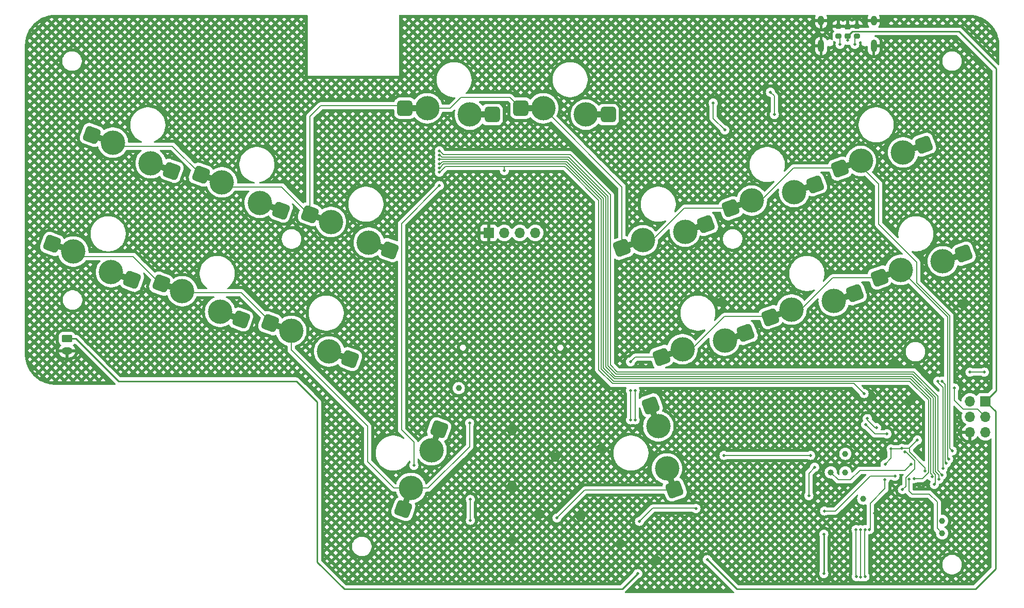
<source format=gbr>
%TF.GenerationSoftware,KiCad,Pcbnew,8.0.2-1*%
%TF.CreationDate,2024-05-28T17:04:48-06:00*%
%TF.ProjectId,magicfingers,6d616769-6366-4696-9e67-6572732e6b69,rev?*%
%TF.SameCoordinates,Original*%
%TF.FileFunction,Copper,L2,Bot*%
%TF.FilePolarity,Positive*%
%FSLAX46Y46*%
G04 Gerber Fmt 4.6, Leading zero omitted, Abs format (unit mm)*
G04 Created by KiCad (PCBNEW 8.0.2-1) date 2024-05-28 17:04:48*
%MOMM*%
%LPD*%
G01*
G04 APERTURE LIST*
G04 Aperture macros list*
%AMRoundRect*
0 Rectangle with rounded corners*
0 $1 Rounding radius*
0 $2 $3 $4 $5 $6 $7 $8 $9 X,Y pos of 4 corners*
0 Add a 4 corners polygon primitive as box body*
4,1,4,$2,$3,$4,$5,$6,$7,$8,$9,$2,$3,0*
0 Add four circle primitives for the rounded corners*
1,1,$1+$1,$2,$3*
1,1,$1+$1,$4,$5*
1,1,$1+$1,$6,$7*
1,1,$1+$1,$8,$9*
0 Add four rect primitives between the rounded corners*
20,1,$1+$1,$2,$3,$4,$5,0*
20,1,$1+$1,$4,$5,$6,$7,0*
20,1,$1+$1,$6,$7,$8,$9,0*
20,1,$1+$1,$8,$9,$2,$3,0*%
%AMRotRect*
0 Rectangle, with rotation*
0 The origin of the aperture is its center*
0 $1 length*
0 $2 width*
0 $3 Rotation angle, in degrees counterclockwise*
0 Add horizontal line*
21,1,$1,$2,0,0,$3*%
G04 Aperture macros list end*
%TA.AperFunction,SMDPad,CuDef*%
%ADD10RoundRect,0.500000X-0.439704X-0.984777X0.969835X-0.471747X0.439704X0.984777X-0.969835X0.471747X0*%
%TD*%
%TA.AperFunction,SMDPad,CuDef*%
%ADD11RotRect,3.900000X1.000000X20.000000*%
%TD*%
%TA.AperFunction,ComponentPad*%
%ADD12C,4.000000*%
%TD*%
%TA.AperFunction,SMDPad,CuDef*%
%ADD13RotRect,3.750000X1.000000X20.000000*%
%TD*%
%TA.AperFunction,ComponentPad*%
%ADD14C,1.000000*%
%TD*%
%TA.AperFunction,SMDPad,CuDef*%
%ADD15RoundRect,0.500000X0.984777X-0.439704X0.471747X0.969835X-0.984777X0.439704X-0.471747X-0.969835X0*%
%TD*%
%TA.AperFunction,SMDPad,CuDef*%
%ADD16RotRect,3.900000X1.000000X110.000000*%
%TD*%
%TA.AperFunction,SMDPad,CuDef*%
%ADD17RotRect,3.750000X1.000000X110.000000*%
%TD*%
%TA.AperFunction,SMDPad,CuDef*%
%ADD18RoundRect,0.500000X-0.969835X-0.471747X0.439704X-0.984777X0.969835X0.471747X-0.439704X0.984777X0*%
%TD*%
%TA.AperFunction,SMDPad,CuDef*%
%ADD19RotRect,3.900000X1.000000X340.000000*%
%TD*%
%TA.AperFunction,SMDPad,CuDef*%
%ADD20RotRect,3.750000X1.000000X340.000000*%
%TD*%
%TA.AperFunction,SMDPad,CuDef*%
%ADD21RoundRect,0.500000X0.471747X-0.969835X0.984777X0.439704X-0.471747X0.969835X-0.984777X-0.439704X0*%
%TD*%
%TA.AperFunction,SMDPad,CuDef*%
%ADD22RotRect,3.900000X1.000000X70.000000*%
%TD*%
%TA.AperFunction,SMDPad,CuDef*%
%ADD23RotRect,3.750000X1.000000X70.000000*%
%TD*%
%TA.AperFunction,ComponentPad*%
%ADD24O,1.000000X2.100000*%
%TD*%
%TA.AperFunction,ComponentPad*%
%ADD25O,1.000000X1.600000*%
%TD*%
%TA.AperFunction,ComponentPad*%
%ADD26R,1.700000X1.700000*%
%TD*%
%TA.AperFunction,ComponentPad*%
%ADD27O,1.700000X1.700000*%
%TD*%
%TA.AperFunction,SMDPad,CuDef*%
%ADD28RoundRect,0.500000X-0.750000X-0.775000X0.750000X-0.775000X0.750000X0.775000X-0.750000X0.775000X0*%
%TD*%
%TA.AperFunction,SMDPad,CuDef*%
%ADD29R,3.900000X1.000000*%
%TD*%
%TA.AperFunction,SMDPad,CuDef*%
%ADD30R,3.750000X1.000000*%
%TD*%
%TA.AperFunction,SMDPad,CuDef*%
%ADD31RoundRect,0.225000X0.250000X-0.225000X0.250000X0.225000X-0.250000X0.225000X-0.250000X-0.225000X0*%
%TD*%
%TA.AperFunction,SMDPad,CuDef*%
%ADD32RoundRect,0.200000X0.275000X-0.200000X0.275000X0.200000X-0.275000X0.200000X-0.275000X-0.200000X0*%
%TD*%
%TA.AperFunction,ComponentPad*%
%ADD33RoundRect,0.250000X-0.625000X0.350000X-0.625000X-0.350000X0.625000X-0.350000X0.625000X0.350000X0*%
%TD*%
%TA.AperFunction,ComponentPad*%
%ADD34O,1.750000X1.200000*%
%TD*%
%TA.AperFunction,SMDPad,CuDef*%
%ADD35RoundRect,0.200000X-0.275000X0.200000X-0.275000X-0.200000X0.275000X-0.200000X0.275000X0.200000X0*%
%TD*%
%TA.AperFunction,ViaPad*%
%ADD36C,0.500000*%
%TD*%
%TA.AperFunction,Conductor*%
%ADD37C,0.180000*%
%TD*%
%TA.AperFunction,Conductor*%
%ADD38C,0.250000*%
%TD*%
%TA.AperFunction,Conductor*%
%ADD39C,0.200000*%
%TD*%
G04 APERTURE END LIST*
D10*
%TO.P,SW17,1,1*%
%TO.N,KROW_1*%
X193269519Y-79698762D03*
D11*
X194890489Y-79108777D03*
D12*
X196722889Y-78441838D03*
%TO.P,SW17,2,2*%
%TO.N,Net-(D17-K)*%
X203659859Y-77034374D03*
D13*
X205421782Y-76393085D03*
D10*
X207113229Y-75777450D03*
%TD*%
D14*
%TO.P,TP8,1,1*%
%TO.N,Net-(U1-GPIO12)*%
X232918000Y-120904000D03*
%TD*%
D15*
%TO.P,SW16,1,1*%
%TO.N,KROW_2*%
X201943894Y-119402061D03*
D16*
X201353909Y-117781091D03*
D12*
X200686970Y-115948691D03*
%TO.P,SW16,2,2*%
%TO.N,Net-(D16-K)*%
X199279506Y-109011721D03*
D17*
X198638217Y-107249798D03*
D15*
X198022582Y-105558351D03*
%TD*%
D18*
%TO.P,SW3,1,1*%
%TO.N,KROW_1*%
X124153190Y-67659424D03*
D19*
X125774160Y-68249408D03*
D12*
X127606561Y-68916348D03*
%TO.P,SW3,2,2*%
%TO.N,Net-(D3-K)*%
X133825288Y-72297166D03*
D20*
X135587212Y-72938454D03*
D18*
X137278658Y-73554090D03*
%TD*%
D10*
%TO.P,SW18,1,1*%
%TO.N,KROW_2*%
X199785003Y-97599906D03*
D11*
X201405973Y-97009921D03*
D12*
X203238373Y-96342982D03*
%TO.P,SW18,2,2*%
%TO.N,Net-(D18-K)*%
X210175343Y-94935518D03*
D13*
X211937266Y-94294229D03*
D10*
X213628713Y-93678594D03*
%TD*%
D21*
%TO.P,SW7,1,1*%
%TO.N,KROW_2*%
X157389076Y-122616371D03*
D22*
X157979060Y-120995401D03*
D12*
X158646000Y-119163000D03*
%TO.P,SW7,2,2*%
%TO.N,Net-(D7-K)*%
X162026818Y-112944273D03*
D23*
X162668106Y-111182349D03*
D21*
X163283742Y-109490903D03*
%TD*%
D10*
%TO.P,SW21,1,1*%
%TO.N,KROW_1*%
X229071808Y-66667794D03*
D11*
X230692778Y-66077809D03*
D12*
X232525178Y-65410870D03*
%TO.P,SW21,2,2*%
%TO.N,Net-(D21-K)*%
X239462148Y-64003406D03*
D13*
X241224071Y-63362117D03*
D10*
X242915518Y-62746482D03*
%TD*%
%TO.P,SW22,1,1*%
%TO.N,KROW_2*%
X235587292Y-84568939D03*
D11*
X237208262Y-83978954D03*
D12*
X239040662Y-83312015D03*
%TO.P,SW22,2,2*%
%TO.N,Net-(D22-K)*%
X245977632Y-81904551D03*
D13*
X247739555Y-81263262D03*
D10*
X249431002Y-80647627D03*
%TD*%
D24*
%TO.P,J1,13,GND*%
%TO.N,GND*%
X234640000Y-46530000D03*
D25*
X234640000Y-42350000D03*
D24*
X226000000Y-46530000D03*
D25*
X226000000Y-42350000D03*
%TD*%
D18*
%TO.P,SW4,1,1*%
%TO.N,KROW_2*%
X117637707Y-85560569D03*
D19*
X119258677Y-86150553D03*
D12*
X121091078Y-86817493D03*
%TO.P,SW4,2,2*%
%TO.N,Net-(D4-K)*%
X127309805Y-90198311D03*
D20*
X129071729Y-90839599D03*
D18*
X130763175Y-91455235D03*
%TD*%
D14*
%TO.P,TP9,1,1*%
%TO.N,Net-(U1-GPIO29_ADC3)*%
X227584000Y-116586000D03*
%TD*%
D18*
%TO.P,SW1,1,1*%
%TO.N,KROW_1*%
X106252046Y-61143941D03*
D19*
X107873016Y-61733925D03*
D12*
X109705417Y-62400865D03*
%TO.P,SW1,2,2*%
%TO.N,Net-(D1-K)*%
X115924144Y-65781683D03*
D20*
X117686068Y-66422971D03*
D18*
X119377514Y-67038607D03*
%TD*%
D14*
%TO.P,TP2,1,1*%
%TO.N,/SWD*%
X245872000Y-124561600D03*
%TD*%
%TO.P,TP6,1,1*%
%TO.N,Net-(U1-GPIO7)*%
X229971600Y-116586000D03*
%TD*%
%TO.P,TP5,1,1*%
%TO.N,/OLED_RST*%
X166497000Y-102743000D03*
%TD*%
D18*
%TO.P,SW5,1,1*%
%TO.N,KROW_1*%
X142054335Y-74174908D03*
D19*
X143675305Y-74764892D03*
D12*
X145507706Y-75431832D03*
%TO.P,SW5,2,2*%
%TO.N,Net-(D5-K)*%
X151726433Y-78812650D03*
D20*
X153488357Y-79453938D03*
D18*
X155179803Y-80069574D03*
%TD*%
D26*
%TO.P,J4,1,Pin_1*%
%TO.N,GND*%
X171450000Y-77216000D03*
D27*
%TO.P,J4,2,Pin_2*%
%TO.N,+3V3*%
X173990000Y-77216000D03*
%TO.P,J4,3,Pin_3*%
%TO.N,/I2C_SCL*%
X176530000Y-77216000D03*
%TO.P,J4,4,Pin_4*%
%TO.N,/I2C_SDA*%
X179070000Y-77216000D03*
%TD*%
D14*
%TO.P,TP1,1,1*%
%TO.N,/SWCLK*%
X245872000Y-126593600D03*
%TD*%
D28*
%TO.P,SW8,1,1*%
%TO.N,KROW_1*%
X157649623Y-56750693D03*
D29*
X159374623Y-56750693D03*
D12*
X161324623Y-56750693D03*
%TO.P,SW8,2,2*%
%TO.N,Net-(D8-K)*%
X168324623Y-57800693D03*
D30*
X170199623Y-57800693D03*
D28*
X171999623Y-57800693D03*
%TD*%
%TO.P,SW15,1,1*%
%TO.N,KROW_1*%
X176699623Y-56750693D03*
D29*
X178424623Y-56750693D03*
D12*
X180374623Y-56750693D03*
%TO.P,SW15,2,2*%
%TO.N,Net-(D15-K)*%
X187374623Y-57800693D03*
D30*
X189249623Y-57800693D03*
D28*
X191049623Y-57800693D03*
%TD*%
D18*
%TO.P,SW6,1,1*%
%TO.N,KROW_2*%
X135538851Y-92076053D03*
D19*
X137159821Y-92666037D03*
D12*
X138992222Y-93332977D03*
%TO.P,SW6,2,2*%
%TO.N,Net-(D6-K)*%
X145210949Y-96713795D03*
D20*
X146972873Y-97355083D03*
D18*
X148664319Y-97970719D03*
%TD*%
D10*
%TO.P,SW19,1,1*%
%TO.N,KROW_1*%
X211170664Y-73183278D03*
D11*
X212791634Y-72593293D03*
D12*
X214624034Y-71926354D03*
%TO.P,SW19,2,2*%
%TO.N,Net-(D19-K)*%
X221561004Y-70518890D03*
D13*
X223322927Y-69877601D03*
D10*
X225014374Y-69261966D03*
%TD*%
D14*
%TO.P,TP4,1,1*%
%TO.N,Net-(U1-GPIO3)*%
X229971600Y-113538000D03*
%TD*%
D10*
%TO.P,SW20,1,1*%
%TO.N,KROW_2*%
X217686147Y-91084423D03*
D11*
X219307117Y-90494438D03*
D12*
X221139517Y-89827499D03*
%TO.P,SW20,2,2*%
%TO.N,Net-(D20-K)*%
X228076487Y-88420035D03*
D13*
X229838410Y-87778746D03*
D10*
X231529857Y-87163111D03*
%TD*%
D18*
%TO.P,SW2,1,1*%
%TO.N,KROW_2*%
X99736562Y-79045085D03*
D19*
X101357532Y-79635069D03*
D12*
X103189933Y-80302009D03*
%TO.P,SW2,2,2*%
%TO.N,Net-(D2-K)*%
X109408660Y-83682827D03*
D20*
X111170584Y-84324115D03*
D18*
X112862030Y-84939751D03*
%TD*%
D26*
%TO.P,J2,1,Pin_1*%
%TO.N,VBUS*%
X252989000Y-104902000D03*
D27*
%TO.P,J2,2,Pin_2*%
%TO.N,/USB_D-*%
X250449000Y-104902000D03*
%TO.P,J2,3,Pin_3*%
%TO.N,/~{USB_BOOT}*%
X252989000Y-107442000D03*
%TO.P,J2,4,Pin_4*%
%TO.N,/USB_D+*%
X250449000Y-107442000D03*
%TO.P,J2,5,Pin_5*%
%TO.N,/RUN*%
X252989000Y-109982000D03*
%TO.P,J2,6,Pin_6*%
%TO.N,GND*%
X250449000Y-109982000D03*
%TD*%
D31*
%TO.P,C4,1*%
%TO.N,VBUS*%
X230350000Y-44875000D03*
%TO.P,C4,2*%
%TO.N,GND*%
X230350000Y-43325000D03*
%TD*%
D32*
%TO.P,R4,1*%
%TO.N,Net-(J1-CC1)*%
X231850000Y-44925000D03*
%TO.P,R4,2*%
%TO.N,GND*%
X231850000Y-43275000D03*
%TD*%
D33*
%TO.P,J5,1,Pin_1*%
%TO.N,+BATT*%
X102176000Y-94600000D03*
D34*
%TO.P,J5,2,Pin_2*%
%TO.N,GND*%
X102176000Y-96600000D03*
%TD*%
D35*
%TO.P,R5,1*%
%TO.N,GND*%
X228850000Y-43275000D03*
%TO.P,R5,2*%
%TO.N,Net-(J1-CC2)*%
X228850000Y-44925000D03*
%TD*%
D36*
%TO.N,GND*%
X209499200Y-88595200D03*
X234188000Y-104013000D03*
X175250000Y-109701000D03*
X186524862Y-123836543D03*
X246634000Y-121615200D03*
X237921800Y-98602800D03*
X240690400Y-104800400D03*
X236250000Y-113487200D03*
X193047000Y-128250000D03*
X182372000Y-114046000D03*
X179832000Y-123444000D03*
X175250000Y-127701000D03*
X175250000Y-118701000D03*
X249174000Y-88900000D03*
X189865000Y-112649000D03*
X234750000Y-123250000D03*
X198983600Y-131064000D03*
X236474000Y-42291000D03*
%TO.N,+1V1*%
X239369600Y-119430800D03*
X239776000Y-113189000D03*
%TO.N,VBUS*%
X207316000Y-130937000D03*
X230378000Y-45593000D03*
%TO.N,+3V3*%
X233934000Y-125984000D03*
X236474000Y-117761000D03*
X236500000Y-115250000D03*
X163322000Y-67251009D03*
X243078000Y-116352500D03*
X233045000Y-103632000D03*
X173990000Y-67005200D03*
X237490000Y-112725200D03*
X241808000Y-111284000D03*
X239268000Y-112649000D03*
%TO.N,+BATT*%
X226441000Y-126746000D03*
X226441000Y-133223000D03*
X195886000Y-133223000D03*
%TO.N,KCOL_1*%
X233199723Y-133730216D03*
X233199503Y-126000000D03*
%TO.N,KCOL_2*%
X232500000Y-133750000D03*
X232500000Y-126000000D03*
%TO.N,KCOL_3*%
X231768764Y-133718267D03*
X231750000Y-126000000D03*
%TO.N,KCOL_4*%
X159131000Y-115443000D03*
X163322000Y-69469000D03*
%TO.N,KCOL_8*%
X195453000Y-103124000D03*
X224282000Y-113792000D03*
X210058000Y-113792000D03*
X195453000Y-107950000D03*
%TO.N,KCOL_10*%
X208280000Y-55880000D03*
X210185000Y-60325000D03*
%TO.N,KCOL_11*%
X245999000Y-115952500D03*
X218313000Y-57785000D03*
X217678000Y-54102000D03*
X245140997Y-101600000D03*
%TO.N,Net-(J1-CC1)*%
X231514415Y-46244585D03*
%TO.N,/USB_D+*%
X250444000Y-100126800D03*
X252826809Y-100122009D03*
%TO.N,Net-(J1-CC2)*%
X229114585Y-46244585D03*
%TO.N,/~{USB_BOOT}*%
X247904000Y-102743000D03*
%TO.N,/RF_CE*%
X241300000Y-117602000D03*
X163322000Y-66551006D03*
%TO.N,/RF_CSN*%
X163322000Y-65851003D03*
X244214400Y-117291600D03*
%TO.N,/RF_SCK*%
X244604912Y-118534234D03*
X163322000Y-65151000D03*
%TO.N,/RF_MOSI*%
X245332000Y-117703600D03*
X163322000Y-64450997D03*
%TO.N,/RF_MISO*%
X245872000Y-116992400D03*
X163322000Y-63750994D03*
%TO.N,CHRG_SENSE*%
X223977200Y-120420000D03*
X224942400Y-115722400D03*
%TO.N,KROW_1*%
X247523000Y-113030000D03*
%TO.N,KROW_2*%
X182626000Y-124079000D03*
X194691000Y-98425000D03*
X168402000Y-124460000D03*
X168275000Y-108458000D03*
X246922000Y-114419187D03*
X194691000Y-103124000D03*
X168402000Y-121031000D03*
X194691000Y-107950000D03*
%TO.N,/SWCLK*%
X240437052Y-117715257D03*
%TO.N,KROW_3*%
X245841000Y-101600000D03*
X246542000Y-115062000D03*
%TO.N,/QSPI_SD2*%
X236800500Y-110256485D03*
X233340000Y-108750000D03*
%TO.N,/QSPI_SD1*%
X233590000Y-107750000D03*
X235090000Y-109250000D03*
%TO.N,BAT_SENSE*%
X226568000Y-122936000D03*
X238125000Y-117221000D03*
%TO.N,Net-(JP2-B)*%
X196189600Y-124625000D03*
X205435200Y-122529600D03*
%TO.N,Net-(U1-GPIO29_ADC3)*%
X240760000Y-115265200D03*
%TD*%
D37*
%TO.N,+1V1*%
X241350800Y-116037833D02*
X241350800Y-114634202D01*
X241350800Y-114634202D02*
X239905598Y-113189000D01*
X239369600Y-119430800D02*
X239897052Y-118903348D01*
X239905598Y-113189000D02*
X239776000Y-113189000D01*
X239897052Y-117491581D02*
X241350800Y-116037833D01*
X239897052Y-118903348D02*
X239897052Y-117491581D01*
D38*
%TO.N,VBUS*%
X248650800Y-44130000D02*
X254762000Y-50241200D01*
X252989000Y-104902000D02*
X254635000Y-106548000D01*
X254762000Y-50241200D02*
X254762000Y-103129000D01*
X231095000Y-44130000D02*
X248650800Y-44130000D01*
X254762000Y-103129000D02*
X252989000Y-104902000D01*
X254635000Y-106548000D02*
X254635000Y-132461000D01*
X254635000Y-132461000D02*
X251333000Y-135763000D01*
X251333000Y-135763000D02*
X212142000Y-135763000D01*
X230378000Y-44903000D02*
X230350000Y-44875000D01*
X230350000Y-44875000D02*
X231095000Y-44130000D01*
X212142000Y-135763000D02*
X207316000Y-130937000D01*
X230378000Y-45593000D02*
X230378000Y-44903000D01*
D37*
%TO.N,+3V3*%
X231394000Y-101981000D02*
X226060000Y-101981000D01*
X226060000Y-101981000D02*
X191740599Y-101981000D01*
X237490000Y-114260000D02*
X236500000Y-115250000D01*
X189484000Y-97409000D02*
X189484000Y-71872608D01*
X189484000Y-99724401D02*
X189484000Y-97409000D01*
X189484000Y-71872608D02*
X184281696Y-66670304D01*
X183904392Y-66293000D02*
X173888400Y-66293000D01*
X243078000Y-115824000D02*
X240487200Y-113233200D01*
X173990000Y-67005200D02*
X173990000Y-66293000D01*
X240461800Y-112649000D02*
X241808000Y-111302800D01*
X237540800Y-112674400D02*
X239242600Y-112674400D01*
X240487200Y-112674400D02*
X240461800Y-112649000D01*
X234061000Y-121666000D02*
X236474000Y-119253000D01*
X163385673Y-67251009D02*
X163322000Y-67251009D01*
X243078000Y-116352500D02*
X243078000Y-115824000D01*
X234061000Y-125857000D02*
X234061000Y-121666000D01*
X164343682Y-66293000D02*
X163385673Y-67251009D01*
X173888400Y-66293000D02*
X164592000Y-66293000D01*
X164592000Y-66293000D02*
X164343682Y-66293000D01*
X239242600Y-112674400D02*
X239268000Y-112649000D01*
X191740599Y-101981000D02*
X189484000Y-99724401D01*
X233934000Y-125984000D02*
X234061000Y-125857000D01*
X237490000Y-112725200D02*
X237490000Y-114260000D01*
X236474000Y-119253000D02*
X236474000Y-117761000D01*
X184281696Y-66670304D02*
X183904392Y-66293000D01*
X233045000Y-103632000D02*
X231394000Y-101981000D01*
X237490000Y-112725200D02*
X237540800Y-112674400D01*
X240487200Y-113233200D02*
X240487200Y-112674400D01*
X241808000Y-111284000D02*
X241808000Y-111302800D01*
X239268000Y-112649000D02*
X240461800Y-112649000D01*
X233045000Y-103548338D02*
X233045000Y-103632000D01*
D38*
%TO.N,+BATT*%
X110617000Y-101600000D02*
X103617000Y-94600000D01*
X195886000Y-133223000D02*
X193346000Y-135763000D01*
X103617000Y-94600000D02*
X102176000Y-94600000D01*
X143256000Y-105029000D02*
X139827000Y-101600000D01*
X193294000Y-135763000D02*
X147701000Y-135763000D01*
X143256000Y-131318000D02*
X143256000Y-105029000D01*
X139827000Y-101600000D02*
X110617000Y-101600000D01*
X195886000Y-133223000D02*
X195759000Y-133223000D01*
X193346000Y-135763000D02*
X193294000Y-135763000D01*
X226441000Y-126746000D02*
X226441000Y-133223000D01*
X147701000Y-135763000D02*
X143256000Y-131318000D01*
D37*
%TO.N,KCOL_1*%
X233172000Y-133750000D02*
X233172000Y-126000000D01*
%TO.N,KCOL_2*%
X232472497Y-133750000D02*
X232472497Y-126000000D01*
%TO.N,KCOL_3*%
X231741261Y-133718267D02*
X231741261Y-126018764D01*
X231768764Y-126018764D02*
X231750000Y-126000000D01*
%TO.N,KCOL_4*%
X157099000Y-75692000D02*
X157099000Y-109601000D01*
X163322000Y-69469000D02*
X157099000Y-75692000D01*
X159131000Y-111633000D02*
X159131000Y-115443000D01*
X157099000Y-109601000D02*
X159131000Y-111633000D01*
%TO.N,KCOL_8*%
X210058000Y-113792000D02*
X224282000Y-113792000D01*
X195453000Y-107950000D02*
X195453000Y-103124000D01*
%TO.N,KCOL_10*%
X208280000Y-58420000D02*
X208280000Y-55880000D01*
X210185000Y-60325000D02*
X208280000Y-58420000D01*
%TO.N,KCOL_11*%
X246002000Y-115949500D02*
X246002000Y-102619000D01*
X218313000Y-57785000D02*
X218313000Y-54737000D01*
X246002000Y-102619000D02*
X245140997Y-101757997D01*
X245140997Y-101757997D02*
X245140997Y-101600000D01*
X218313000Y-54737000D02*
X217678000Y-54102000D01*
X245999000Y-115952500D02*
X246002000Y-115949500D01*
%TO.N,Net-(J1-CC1)*%
X231514415Y-46244585D02*
X231514415Y-45260585D01*
X231514415Y-45260585D02*
X231850000Y-44925000D01*
D39*
%TO.N,/USB_D+*%
X252826809Y-100122009D02*
X252822018Y-100126800D01*
X252822018Y-100126800D02*
X250444000Y-100126800D01*
D37*
%TO.N,Net-(J1-CC2)*%
X229114585Y-45189585D02*
X228850000Y-44925000D01*
X229114585Y-46244585D02*
X229114585Y-45189585D01*
%TO.N,/~{USB_BOOT}*%
X249301000Y-106172000D02*
X251719000Y-106172000D01*
X247904000Y-104775000D02*
X249301000Y-106172000D01*
X247904000Y-102743000D02*
X247904000Y-104775000D01*
X251719000Y-106172000D02*
X252989000Y-107442000D01*
%TO.N,/RF_CE*%
X164023679Y-65913000D02*
X163385673Y-66551006D01*
X180718000Y-65913000D02*
X164023679Y-65913000D01*
X243618000Y-116604800D02*
X243618000Y-104680000D01*
X240538000Y-101600000D02*
X191897000Y-101600000D01*
X241300000Y-117602000D02*
X242620800Y-117602000D01*
X243618000Y-104680000D02*
X240538000Y-101600000D01*
X191897000Y-101600000D02*
X189865000Y-99568000D01*
X163385673Y-66551006D02*
X163322000Y-66551006D01*
X180721000Y-65910000D02*
X180718000Y-65913000D01*
X189865000Y-99568000D02*
X189865000Y-71716206D01*
X184058794Y-65910000D02*
X180721000Y-65910000D01*
X189865000Y-71716206D02*
X184058794Y-65910000D01*
X242620800Y-117602000D02*
X243618000Y-116604800D01*
%TO.N,/RF_CSN*%
X180086000Y-65530000D02*
X180085000Y-65531000D01*
X163801599Y-65531000D02*
X163481596Y-65851003D01*
X184216196Y-65530000D02*
X180086000Y-65530000D01*
X190245000Y-71558804D02*
X184216196Y-65530000D01*
X244214400Y-116947006D02*
X243998000Y-116730606D01*
X180085000Y-65531000D02*
X163801599Y-65531000D01*
X240695402Y-101220000D02*
X192054402Y-101220000D01*
X190245000Y-99410598D02*
X190245000Y-71558804D01*
X244214400Y-117291600D02*
X244214400Y-116947006D01*
X192054402Y-101220000D02*
X190245000Y-99410598D01*
X243998000Y-116730606D02*
X243998000Y-104522598D01*
X163481596Y-65851003D02*
X163322000Y-65851003D01*
X243998000Y-104522598D02*
X240695402Y-101220000D01*
%TO.N,/RF_SCK*%
X199263000Y-100840000D02*
X199262000Y-100839000D01*
X199262000Y-100839000D02*
X192210804Y-100839000D01*
X192210804Y-100839000D02*
X190627000Y-99255196D01*
X190627000Y-71403402D02*
X184373598Y-65150000D01*
X163958000Y-65150000D02*
X163957000Y-65151000D01*
X163957000Y-65151000D02*
X163322000Y-65151000D01*
X184373598Y-65150000D02*
X163958000Y-65150000D01*
X244378000Y-116573204D02*
X244378000Y-104365196D01*
X244754400Y-118384746D02*
X244754400Y-116949604D01*
X244604912Y-118534234D02*
X244754400Y-118384746D01*
X244754400Y-116949604D02*
X244378000Y-116573204D01*
X240852804Y-100840000D02*
X199263000Y-100840000D01*
X244378000Y-104365196D02*
X240852804Y-100840000D01*
X190627000Y-99255196D02*
X190627000Y-71403402D01*
%TO.N,/RF_MOSI*%
X163322000Y-64389000D02*
X163322000Y-64450997D01*
X191007000Y-71246000D02*
X184531000Y-64770000D01*
X179578000Y-64770000D02*
X179577000Y-64769000D01*
X163323676Y-64389000D02*
X163322000Y-64389000D01*
X231012000Y-100459000D02*
X192368206Y-100459000D01*
X241007206Y-100457000D02*
X231521000Y-100457000D01*
X163703676Y-64769000D02*
X163323676Y-64389000D01*
X231521000Y-100457000D02*
X231518000Y-100460000D01*
X191007000Y-99097794D02*
X191007000Y-71246000D01*
X244758000Y-116415802D02*
X244758000Y-104207794D01*
X179577000Y-64769000D02*
X163703676Y-64769000D01*
X184531000Y-64770000D02*
X179578000Y-64770000D01*
X231013000Y-100460000D02*
X231012000Y-100459000D01*
X192368206Y-100459000D02*
X191007000Y-99097794D01*
X245332000Y-116989802D02*
X244758000Y-116415802D01*
X245332000Y-117703600D02*
X245332000Y-116989802D01*
X244758000Y-104207794D02*
X241007206Y-100457000D01*
X231518000Y-100460000D02*
X231013000Y-100460000D01*
%TO.N,/RF_MISO*%
X192913000Y-100079000D02*
X192525608Y-100079000D01*
X192525608Y-100079000D02*
X191387000Y-98940392D01*
X241164608Y-100077000D02*
X192915000Y-100077000D01*
X164023679Y-64389000D02*
X163385673Y-63750994D01*
X245138000Y-116258400D02*
X245138000Y-104050392D01*
X245138000Y-104050392D02*
X241164608Y-100077000D01*
X191387000Y-98940392D02*
X191387000Y-70991000D01*
X192915000Y-100077000D02*
X192913000Y-100079000D01*
X184785000Y-64389000D02*
X164023679Y-64389000D01*
X191387000Y-70991000D02*
X184785000Y-64389000D01*
X163385673Y-63750994D02*
X163322000Y-63750994D01*
X245872000Y-116992400D02*
X245138000Y-116258400D01*
%TO.N,CHRG_SENSE*%
X223977200Y-116738400D02*
X224942400Y-115773200D01*
X223977200Y-120420000D02*
X223977200Y-116738400D01*
X224942400Y-115773200D02*
X224942400Y-115722400D01*
%TO.N,KROW_1*%
X166878000Y-54991000D02*
X174939930Y-54991000D01*
X247142000Y-90875951D02*
X241681000Y-85414951D01*
X119485766Y-62992000D02*
X124153190Y-67659424D01*
X143814800Y-56337200D02*
X157236130Y-56337200D01*
X142054335Y-74174908D02*
X142054335Y-58097665D01*
X109705417Y-62400865D02*
X110296552Y-62992000D01*
X221450280Y-66585720D02*
X229071222Y-66585720D01*
X235458000Y-75819000D02*
X235458000Y-69215000D01*
X110296552Y-62992000D02*
X119485766Y-62992000D01*
X216191720Y-71844280D02*
X221450280Y-66585720D01*
X198291162Y-78441838D02*
X203549722Y-73183278D01*
X145507706Y-75431832D02*
X145507706Y-74069164D01*
X203549722Y-73183278D02*
X211170664Y-73183278D01*
X142054335Y-58097665D02*
X143814800Y-56337200D01*
X180374623Y-56750693D02*
X193294000Y-69670070D01*
X241681000Y-85414951D02*
X241681000Y-82042000D01*
X157236130Y-56337200D02*
X157649623Y-56750693D01*
X247523000Y-113030000D02*
X247142000Y-112649000D01*
X193294000Y-79674281D02*
X193269519Y-79698762D01*
X241681000Y-82042000D02*
X235458000Y-75819000D01*
X235458000Y-69215000D02*
X232525178Y-66282178D01*
X232525178Y-66282178D02*
X232525178Y-65410870D01*
X127635000Y-69088000D02*
X128226135Y-69679135D01*
X161324623Y-56750693D02*
X165118307Y-56750693D01*
X137415349Y-69679135D02*
X142082773Y-74346559D01*
X165118307Y-56750693D02*
X166878000Y-54991000D01*
X193294000Y-69670070D02*
X193294000Y-79674281D01*
X196722889Y-78441838D02*
X198291162Y-78441838D01*
X128226135Y-69679135D02*
X137415349Y-69679135D01*
X214623447Y-71844280D02*
X216191720Y-71844280D01*
X247142000Y-112649000D02*
X247142000Y-90875951D01*
X174939930Y-54991000D02*
X176699623Y-56750693D01*
%TO.N,KROW_2*%
X246762000Y-114259187D02*
X246762000Y-91033353D01*
X182626000Y-124079000D02*
X187198000Y-119507000D01*
X130811349Y-87078135D02*
X135478773Y-91745559D01*
X200686970Y-114453970D02*
X200686970Y-115948691D01*
X194691000Y-98425000D02*
X195453000Y-97663000D01*
X227927280Y-84619720D02*
X235548222Y-84619720D01*
X195453000Y-97663000D02*
X199721909Y-97663000D01*
X151511000Y-114808000D02*
X155866000Y-119163000D01*
X121622135Y-87078135D02*
X130811349Y-87078135D01*
X203320447Y-96228280D02*
X204888720Y-96228280D01*
X138992222Y-93332977D02*
X138992222Y-96447222D01*
X161474427Y-119163000D02*
X168275000Y-112362427D01*
X155866000Y-119163000D02*
X158646000Y-119163000D01*
X151511000Y-108966000D02*
X151511000Y-114808000D01*
X158646000Y-119163000D02*
X161474427Y-119163000D01*
X204888720Y-96228280D02*
X210147280Y-90969720D01*
X121031000Y-86487000D02*
X121622135Y-87078135D01*
X222668720Y-89878280D02*
X227927280Y-84619720D01*
X168402000Y-124460000D02*
X168402000Y-121031000D01*
X113031349Y-81109135D02*
X117698773Y-85776559D01*
X103251000Y-80518000D02*
X103842135Y-81109135D01*
X201838955Y-119507000D02*
X201943894Y-119402061D01*
X199721909Y-97663000D02*
X199785003Y-97599906D01*
X103842135Y-81109135D02*
X113031349Y-81109135D01*
X138992222Y-96447222D02*
X151511000Y-108966000D01*
X187198000Y-119507000D02*
X201838955Y-119507000D01*
X210147280Y-90969720D02*
X217768222Y-90969720D01*
X194691000Y-107950000D02*
X194691000Y-103124000D01*
X246922000Y-114419187D02*
X246762000Y-114259187D01*
X168275000Y-112362427D02*
X168275000Y-108458000D01*
X221100447Y-89878280D02*
X222668720Y-89878280D01*
X246762000Y-91033353D02*
X239040662Y-83312015D01*
%TO.N,/SWCLK*%
X245059200Y-125628400D02*
X245059200Y-121462800D01*
X240437052Y-117715257D02*
X240437052Y-119660052D01*
X245872000Y-126593600D02*
X245059200Y-125780800D01*
X245059200Y-125780800D02*
X245059200Y-125628400D01*
X240437052Y-119660052D02*
X240919000Y-120142000D01*
X243738400Y-120142000D02*
X245059200Y-121462800D01*
X240919000Y-120142000D02*
X243738400Y-120142000D01*
%TO.N,KROW_3*%
X246382000Y-102141000D02*
X245841000Y-101600000D01*
X246382000Y-114902000D02*
X246382000Y-102141000D01*
X246542000Y-115062000D02*
X246382000Y-114902000D01*
%TO.N,/QSPI_SD2*%
X233340000Y-108750000D02*
X234846485Y-110256485D01*
X234846485Y-110256485D02*
X236800500Y-110256485D01*
%TO.N,/QSPI_SD1*%
X234840000Y-109250000D02*
X233590000Y-108000000D01*
X235090000Y-109250000D02*
X234840000Y-109250000D01*
X233590000Y-108000000D02*
X233590000Y-107750000D01*
%TO.N,BAT_SENSE*%
X228346000Y-122936000D02*
X234061000Y-117221000D01*
X234061000Y-117221000D02*
X238125000Y-117221000D01*
X226568000Y-122936000D02*
X228346000Y-122936000D01*
%TO.N,Net-(JP2-B)*%
X196189600Y-124625000D02*
X198335800Y-122478800D01*
X205384400Y-122478800D02*
X205435200Y-122529600D01*
X199085200Y-122478800D02*
X205384400Y-122478800D01*
X198335800Y-122478800D02*
X199085200Y-122478800D01*
%TO.N,Net-(U1-GPIO29_ADC3)*%
X239794800Y-116230400D02*
X232359200Y-116230400D01*
X240760000Y-115265200D02*
X239794800Y-116230400D01*
X227584000Y-116586000D02*
X228803200Y-117805200D01*
X228803200Y-117805200D02*
X229362000Y-117805200D01*
X230784400Y-117805200D02*
X229362000Y-117805200D01*
X232359200Y-116230400D02*
X230784400Y-117805200D01*
%TD*%
%TA.AperFunction,Conductor*%
%TO.N,GND*%
G36*
X141618039Y-41419685D02*
G01*
X141663794Y-41472489D01*
X141675000Y-41524000D01*
X141675000Y-51400000D01*
X156675000Y-51400000D01*
X156675000Y-51293903D01*
X157949581Y-51293903D01*
X158304549Y-51648871D01*
X158659518Y-51293903D01*
X159363795Y-51293903D01*
X159718763Y-51648871D01*
X160073731Y-51293903D01*
X160778009Y-51293903D01*
X161132977Y-51648871D01*
X161487945Y-51293903D01*
X162192222Y-51293903D01*
X162392734Y-51494415D01*
X162393153Y-51491721D01*
X162395494Y-51477947D01*
X162396125Y-51474525D01*
X162397492Y-51467655D01*
X162398217Y-51464262D01*
X162473190Y-51135778D01*
X162474013Y-51132393D01*
X162475763Y-51125610D01*
X162476675Y-51122267D01*
X162480542Y-51108841D01*
X162481551Y-51105515D01*
X162483683Y-51098824D01*
X162484788Y-51095516D01*
X162535480Y-50950644D01*
X162192222Y-51293903D01*
X161487945Y-51293903D01*
X161132977Y-50938935D01*
X160778009Y-51293903D01*
X160073731Y-51293903D01*
X159718763Y-50938935D01*
X159363795Y-51293903D01*
X158659518Y-51293903D01*
X158304549Y-50938934D01*
X157949581Y-51293903D01*
X156675000Y-51293903D01*
X156675000Y-50586796D01*
X157242475Y-50586796D01*
X157597443Y-50941764D01*
X157952411Y-50586796D01*
X158656688Y-50586796D01*
X159011656Y-50941764D01*
X159366624Y-50586796D01*
X160070902Y-50586796D01*
X160425870Y-50941764D01*
X160780838Y-50586796D01*
X161485115Y-50586796D01*
X161840083Y-50941764D01*
X162195051Y-50586796D01*
X161840083Y-50231827D01*
X161485115Y-50586796D01*
X160780838Y-50586796D01*
X160425870Y-50231828D01*
X160070902Y-50586796D01*
X159366624Y-50586796D01*
X159011656Y-50231828D01*
X158656688Y-50586796D01*
X157952411Y-50586796D01*
X157597443Y-50231828D01*
X157242475Y-50586796D01*
X156675000Y-50586796D01*
X156675000Y-49879689D01*
X157949581Y-49879689D01*
X158304549Y-50234657D01*
X158659518Y-49879689D01*
X159363795Y-49879689D01*
X159718763Y-50234657D01*
X160073731Y-49879689D01*
X160778009Y-49879689D01*
X161132977Y-50234657D01*
X161487945Y-49879689D01*
X162192222Y-49879689D01*
X162547190Y-50234657D01*
X162902158Y-49879689D01*
X162547190Y-49524721D01*
X162192222Y-49879689D01*
X161487945Y-49879689D01*
X161132977Y-49524721D01*
X160778009Y-49879689D01*
X160073731Y-49879689D01*
X159718763Y-49524721D01*
X159363795Y-49879689D01*
X158659518Y-49879689D01*
X158304549Y-49524720D01*
X157949581Y-49879689D01*
X156675000Y-49879689D01*
X156675000Y-49172582D01*
X157242474Y-49172582D01*
X157597443Y-49527550D01*
X157952411Y-49172582D01*
X158656687Y-49172582D01*
X159011656Y-49527550D01*
X159366624Y-49172582D01*
X160070901Y-49172582D01*
X160425870Y-49527550D01*
X160780838Y-49172582D01*
X161485114Y-49172582D01*
X161840083Y-49527550D01*
X162195051Y-49172582D01*
X162899328Y-49172582D01*
X163254297Y-49527550D01*
X163609265Y-49172582D01*
X163485319Y-49048636D01*
X167265914Y-49048636D01*
X167340117Y-49084371D01*
X167343228Y-49085923D01*
X167349461Y-49089143D01*
X167352528Y-49090783D01*
X167364756Y-49097541D01*
X167367781Y-49099268D01*
X167373819Y-49102830D01*
X167376786Y-49104637D01*
X167662083Y-49283901D01*
X167664996Y-49285789D01*
X167670832Y-49289688D01*
X167673711Y-49291671D01*
X167685105Y-49299757D01*
X167687897Y-49301797D01*
X167693496Y-49306010D01*
X167696253Y-49308146D01*
X167707428Y-49317058D01*
X167851904Y-49172582D01*
X168556182Y-49172582D01*
X168911151Y-49527550D01*
X169266119Y-49172582D01*
X169970396Y-49172582D01*
X170325365Y-49527550D01*
X170680333Y-49172582D01*
X171384609Y-49172582D01*
X171739578Y-49527550D01*
X172094546Y-49172582D01*
X172798823Y-49172582D01*
X173153792Y-49527550D01*
X173508760Y-49172582D01*
X174213037Y-49172582D01*
X174568005Y-49527550D01*
X174922974Y-49172582D01*
X175627250Y-49172582D01*
X175982219Y-49527550D01*
X176337187Y-49172582D01*
X177041464Y-49172582D01*
X177396433Y-49527550D01*
X177751401Y-49172582D01*
X178455677Y-49172582D01*
X178810646Y-49527550D01*
X179165614Y-49172582D01*
X179869891Y-49172582D01*
X180224860Y-49527550D01*
X180579828Y-49172582D01*
X181284104Y-49172582D01*
X181639073Y-49527550D01*
X181994041Y-49172582D01*
X182698318Y-49172582D01*
X182820781Y-49295044D01*
X182825535Y-49291671D01*
X182828414Y-49289688D01*
X182834250Y-49285789D01*
X182837163Y-49283901D01*
X183014326Y-49172582D01*
X186940959Y-49172582D01*
X187295928Y-49527550D01*
X187650896Y-49172582D01*
X188355172Y-49172582D01*
X188710141Y-49527550D01*
X189065109Y-49172582D01*
X189769386Y-49172582D01*
X190124355Y-49527550D01*
X190479323Y-49172582D01*
X191183599Y-49172582D01*
X191538568Y-49527550D01*
X191893536Y-49172582D01*
X192597813Y-49172582D01*
X192952782Y-49527550D01*
X193307750Y-49172582D01*
X194012026Y-49172582D01*
X194366995Y-49527550D01*
X194721963Y-49172582D01*
X195426240Y-49172582D01*
X195781209Y-49527550D01*
X196136177Y-49172582D01*
X196840454Y-49172582D01*
X197195422Y-49527550D01*
X197550391Y-49172582D01*
X198254667Y-49172582D01*
X198609636Y-49527550D01*
X198964604Y-49172582D01*
X199668881Y-49172582D01*
X200023850Y-49527550D01*
X200378818Y-49172582D01*
X201083094Y-49172582D01*
X201438063Y-49527550D01*
X201793031Y-49172582D01*
X202497308Y-49172582D01*
X202852277Y-49527550D01*
X203207245Y-49172582D01*
X203911521Y-49172582D01*
X204266490Y-49527550D01*
X204621458Y-49172582D01*
X205325735Y-49172582D01*
X205680704Y-49527550D01*
X206035672Y-49172582D01*
X206739948Y-49172582D01*
X207094917Y-49527550D01*
X207449885Y-49172582D01*
X208154162Y-49172582D01*
X208509131Y-49527550D01*
X208864099Y-49172582D01*
X209568376Y-49172582D01*
X209923345Y-49527550D01*
X210278313Y-49172582D01*
X210982589Y-49172582D01*
X211337558Y-49527550D01*
X211692526Y-49172582D01*
X212396803Y-49172582D01*
X212751772Y-49527550D01*
X213106740Y-49172582D01*
X213811016Y-49172582D01*
X214165985Y-49527550D01*
X214520953Y-49172582D01*
X215225230Y-49172582D01*
X215580199Y-49527550D01*
X215935167Y-49172582D01*
X216639443Y-49172582D01*
X216994412Y-49527550D01*
X217349380Y-49172582D01*
X218053657Y-49172582D01*
X218408626Y-49527550D01*
X218763594Y-49172582D01*
X219467871Y-49172582D01*
X219822839Y-49527550D01*
X220177808Y-49172582D01*
X220882084Y-49172582D01*
X221237053Y-49527550D01*
X221592021Y-49172582D01*
X222296298Y-49172582D01*
X222651267Y-49527550D01*
X223006235Y-49172582D01*
X223710511Y-49172582D01*
X224065480Y-49527550D01*
X224420448Y-49172582D01*
X225124725Y-49172582D01*
X225479694Y-49527550D01*
X225834662Y-49172582D01*
X226538938Y-49172582D01*
X226893907Y-49527550D01*
X227248875Y-49172582D01*
X227953152Y-49172582D01*
X228308121Y-49527550D01*
X228663089Y-49172582D01*
X229367365Y-49172582D01*
X229722334Y-49527550D01*
X230077302Y-49172582D01*
X230781579Y-49172582D01*
X231136548Y-49527550D01*
X231491516Y-49172582D01*
X232195793Y-49172582D01*
X232550762Y-49527550D01*
X232905730Y-49172582D01*
X233610006Y-49172582D01*
X233964975Y-49527550D01*
X234319943Y-49172582D01*
X235024220Y-49172582D01*
X235379189Y-49527550D01*
X235734157Y-49172582D01*
X236438433Y-49172582D01*
X236793402Y-49527550D01*
X237148370Y-49172582D01*
X237852647Y-49172582D01*
X238207616Y-49527550D01*
X238562584Y-49172582D01*
X239266860Y-49172582D01*
X239621829Y-49527550D01*
X239976797Y-49172582D01*
X240681074Y-49172582D01*
X241036043Y-49527550D01*
X241391011Y-49172582D01*
X242095288Y-49172582D01*
X242450256Y-49527550D01*
X242805225Y-49172582D01*
X243509501Y-49172582D01*
X243864470Y-49527550D01*
X244219438Y-49172582D01*
X244923715Y-49172582D01*
X245278683Y-49527550D01*
X245434257Y-49371975D01*
X245406102Y-49194209D01*
X245405434Y-49189381D01*
X245404281Y-49179636D01*
X245403805Y-49174802D01*
X245402269Y-49155300D01*
X245401982Y-49150436D01*
X245401596Y-49140619D01*
X245401500Y-49135747D01*
X245401500Y-48940430D01*
X245335108Y-48874038D01*
X245899500Y-48874038D01*
X245899500Y-49125962D01*
X245908001Y-49179636D01*
X245938910Y-49374785D01*
X246016760Y-49614383D01*
X246088582Y-49755339D01*
X246123985Y-49824823D01*
X246131132Y-49838848D01*
X246279201Y-50042649D01*
X246279205Y-50042654D01*
X246457345Y-50220794D01*
X246457350Y-50220798D01*
X246635117Y-50349952D01*
X246661155Y-50368870D01*
X246791333Y-50435199D01*
X246885616Y-50483239D01*
X246885618Y-50483239D01*
X246885621Y-50483241D01*
X247125215Y-50561090D01*
X247374038Y-50600500D01*
X247374039Y-50600500D01*
X247625961Y-50600500D01*
X247625962Y-50600500D01*
X247712485Y-50586796D01*
X249166356Y-50586796D01*
X249521324Y-50941764D01*
X249876292Y-50586796D01*
X250580570Y-50586796D01*
X250935538Y-50941764D01*
X251290506Y-50586796D01*
X251994783Y-50586796D01*
X252349751Y-50941764D01*
X252704719Y-50586796D01*
X252704718Y-50586795D01*
X253408996Y-50586795D01*
X253638500Y-50816299D01*
X253638500Y-50706568D01*
X253463862Y-50531930D01*
X253408996Y-50586795D01*
X252704718Y-50586795D01*
X252349751Y-50231827D01*
X251994783Y-50586796D01*
X251290506Y-50586796D01*
X250935538Y-50231828D01*
X250580570Y-50586796D01*
X249876292Y-50586796D01*
X249521324Y-50231828D01*
X249166356Y-50586796D01*
X247712485Y-50586796D01*
X247874785Y-50561090D01*
X248114379Y-50483241D01*
X248338845Y-50368870D01*
X248542656Y-50220793D01*
X248720793Y-50042656D01*
X248839195Y-49879689D01*
X249873463Y-49879689D01*
X250228431Y-50234657D01*
X250583399Y-49879689D01*
X251287677Y-49879689D01*
X251642645Y-50234657D01*
X251997613Y-49879689D01*
X251997612Y-49879688D01*
X252701889Y-49879688D01*
X253056857Y-50234656D01*
X253111723Y-50179791D01*
X252756755Y-49824823D01*
X252701889Y-49879688D01*
X251997612Y-49879688D01*
X251642645Y-49524721D01*
X251287677Y-49879689D01*
X250583399Y-49879689D01*
X250228431Y-49524721D01*
X249873463Y-49879689D01*
X248839195Y-49879689D01*
X248868870Y-49838845D01*
X248983241Y-49614379D01*
X249017884Y-49507760D01*
X249541113Y-49507760D01*
X249876292Y-49172582D01*
X250580569Y-49172582D01*
X250935538Y-49527550D01*
X251290506Y-49172582D01*
X251290505Y-49172581D01*
X251994782Y-49172581D01*
X252349751Y-49527550D01*
X252404617Y-49472685D01*
X252049648Y-49117716D01*
X251994782Y-49172581D01*
X251290505Y-49172581D01*
X250935538Y-48817614D01*
X250580569Y-49172582D01*
X249876292Y-49172582D01*
X249598500Y-48894790D01*
X249598500Y-49135747D01*
X249598404Y-49140619D01*
X249598018Y-49150436D01*
X249597731Y-49155300D01*
X249596195Y-49174802D01*
X249595719Y-49179636D01*
X249594566Y-49189381D01*
X249593898Y-49194209D01*
X249551429Y-49462346D01*
X249550573Y-49467142D01*
X249548659Y-49476763D01*
X249547619Y-49481504D01*
X249543054Y-49500527D01*
X249541821Y-49505254D01*
X249541113Y-49507760D01*
X249017884Y-49507760D01*
X249061090Y-49374785D01*
X249100500Y-49125962D01*
X249100500Y-48874038D01*
X249061090Y-48625215D01*
X249009188Y-48465476D01*
X249873463Y-48465476D01*
X250228431Y-48820444D01*
X250583399Y-48465476D01*
X250583398Y-48465475D01*
X251287676Y-48465475D01*
X251642644Y-48820443D01*
X251697510Y-48765578D01*
X251342542Y-48410610D01*
X251287676Y-48465475D01*
X250583398Y-48465475D01*
X250228431Y-48110508D01*
X249873463Y-48465476D01*
X249009188Y-48465476D01*
X248983241Y-48385621D01*
X248983239Y-48385618D01*
X248983239Y-48385616D01*
X248906983Y-48235956D01*
X248868870Y-48161155D01*
X248781986Y-48041569D01*
X248720798Y-47957350D01*
X248720794Y-47957345D01*
X248542654Y-47779205D01*
X248542649Y-47779201D01*
X248493698Y-47743636D01*
X249181087Y-47743636D01*
X249259369Y-47851382D01*
X249521324Y-48113337D01*
X249876292Y-47758369D01*
X249876291Y-47758368D01*
X250580569Y-47758368D01*
X250935537Y-48113336D01*
X250990403Y-48058471D01*
X250635435Y-47703503D01*
X250580569Y-47758368D01*
X249876291Y-47758368D01*
X249521323Y-47403400D01*
X249181087Y-47743636D01*
X248493698Y-47743636D01*
X248338848Y-47631132D01*
X248338847Y-47631131D01*
X248338845Y-47631130D01*
X248268747Y-47595413D01*
X248114383Y-47516760D01*
X247874785Y-47438910D01*
X247798812Y-47426877D01*
X247625962Y-47399500D01*
X247374038Y-47399500D01*
X247331547Y-47406230D01*
X247125214Y-47438910D01*
X246885616Y-47516760D01*
X246661151Y-47631132D01*
X246457350Y-47779201D01*
X246457345Y-47779205D01*
X246279205Y-47957345D01*
X246279201Y-47957350D01*
X246131132Y-48161151D01*
X246016760Y-48385616D01*
X245938910Y-48625214D01*
X245899500Y-48874038D01*
X245335108Y-48874038D01*
X245278684Y-48817614D01*
X244923715Y-49172582D01*
X244219438Y-49172582D01*
X243864470Y-48817614D01*
X243509501Y-49172582D01*
X242805225Y-49172582D01*
X242450256Y-48817613D01*
X242095288Y-49172582D01*
X241391011Y-49172582D01*
X241036043Y-48817614D01*
X240681074Y-49172582D01*
X239976797Y-49172582D01*
X239621829Y-48817613D01*
X239266860Y-49172582D01*
X238562584Y-49172582D01*
X238207616Y-48817614D01*
X237852647Y-49172582D01*
X237148370Y-49172582D01*
X236793402Y-48817614D01*
X236438433Y-49172582D01*
X235734157Y-49172582D01*
X235379189Y-48817614D01*
X235024220Y-49172582D01*
X234319943Y-49172582D01*
X233964975Y-48817614D01*
X233610006Y-49172582D01*
X232905730Y-49172582D01*
X232550762Y-48817614D01*
X232195793Y-49172582D01*
X231491516Y-49172582D01*
X231136548Y-48817614D01*
X230781579Y-49172582D01*
X230077302Y-49172582D01*
X229722334Y-48817613D01*
X229367365Y-49172582D01*
X228663089Y-49172582D01*
X228308121Y-48817614D01*
X227953152Y-49172582D01*
X227248875Y-49172582D01*
X226893907Y-48817614D01*
X226538938Y-49172582D01*
X225834662Y-49172582D01*
X225479694Y-48817614D01*
X225124725Y-49172582D01*
X224420448Y-49172582D01*
X224065480Y-48817614D01*
X223710511Y-49172582D01*
X223006235Y-49172582D01*
X222651267Y-48817614D01*
X222296298Y-49172582D01*
X221592021Y-49172582D01*
X221237053Y-48817614D01*
X220882084Y-49172582D01*
X220177808Y-49172582D01*
X219822839Y-48817613D01*
X219467871Y-49172582D01*
X218763594Y-49172582D01*
X218408626Y-48817614D01*
X218053657Y-49172582D01*
X217349380Y-49172582D01*
X216994412Y-48817613D01*
X216639443Y-49172582D01*
X215935167Y-49172582D01*
X215580199Y-48817614D01*
X215225230Y-49172582D01*
X214520953Y-49172582D01*
X214165985Y-48817614D01*
X213811016Y-49172582D01*
X213106740Y-49172582D01*
X212751772Y-48817614D01*
X212396803Y-49172582D01*
X211692526Y-49172582D01*
X211337558Y-48817614D01*
X210982589Y-49172582D01*
X210278313Y-49172582D01*
X209923345Y-48817614D01*
X209568376Y-49172582D01*
X208864099Y-49172582D01*
X208509131Y-48817614D01*
X208154162Y-49172582D01*
X207449885Y-49172582D01*
X207094917Y-48817613D01*
X206739948Y-49172582D01*
X206035672Y-49172582D01*
X205680704Y-48817614D01*
X205325735Y-49172582D01*
X204621458Y-49172582D01*
X204266490Y-48817614D01*
X203911521Y-49172582D01*
X203207245Y-49172582D01*
X202852277Y-48817614D01*
X202497308Y-49172582D01*
X201793031Y-49172582D01*
X201438063Y-48817614D01*
X201083094Y-49172582D01*
X200378818Y-49172582D01*
X200023850Y-48817614D01*
X199668881Y-49172582D01*
X198964604Y-49172582D01*
X198609636Y-48817614D01*
X198254667Y-49172582D01*
X197550391Y-49172582D01*
X197195422Y-48817613D01*
X196840454Y-49172582D01*
X196136177Y-49172582D01*
X195781209Y-48817614D01*
X195426240Y-49172582D01*
X194721963Y-49172582D01*
X194366995Y-48817613D01*
X194012026Y-49172582D01*
X193307750Y-49172582D01*
X192952782Y-48817614D01*
X192597813Y-49172582D01*
X191893536Y-49172582D01*
X191538568Y-48817614D01*
X191183599Y-49172582D01*
X190479323Y-49172582D01*
X190124355Y-48817614D01*
X189769386Y-49172582D01*
X189065109Y-49172582D01*
X188710141Y-48817614D01*
X188355172Y-49172582D01*
X187650896Y-49172582D01*
X187295928Y-48817614D01*
X186940959Y-49172582D01*
X183014326Y-49172582D01*
X183122460Y-49104637D01*
X183125427Y-49102830D01*
X183131465Y-49099268D01*
X183134490Y-49097541D01*
X183146718Y-49090783D01*
X183149785Y-49089143D01*
X183156018Y-49085923D01*
X183159129Y-49084371D01*
X183267739Y-49032066D01*
X183053287Y-48817614D01*
X182698318Y-49172582D01*
X181994041Y-49172582D01*
X181639073Y-48817614D01*
X181284104Y-49172582D01*
X180579828Y-49172582D01*
X180224860Y-48817614D01*
X179869891Y-49172582D01*
X179165614Y-49172582D01*
X178810646Y-48817614D01*
X178455677Y-49172582D01*
X177751401Y-49172582D01*
X177396433Y-48817614D01*
X177041464Y-49172582D01*
X176337187Y-49172582D01*
X175982219Y-48817614D01*
X175627250Y-49172582D01*
X174922974Y-49172582D01*
X174568005Y-48817613D01*
X174213037Y-49172582D01*
X173508760Y-49172582D01*
X173153792Y-48817614D01*
X172798823Y-49172582D01*
X172094546Y-49172582D01*
X171739578Y-48817613D01*
X171384609Y-49172582D01*
X170680333Y-49172582D01*
X170325365Y-48817614D01*
X169970396Y-49172582D01*
X169266119Y-49172582D01*
X168911151Y-48817614D01*
X168556182Y-49172582D01*
X167851904Y-49172582D01*
X167851905Y-49172581D01*
X167496937Y-48817613D01*
X167265914Y-49048636D01*
X163485319Y-49048636D01*
X163254297Y-48817614D01*
X162899328Y-49172582D01*
X162195051Y-49172582D01*
X161840083Y-48817613D01*
X161485114Y-49172582D01*
X160780838Y-49172582D01*
X160425870Y-48817614D01*
X160070901Y-49172582D01*
X159366624Y-49172582D01*
X159011656Y-48817614D01*
X158656687Y-49172582D01*
X157952411Y-49172582D01*
X157597443Y-48817614D01*
X157242474Y-49172582D01*
X156675000Y-49172582D01*
X156675000Y-48465476D01*
X157949581Y-48465476D01*
X158304549Y-48820444D01*
X158659518Y-48465476D01*
X159363795Y-48465476D01*
X159718763Y-48820444D01*
X160073731Y-48465476D01*
X160778009Y-48465476D01*
X161132977Y-48820444D01*
X161487945Y-48465476D01*
X162192222Y-48465476D01*
X162547190Y-48820444D01*
X162902158Y-48465476D01*
X163606436Y-48465476D01*
X163961404Y-48820444D01*
X164316372Y-48465476D01*
X165020649Y-48465476D01*
X165263028Y-48707855D01*
X165514323Y-48679542D01*
X165516758Y-48679302D01*
X165730585Y-48465476D01*
X166434863Y-48465476D01*
X166789830Y-48820443D01*
X167144797Y-48465476D01*
X167849076Y-48465476D01*
X168204044Y-48820444D01*
X168559013Y-48465476D01*
X169263290Y-48465476D01*
X169618258Y-48820444D01*
X169973226Y-48465476D01*
X170677504Y-48465476D01*
X171032472Y-48820444D01*
X171387440Y-48465476D01*
X172091717Y-48465476D01*
X172446685Y-48820444D01*
X172801653Y-48465476D01*
X173505931Y-48465476D01*
X173860899Y-48820444D01*
X174215867Y-48465476D01*
X174920144Y-48465476D01*
X175275112Y-48820444D01*
X175630080Y-48465476D01*
X176334358Y-48465476D01*
X176689326Y-48820444D01*
X177044294Y-48465476D01*
X177748571Y-48465476D01*
X178103539Y-48820444D01*
X178458507Y-48465476D01*
X179162785Y-48465476D01*
X179517753Y-48820444D01*
X179872721Y-48465476D01*
X180576998Y-48465476D01*
X180931966Y-48820444D01*
X181286935Y-48465476D01*
X181991212Y-48465476D01*
X182346180Y-48820444D01*
X182701148Y-48465476D01*
X183405426Y-48465476D01*
X183760393Y-48820443D01*
X184115360Y-48465476D01*
X184819639Y-48465476D01*
X185039899Y-48685736D01*
X185282031Y-48713018D01*
X185529573Y-48465476D01*
X186233853Y-48465476D01*
X186588821Y-48820444D01*
X186943789Y-48465476D01*
X187648066Y-48465476D01*
X188003034Y-48820444D01*
X188358002Y-48465476D01*
X189062280Y-48465476D01*
X189417248Y-48820444D01*
X189772216Y-48465476D01*
X190476493Y-48465476D01*
X190831461Y-48820444D01*
X191186430Y-48465476D01*
X191890707Y-48465476D01*
X192245675Y-48820444D01*
X192600643Y-48465476D01*
X193304921Y-48465476D01*
X193659889Y-48820444D01*
X194014857Y-48465476D01*
X194719134Y-48465476D01*
X195074102Y-48820444D01*
X195429070Y-48465476D01*
X196133348Y-48465476D01*
X196488316Y-48820444D01*
X196843284Y-48465476D01*
X197547561Y-48465476D01*
X197902529Y-48820444D01*
X198257497Y-48465476D01*
X198961775Y-48465476D01*
X199316743Y-48820444D01*
X199671711Y-48465476D01*
X200375988Y-48465476D01*
X200730956Y-48820444D01*
X201085924Y-48465476D01*
X201790202Y-48465476D01*
X202145170Y-48820444D01*
X202500138Y-48465476D01*
X203204415Y-48465476D01*
X203559383Y-48820444D01*
X203914352Y-48465476D01*
X204618629Y-48465476D01*
X204973597Y-48820444D01*
X205328565Y-48465476D01*
X206032843Y-48465476D01*
X206387811Y-48820444D01*
X206742779Y-48465476D01*
X207447056Y-48465476D01*
X207802024Y-48820444D01*
X208156992Y-48465476D01*
X208861270Y-48465476D01*
X209216238Y-48820444D01*
X209571206Y-48465476D01*
X210275483Y-48465476D01*
X210630451Y-48820444D01*
X210985419Y-48465476D01*
X211689697Y-48465476D01*
X212044665Y-48820444D01*
X212399633Y-48465476D01*
X213103910Y-48465476D01*
X213458878Y-48820444D01*
X213813847Y-48465476D01*
X214518124Y-48465476D01*
X214873092Y-48820444D01*
X215228060Y-48465476D01*
X215932338Y-48465476D01*
X216287306Y-48820444D01*
X216642274Y-48465476D01*
X217346551Y-48465476D01*
X217701519Y-48820444D01*
X218056487Y-48465476D01*
X218760765Y-48465476D01*
X219115733Y-48820444D01*
X219470701Y-48465476D01*
X220174978Y-48465476D01*
X220529946Y-48820444D01*
X220884914Y-48465476D01*
X221589192Y-48465476D01*
X221944160Y-48820444D01*
X222299128Y-48465476D01*
X223003405Y-48465476D01*
X223358373Y-48820444D01*
X223713341Y-48465476D01*
X224417619Y-48465476D01*
X224772587Y-48820444D01*
X225054903Y-48538128D01*
X225904484Y-48538128D01*
X226186800Y-48820444D01*
X226522071Y-48485173D01*
X226470966Y-48506342D01*
X226465291Y-48508532D01*
X226453738Y-48512666D01*
X226447962Y-48514574D01*
X226424557Y-48521675D01*
X226418683Y-48523301D01*
X226406773Y-48526284D01*
X226400837Y-48527616D01*
X226234570Y-48560688D01*
X226180248Y-48559354D01*
X226071334Y-48532071D01*
X226022799Y-48507640D01*
X226000000Y-48488928D01*
X225977201Y-48507640D01*
X225928666Y-48532071D01*
X225904484Y-48538128D01*
X225054903Y-48538128D01*
X225127555Y-48465476D01*
X227246046Y-48465476D01*
X227601014Y-48820444D01*
X227955982Y-48465476D01*
X228660260Y-48465476D01*
X229015228Y-48820444D01*
X229370196Y-48465476D01*
X230074473Y-48465476D01*
X230429441Y-48820444D01*
X230784409Y-48465476D01*
X231488687Y-48465476D01*
X231843655Y-48820444D01*
X232198623Y-48465476D01*
X232902900Y-48465476D01*
X233257868Y-48820444D01*
X233517790Y-48560522D01*
X234412160Y-48560522D01*
X234672082Y-48820444D01*
X234946057Y-48546468D01*
X234874570Y-48560688D01*
X234820248Y-48559354D01*
X234711334Y-48532071D01*
X234662799Y-48507640D01*
X234640000Y-48488928D01*
X234617201Y-48507640D01*
X234568666Y-48532071D01*
X234459752Y-48559354D01*
X234412160Y-48560522D01*
X233517790Y-48560522D01*
X233612836Y-48465476D01*
X235731327Y-48465476D01*
X236086295Y-48820444D01*
X236441264Y-48465476D01*
X237145541Y-48465476D01*
X237500509Y-48820444D01*
X237855477Y-48465476D01*
X238559755Y-48465476D01*
X238914723Y-48820444D01*
X239269691Y-48465476D01*
X239973968Y-48465476D01*
X240328936Y-48820444D01*
X240683904Y-48465476D01*
X241388182Y-48465476D01*
X241743150Y-48820444D01*
X242098118Y-48465476D01*
X242802395Y-48465476D01*
X243157363Y-48820444D01*
X243512331Y-48465476D01*
X244216609Y-48465476D01*
X244571577Y-48820444D01*
X244926545Y-48465476D01*
X244571577Y-48110508D01*
X244216609Y-48465476D01*
X243512331Y-48465476D01*
X243157363Y-48110508D01*
X242802395Y-48465476D01*
X242098118Y-48465476D01*
X241743150Y-48110508D01*
X241388182Y-48465476D01*
X240683904Y-48465476D01*
X240328936Y-48110508D01*
X239973968Y-48465476D01*
X239269691Y-48465476D01*
X238914723Y-48110508D01*
X238559755Y-48465476D01*
X237855477Y-48465476D01*
X237500509Y-48110508D01*
X237145541Y-48465476D01*
X236441264Y-48465476D01*
X236086295Y-48110507D01*
X235731327Y-48465476D01*
X233612836Y-48465476D01*
X233257868Y-48110508D01*
X232902900Y-48465476D01*
X232198623Y-48465476D01*
X231843655Y-48110508D01*
X231488687Y-48465476D01*
X230784409Y-48465476D01*
X230429441Y-48110508D01*
X230074473Y-48465476D01*
X229370196Y-48465476D01*
X229015228Y-48110508D01*
X228660260Y-48465476D01*
X227955982Y-48465476D01*
X227601014Y-48110508D01*
X227246046Y-48465476D01*
X225127555Y-48465476D01*
X224772587Y-48110508D01*
X224417619Y-48465476D01*
X223713341Y-48465476D01*
X223358373Y-48110507D01*
X223003405Y-48465476D01*
X222299128Y-48465476D01*
X221944160Y-48110508D01*
X221589192Y-48465476D01*
X220884914Y-48465476D01*
X220529946Y-48110508D01*
X220174978Y-48465476D01*
X219470701Y-48465476D01*
X219115733Y-48110508D01*
X218760765Y-48465476D01*
X218056487Y-48465476D01*
X217701519Y-48110508D01*
X217346551Y-48465476D01*
X216642274Y-48465476D01*
X216287306Y-48110508D01*
X215932338Y-48465476D01*
X215228060Y-48465476D01*
X214873092Y-48110508D01*
X214518124Y-48465476D01*
X213813847Y-48465476D01*
X213458878Y-48110507D01*
X213103910Y-48465476D01*
X212399633Y-48465476D01*
X212044665Y-48110508D01*
X211689697Y-48465476D01*
X210985419Y-48465476D01*
X210630451Y-48110508D01*
X210275483Y-48465476D01*
X209571206Y-48465476D01*
X209216238Y-48110508D01*
X208861270Y-48465476D01*
X208156992Y-48465476D01*
X207802024Y-48110508D01*
X207447056Y-48465476D01*
X206742779Y-48465476D01*
X206387811Y-48110508D01*
X206032843Y-48465476D01*
X205328565Y-48465476D01*
X204973597Y-48110508D01*
X204618629Y-48465476D01*
X203914352Y-48465476D01*
X203559383Y-48110507D01*
X203204415Y-48465476D01*
X202500138Y-48465476D01*
X202145170Y-48110508D01*
X201790202Y-48465476D01*
X201085924Y-48465476D01*
X200730956Y-48110507D01*
X200375988Y-48465476D01*
X199671711Y-48465476D01*
X199316743Y-48110508D01*
X198961775Y-48465476D01*
X198257497Y-48465476D01*
X197902529Y-48110508D01*
X197547561Y-48465476D01*
X196843284Y-48465476D01*
X196488316Y-48110508D01*
X196133348Y-48465476D01*
X195429070Y-48465476D01*
X195074102Y-48110508D01*
X194719134Y-48465476D01*
X194014857Y-48465476D01*
X193659889Y-48110508D01*
X193304921Y-48465476D01*
X192600643Y-48465476D01*
X192245675Y-48110508D01*
X191890707Y-48465476D01*
X191186430Y-48465476D01*
X190831461Y-48110507D01*
X190476493Y-48465476D01*
X189772216Y-48465476D01*
X189417248Y-48110508D01*
X189062280Y-48465476D01*
X188358002Y-48465476D01*
X188003034Y-48110508D01*
X187648066Y-48465476D01*
X186943789Y-48465476D01*
X186588821Y-48110508D01*
X186233853Y-48465476D01*
X185529573Y-48465476D01*
X185529574Y-48465475D01*
X185174607Y-48110508D01*
X184819639Y-48465476D01*
X184115360Y-48465476D01*
X184115361Y-48465475D01*
X183760394Y-48110508D01*
X183405426Y-48465476D01*
X182701148Y-48465476D01*
X182346180Y-48110508D01*
X181991212Y-48465476D01*
X181286935Y-48465476D01*
X180931966Y-48110507D01*
X180576998Y-48465476D01*
X179872721Y-48465476D01*
X179517753Y-48110508D01*
X179162785Y-48465476D01*
X178458507Y-48465476D01*
X178103539Y-48110507D01*
X177748571Y-48465476D01*
X177044294Y-48465476D01*
X176689326Y-48110508D01*
X176334358Y-48465476D01*
X175630080Y-48465476D01*
X175275112Y-48110508D01*
X174920144Y-48465476D01*
X174215867Y-48465476D01*
X173860899Y-48110508D01*
X173505931Y-48465476D01*
X172801653Y-48465476D01*
X172446685Y-48110508D01*
X172091717Y-48465476D01*
X171387440Y-48465476D01*
X171032472Y-48110508D01*
X170677504Y-48465476D01*
X169973226Y-48465476D01*
X169618258Y-48110508D01*
X169263290Y-48465476D01*
X168559013Y-48465476D01*
X168204044Y-48110507D01*
X167849076Y-48465476D01*
X167144797Y-48465476D01*
X167144798Y-48465475D01*
X166789831Y-48110508D01*
X166434863Y-48465476D01*
X165730585Y-48465476D01*
X165375617Y-48110508D01*
X165020649Y-48465476D01*
X164316372Y-48465476D01*
X163961404Y-48110508D01*
X163606436Y-48465476D01*
X162902158Y-48465476D01*
X162547190Y-48110508D01*
X162192222Y-48465476D01*
X161487945Y-48465476D01*
X161132977Y-48110508D01*
X160778009Y-48465476D01*
X160073731Y-48465476D01*
X159718763Y-48110508D01*
X159363795Y-48465476D01*
X158659518Y-48465476D01*
X158304549Y-48110507D01*
X157949581Y-48465476D01*
X156675000Y-48465476D01*
X156675000Y-47758369D01*
X157242475Y-47758369D01*
X157597443Y-48113337D01*
X157952411Y-47758369D01*
X158656688Y-47758369D01*
X159011656Y-48113337D01*
X159366624Y-47758369D01*
X160070902Y-47758369D01*
X160425870Y-48113337D01*
X160780838Y-47758369D01*
X161485115Y-47758369D01*
X161840083Y-48113337D01*
X162195051Y-47758369D01*
X162899329Y-47758369D01*
X163254297Y-48113337D01*
X163609265Y-47758369D01*
X164313543Y-47758369D01*
X164668511Y-48113337D01*
X165023479Y-47758369D01*
X165727756Y-47758369D01*
X166082724Y-48113337D01*
X166437692Y-47758369D01*
X167141970Y-47758369D01*
X167496938Y-48113337D01*
X167851906Y-47758369D01*
X168556183Y-47758369D01*
X168911151Y-48113337D01*
X169266119Y-47758369D01*
X169970397Y-47758369D01*
X170325365Y-48113337D01*
X170680333Y-47758369D01*
X171384610Y-47758369D01*
X171739578Y-48113337D01*
X172094546Y-47758369D01*
X172798824Y-47758369D01*
X173153792Y-48113337D01*
X173508760Y-47758369D01*
X174213037Y-47758369D01*
X174568005Y-48113337D01*
X174922974Y-47758369D01*
X175627251Y-47758369D01*
X175982219Y-48113337D01*
X176337187Y-47758369D01*
X177041465Y-47758369D01*
X177396433Y-48113337D01*
X177751401Y-47758369D01*
X178455678Y-47758369D01*
X178810646Y-48113337D01*
X179165614Y-47758369D01*
X179869892Y-47758369D01*
X180224860Y-48113337D01*
X180579828Y-47758369D01*
X181284105Y-47758369D01*
X181639073Y-48113337D01*
X181994041Y-47758369D01*
X182698319Y-47758369D01*
X183053287Y-48113337D01*
X183408255Y-47758369D01*
X184112532Y-47758369D01*
X184467500Y-48113337D01*
X184822468Y-47758369D01*
X185526746Y-47758369D01*
X185881714Y-48113337D01*
X186236682Y-47758369D01*
X186940960Y-47758369D01*
X187295928Y-48113337D01*
X187650896Y-47758369D01*
X188355173Y-47758369D01*
X188710141Y-48113337D01*
X189065109Y-47758369D01*
X189769387Y-47758369D01*
X190124355Y-48113337D01*
X190479323Y-47758369D01*
X191183600Y-47758369D01*
X191538568Y-48113337D01*
X191893536Y-47758369D01*
X192597814Y-47758369D01*
X192952782Y-48113337D01*
X193307750Y-47758369D01*
X194012027Y-47758369D01*
X194366995Y-48113337D01*
X194721963Y-47758369D01*
X195426241Y-47758369D01*
X195781209Y-48113337D01*
X196136177Y-47758369D01*
X196840454Y-47758369D01*
X197195422Y-48113337D01*
X197550391Y-47758369D01*
X198254668Y-47758369D01*
X198609636Y-48113337D01*
X198964604Y-47758369D01*
X199668882Y-47758369D01*
X200023850Y-48113337D01*
X200378818Y-47758369D01*
X201083095Y-47758369D01*
X201438063Y-48113337D01*
X201793031Y-47758369D01*
X202497309Y-47758369D01*
X202852277Y-48113337D01*
X203207245Y-47758369D01*
X203911522Y-47758369D01*
X204266490Y-48113337D01*
X204621458Y-47758369D01*
X205325736Y-47758369D01*
X205680704Y-48113337D01*
X206035672Y-47758369D01*
X206739949Y-47758369D01*
X207094917Y-48113337D01*
X207449885Y-47758369D01*
X208154163Y-47758369D01*
X208509131Y-48113337D01*
X208864099Y-47758369D01*
X209568377Y-47758369D01*
X209923345Y-48113337D01*
X210278313Y-47758369D01*
X210982590Y-47758369D01*
X211337558Y-48113337D01*
X211692526Y-47758369D01*
X212396804Y-47758369D01*
X212751772Y-48113337D01*
X213106740Y-47758369D01*
X213811017Y-47758369D01*
X214165985Y-48113337D01*
X214520953Y-47758369D01*
X215225231Y-47758369D01*
X215580199Y-48113337D01*
X215935167Y-47758369D01*
X216639444Y-47758369D01*
X216994412Y-48113337D01*
X217349380Y-47758369D01*
X218053658Y-47758369D01*
X218408626Y-48113337D01*
X218763594Y-47758369D01*
X219467871Y-47758369D01*
X219822839Y-48113337D01*
X220177808Y-47758369D01*
X220882085Y-47758369D01*
X221237053Y-48113337D01*
X221592021Y-47758369D01*
X222296299Y-47758369D01*
X222651267Y-48113337D01*
X223006235Y-47758369D01*
X223710512Y-47758369D01*
X224065480Y-48113337D01*
X224420448Y-47758369D01*
X224065480Y-47403401D01*
X223710512Y-47758369D01*
X223006235Y-47758369D01*
X222651267Y-47403401D01*
X222296299Y-47758369D01*
X221592021Y-47758369D01*
X221237053Y-47403401D01*
X220882085Y-47758369D01*
X220177808Y-47758369D01*
X219822839Y-47403400D01*
X219467871Y-47758369D01*
X218763594Y-47758369D01*
X218408626Y-47403401D01*
X218053658Y-47758369D01*
X217349380Y-47758369D01*
X216994412Y-47403400D01*
X216639444Y-47758369D01*
X215935167Y-47758369D01*
X215580199Y-47403401D01*
X215225231Y-47758369D01*
X214520953Y-47758369D01*
X214165985Y-47403401D01*
X213811017Y-47758369D01*
X213106740Y-47758369D01*
X212751772Y-47403401D01*
X212396804Y-47758369D01*
X211692526Y-47758369D01*
X211337558Y-47403401D01*
X210982590Y-47758369D01*
X210278313Y-47758369D01*
X209923345Y-47403401D01*
X209568377Y-47758369D01*
X208864099Y-47758369D01*
X208509131Y-47403401D01*
X208154163Y-47758369D01*
X207449885Y-47758369D01*
X207094917Y-47403400D01*
X206739949Y-47758369D01*
X206035672Y-47758369D01*
X205680704Y-47403401D01*
X205325736Y-47758369D01*
X204621458Y-47758369D01*
X204266490Y-47403401D01*
X203911522Y-47758369D01*
X203207245Y-47758369D01*
X202852277Y-47403401D01*
X202497309Y-47758369D01*
X201793031Y-47758369D01*
X201438063Y-47403401D01*
X201083095Y-47758369D01*
X200378818Y-47758369D01*
X200023850Y-47403401D01*
X199668882Y-47758369D01*
X198964604Y-47758369D01*
X198609636Y-47403401D01*
X198254668Y-47758369D01*
X197550391Y-47758369D01*
X197195422Y-47403400D01*
X196840454Y-47758369D01*
X196136177Y-47758369D01*
X195781209Y-47403401D01*
X195426241Y-47758369D01*
X194721963Y-47758369D01*
X194366995Y-47403400D01*
X194012027Y-47758369D01*
X193307750Y-47758369D01*
X192952782Y-47403401D01*
X192597814Y-47758369D01*
X191893536Y-47758369D01*
X191538568Y-47403401D01*
X191183600Y-47758369D01*
X190479323Y-47758369D01*
X190124355Y-47403401D01*
X189769387Y-47758369D01*
X189065109Y-47758369D01*
X188710141Y-47403401D01*
X188355173Y-47758369D01*
X187650896Y-47758369D01*
X187295928Y-47403401D01*
X186940960Y-47758369D01*
X186236682Y-47758369D01*
X185881714Y-47403401D01*
X185526746Y-47758369D01*
X184822468Y-47758369D01*
X184467500Y-47403400D01*
X184112532Y-47758369D01*
X183408255Y-47758369D01*
X183053287Y-47403401D01*
X182698319Y-47758369D01*
X181994041Y-47758369D01*
X181639073Y-47403401D01*
X181284105Y-47758369D01*
X180579828Y-47758369D01*
X180224860Y-47403401D01*
X179869892Y-47758369D01*
X179165614Y-47758369D01*
X178810646Y-47403401D01*
X178455678Y-47758369D01*
X177751401Y-47758369D01*
X177396433Y-47403401D01*
X177041465Y-47758369D01*
X176337187Y-47758369D01*
X175982219Y-47403401D01*
X175627251Y-47758369D01*
X174922974Y-47758369D01*
X174568005Y-47403400D01*
X174213037Y-47758369D01*
X173508760Y-47758369D01*
X173153792Y-47403401D01*
X172798824Y-47758369D01*
X172094546Y-47758369D01*
X171739578Y-47403400D01*
X171384610Y-47758369D01*
X170680333Y-47758369D01*
X170325365Y-47403401D01*
X169970397Y-47758369D01*
X169266119Y-47758369D01*
X168911151Y-47403401D01*
X168556183Y-47758369D01*
X167851906Y-47758369D01*
X167496938Y-47403401D01*
X167141970Y-47758369D01*
X166437692Y-47758369D01*
X166082724Y-47403401D01*
X165727756Y-47758369D01*
X165023479Y-47758369D01*
X164668511Y-47403401D01*
X164313543Y-47758369D01*
X163609265Y-47758369D01*
X163254297Y-47403401D01*
X162899329Y-47758369D01*
X162195051Y-47758369D01*
X161840083Y-47403400D01*
X161485115Y-47758369D01*
X160780838Y-47758369D01*
X160425870Y-47403401D01*
X160070902Y-47758369D01*
X159366624Y-47758369D01*
X159011656Y-47403401D01*
X158656688Y-47758369D01*
X157952411Y-47758369D01*
X157597443Y-47403401D01*
X157242475Y-47758369D01*
X156675000Y-47758369D01*
X156675000Y-47051262D01*
X157949581Y-47051262D01*
X158304549Y-47406230D01*
X158659518Y-47051262D01*
X159363795Y-47051262D01*
X159718763Y-47406230D01*
X160073731Y-47051262D01*
X160778009Y-47051262D01*
X161132977Y-47406230D01*
X161487945Y-47051262D01*
X162192222Y-47051262D01*
X162547190Y-47406230D01*
X162902158Y-47051262D01*
X163606436Y-47051262D01*
X163961404Y-47406230D01*
X164316372Y-47051262D01*
X165020649Y-47051262D01*
X165375617Y-47406230D01*
X165730585Y-47051262D01*
X166434863Y-47051262D01*
X166789831Y-47406230D01*
X167144799Y-47051262D01*
X167849076Y-47051262D01*
X168204044Y-47406230D01*
X168559013Y-47051262D01*
X169263290Y-47051262D01*
X169618258Y-47406230D01*
X169973226Y-47051262D01*
X170677504Y-47051262D01*
X171032472Y-47406230D01*
X171387440Y-47051262D01*
X172091717Y-47051262D01*
X172446685Y-47406230D01*
X172801653Y-47051262D01*
X173505931Y-47051262D01*
X173860899Y-47406230D01*
X174215867Y-47051262D01*
X174920144Y-47051262D01*
X175275112Y-47406230D01*
X175630080Y-47051262D01*
X176334358Y-47051262D01*
X176689326Y-47406230D01*
X177044294Y-47051262D01*
X177748571Y-47051262D01*
X178103539Y-47406230D01*
X178458507Y-47051262D01*
X179162785Y-47051262D01*
X179517753Y-47406230D01*
X179872721Y-47051262D01*
X180576998Y-47051262D01*
X180931966Y-47406230D01*
X181286935Y-47051262D01*
X181991212Y-47051262D01*
X182346180Y-47406230D01*
X182701148Y-47051262D01*
X183405426Y-47051262D01*
X183760394Y-47406230D01*
X184115362Y-47051262D01*
X184819639Y-47051262D01*
X185174607Y-47406230D01*
X185529575Y-47051262D01*
X186233853Y-47051262D01*
X186588821Y-47406230D01*
X186943789Y-47051262D01*
X187648066Y-47051262D01*
X188003034Y-47406230D01*
X188358002Y-47051262D01*
X189062280Y-47051262D01*
X189417248Y-47406230D01*
X189772216Y-47051262D01*
X190476493Y-47051262D01*
X190831461Y-47406230D01*
X191186430Y-47051262D01*
X191890707Y-47051262D01*
X192245675Y-47406230D01*
X192600643Y-47051262D01*
X193304921Y-47051262D01*
X193659889Y-47406230D01*
X194014857Y-47051262D01*
X194719134Y-47051262D01*
X195074102Y-47406230D01*
X195429070Y-47051262D01*
X196133348Y-47051262D01*
X196488316Y-47406230D01*
X196843284Y-47051262D01*
X197547561Y-47051262D01*
X197902529Y-47406230D01*
X198257497Y-47051262D01*
X198961775Y-47051262D01*
X199316743Y-47406230D01*
X199671711Y-47051262D01*
X200375988Y-47051262D01*
X200730956Y-47406230D01*
X201085924Y-47051262D01*
X201790202Y-47051262D01*
X202145170Y-47406230D01*
X202500138Y-47051262D01*
X203204415Y-47051262D01*
X203559383Y-47406230D01*
X203914352Y-47051262D01*
X204618629Y-47051262D01*
X204973597Y-47406230D01*
X205328565Y-47051262D01*
X206032843Y-47051262D01*
X206387811Y-47406230D01*
X206742779Y-47051262D01*
X207447056Y-47051262D01*
X207802024Y-47406230D01*
X208156992Y-47051262D01*
X208861270Y-47051262D01*
X209216238Y-47406230D01*
X209571206Y-47051262D01*
X210275483Y-47051262D01*
X210630451Y-47406230D01*
X210985419Y-47051262D01*
X211689697Y-47051262D01*
X212044665Y-47406230D01*
X212399633Y-47051262D01*
X213103910Y-47051262D01*
X213458878Y-47406230D01*
X213813847Y-47051262D01*
X214518124Y-47051262D01*
X214873092Y-47406230D01*
X215228060Y-47051262D01*
X215932338Y-47051262D01*
X216287306Y-47406230D01*
X216642274Y-47051262D01*
X217346551Y-47051262D01*
X217701519Y-47406230D01*
X218056487Y-47051262D01*
X218760765Y-47051262D01*
X219115733Y-47406230D01*
X219470701Y-47051262D01*
X220174978Y-47051262D01*
X220529946Y-47406230D01*
X220884914Y-47051262D01*
X221589192Y-47051262D01*
X221944160Y-47406230D01*
X222299128Y-47051262D01*
X223003405Y-47051262D01*
X223358373Y-47406230D01*
X223713341Y-47051262D01*
X223358373Y-46696293D01*
X223003405Y-47051262D01*
X222299128Y-47051262D01*
X221944160Y-46696294D01*
X221589192Y-47051262D01*
X220884914Y-47051262D01*
X220529946Y-46696294D01*
X220174978Y-47051262D01*
X219470701Y-47051262D01*
X219115733Y-46696294D01*
X218760765Y-47051262D01*
X218056487Y-47051262D01*
X217701519Y-46696294D01*
X217346551Y-47051262D01*
X216642274Y-47051262D01*
X216287306Y-46696294D01*
X215932338Y-47051262D01*
X215228060Y-47051262D01*
X214873092Y-46696294D01*
X214518124Y-47051262D01*
X213813847Y-47051262D01*
X213458878Y-46696293D01*
X213103910Y-47051262D01*
X212399633Y-47051262D01*
X212044665Y-46696294D01*
X211689697Y-47051262D01*
X210985419Y-47051262D01*
X210630451Y-46696294D01*
X210275483Y-47051262D01*
X209571206Y-47051262D01*
X209216238Y-46696294D01*
X208861270Y-47051262D01*
X208156992Y-47051262D01*
X207802024Y-46696294D01*
X207447056Y-47051262D01*
X206742779Y-47051262D01*
X206387811Y-46696294D01*
X206032843Y-47051262D01*
X205328565Y-47051262D01*
X204973597Y-46696294D01*
X204618629Y-47051262D01*
X203914352Y-47051262D01*
X203559383Y-46696293D01*
X203204415Y-47051262D01*
X202500138Y-47051262D01*
X202145170Y-46696294D01*
X201790202Y-47051262D01*
X201085924Y-47051262D01*
X200730956Y-46696293D01*
X200375988Y-47051262D01*
X199671711Y-47051262D01*
X199316743Y-46696294D01*
X198961775Y-47051262D01*
X198257497Y-47051262D01*
X197902529Y-46696294D01*
X197547561Y-47051262D01*
X196843284Y-47051262D01*
X196488316Y-46696294D01*
X196133348Y-47051262D01*
X195429070Y-47051262D01*
X195074102Y-46696294D01*
X194719134Y-47051262D01*
X194014857Y-47051262D01*
X193659889Y-46696294D01*
X193304921Y-47051262D01*
X192600643Y-47051262D01*
X192245675Y-46696294D01*
X191890707Y-47051262D01*
X191186430Y-47051262D01*
X190831461Y-46696293D01*
X190476493Y-47051262D01*
X189772216Y-47051262D01*
X189417248Y-46696294D01*
X189062280Y-47051262D01*
X188358002Y-47051262D01*
X188003034Y-46696294D01*
X187648066Y-47051262D01*
X186943789Y-47051262D01*
X186588821Y-46696294D01*
X186233853Y-47051262D01*
X185529575Y-47051262D01*
X185174607Y-46696294D01*
X184819639Y-47051262D01*
X184115362Y-47051262D01*
X183760394Y-46696294D01*
X183405426Y-47051262D01*
X182701148Y-47051262D01*
X182346180Y-46696294D01*
X181991212Y-47051262D01*
X181286935Y-47051262D01*
X180931966Y-46696293D01*
X180576998Y-47051262D01*
X179872721Y-47051262D01*
X179517753Y-46696294D01*
X179162785Y-47051262D01*
X178458507Y-47051262D01*
X178103539Y-46696293D01*
X177748571Y-47051262D01*
X177044294Y-47051262D01*
X176689326Y-46696294D01*
X176334358Y-47051262D01*
X175630080Y-47051262D01*
X175275112Y-46696294D01*
X174920144Y-47051262D01*
X174215867Y-47051262D01*
X173860899Y-46696294D01*
X173505931Y-47051262D01*
X172801653Y-47051262D01*
X172446685Y-46696294D01*
X172091717Y-47051262D01*
X171387440Y-47051262D01*
X171032472Y-46696294D01*
X170677504Y-47051262D01*
X169973226Y-47051262D01*
X169618258Y-46696294D01*
X169263290Y-47051262D01*
X168559013Y-47051262D01*
X168204044Y-46696293D01*
X167849076Y-47051262D01*
X167144799Y-47051262D01*
X166789831Y-46696294D01*
X166434863Y-47051262D01*
X165730585Y-47051262D01*
X165375617Y-46696294D01*
X165020649Y-47051262D01*
X164316372Y-47051262D01*
X163961404Y-46696294D01*
X163606436Y-47051262D01*
X162902158Y-47051262D01*
X162547190Y-46696294D01*
X162192222Y-47051262D01*
X161487945Y-47051262D01*
X161132977Y-46696294D01*
X160778009Y-47051262D01*
X160073731Y-47051262D01*
X159718763Y-46696294D01*
X159363795Y-47051262D01*
X158659518Y-47051262D01*
X158304549Y-46696293D01*
X157949581Y-47051262D01*
X156675000Y-47051262D01*
X156675000Y-46344155D01*
X157242475Y-46344155D01*
X157597443Y-46699123D01*
X157952411Y-46344155D01*
X158656688Y-46344155D01*
X159011656Y-46699123D01*
X159366624Y-46344155D01*
X160070902Y-46344155D01*
X160425870Y-46699123D01*
X160780838Y-46344155D01*
X161485115Y-46344155D01*
X161840083Y-46699123D01*
X162195051Y-46344155D01*
X162899329Y-46344155D01*
X163254297Y-46699123D01*
X163609265Y-46344155D01*
X164313543Y-46344155D01*
X164668511Y-46699123D01*
X165023479Y-46344155D01*
X165727756Y-46344155D01*
X166082724Y-46699123D01*
X166437692Y-46344155D01*
X167141970Y-46344155D01*
X167496938Y-46699123D01*
X167851906Y-46344155D01*
X168556183Y-46344155D01*
X168911151Y-46699123D01*
X169266119Y-46344155D01*
X169970397Y-46344155D01*
X170325365Y-46699123D01*
X170680333Y-46344155D01*
X171384610Y-46344155D01*
X171739578Y-46699123D01*
X172094546Y-46344155D01*
X172798824Y-46344155D01*
X173153792Y-46699123D01*
X173508760Y-46344155D01*
X174213037Y-46344155D01*
X174568005Y-46699123D01*
X174922974Y-46344155D01*
X175627251Y-46344155D01*
X175982219Y-46699123D01*
X176337187Y-46344155D01*
X177041465Y-46344155D01*
X177396433Y-46699123D01*
X177751401Y-46344155D01*
X178455678Y-46344155D01*
X178810646Y-46699123D01*
X179165614Y-46344155D01*
X179869892Y-46344155D01*
X180224860Y-46699123D01*
X180579828Y-46344155D01*
X181284105Y-46344155D01*
X181639073Y-46699123D01*
X181994041Y-46344155D01*
X182698319Y-46344155D01*
X183053287Y-46699123D01*
X183408255Y-46344155D01*
X184112532Y-46344155D01*
X184467500Y-46699123D01*
X184822468Y-46344155D01*
X185526746Y-46344155D01*
X185881714Y-46699123D01*
X186236682Y-46344155D01*
X186940960Y-46344155D01*
X187295928Y-46699123D01*
X187650896Y-46344155D01*
X188355173Y-46344155D01*
X188710141Y-46699123D01*
X189065109Y-46344155D01*
X189769387Y-46344155D01*
X190124355Y-46699123D01*
X190479323Y-46344155D01*
X191183600Y-46344155D01*
X191538568Y-46699123D01*
X191893536Y-46344155D01*
X192597814Y-46344155D01*
X192952782Y-46699123D01*
X193307750Y-46344155D01*
X194012027Y-46344155D01*
X194366995Y-46699123D01*
X194721963Y-46344155D01*
X195426241Y-46344155D01*
X195781209Y-46699123D01*
X196136177Y-46344155D01*
X196840454Y-46344155D01*
X197195422Y-46699123D01*
X197550391Y-46344155D01*
X198254668Y-46344155D01*
X198609636Y-46699123D01*
X198964604Y-46344155D01*
X199668882Y-46344155D01*
X200023850Y-46699123D01*
X200378818Y-46344155D01*
X201083095Y-46344155D01*
X201438063Y-46699123D01*
X201793031Y-46344155D01*
X202497309Y-46344155D01*
X202852277Y-46699123D01*
X203207245Y-46344155D01*
X203911522Y-46344155D01*
X204266490Y-46699123D01*
X204621458Y-46344155D01*
X205325736Y-46344155D01*
X205680704Y-46699123D01*
X206035672Y-46344155D01*
X206739949Y-46344155D01*
X207094917Y-46699123D01*
X207449885Y-46344155D01*
X208154163Y-46344155D01*
X208509131Y-46699123D01*
X208864099Y-46344155D01*
X209568377Y-46344155D01*
X209923345Y-46699123D01*
X210278313Y-46344155D01*
X210982590Y-46344155D01*
X211337558Y-46699123D01*
X211692526Y-46344155D01*
X212396804Y-46344155D01*
X212751772Y-46699123D01*
X213106740Y-46344155D01*
X213811017Y-46344155D01*
X214165985Y-46699123D01*
X214520953Y-46344155D01*
X215225231Y-46344155D01*
X215580199Y-46699123D01*
X215935167Y-46344155D01*
X216639444Y-46344155D01*
X216994412Y-46699123D01*
X217349380Y-46344155D01*
X218053658Y-46344155D01*
X218408626Y-46699123D01*
X218763594Y-46344155D01*
X219467871Y-46344155D01*
X219822839Y-46699123D01*
X220177808Y-46344155D01*
X220882085Y-46344155D01*
X221237053Y-46699123D01*
X221592021Y-46344155D01*
X222296299Y-46344155D01*
X222651267Y-46699123D01*
X223006235Y-46344155D01*
X223710512Y-46344155D01*
X224065480Y-46699123D01*
X224420448Y-46344155D01*
X224065480Y-45989187D01*
X223710512Y-46344155D01*
X223006235Y-46344155D01*
X222651267Y-45989187D01*
X222296299Y-46344155D01*
X221592021Y-46344155D01*
X221237053Y-45989187D01*
X220882085Y-46344155D01*
X220177808Y-46344155D01*
X219822839Y-45989186D01*
X219467871Y-46344155D01*
X218763594Y-46344155D01*
X218408626Y-45989187D01*
X218053658Y-46344155D01*
X217349380Y-46344155D01*
X216994412Y-45989186D01*
X216639444Y-46344155D01*
X215935167Y-46344155D01*
X215580199Y-45989187D01*
X215225231Y-46344155D01*
X214520953Y-46344155D01*
X214165985Y-45989187D01*
X213811017Y-46344155D01*
X213106740Y-46344155D01*
X212751772Y-45989187D01*
X212396804Y-46344155D01*
X211692526Y-46344155D01*
X211337558Y-45989187D01*
X210982590Y-46344155D01*
X210278313Y-46344155D01*
X209923345Y-45989187D01*
X209568377Y-46344155D01*
X208864099Y-46344155D01*
X208509131Y-45989187D01*
X208154163Y-46344155D01*
X207449885Y-46344155D01*
X207094917Y-45989186D01*
X206739949Y-46344155D01*
X206035672Y-46344155D01*
X205680704Y-45989187D01*
X205325736Y-46344155D01*
X204621458Y-46344155D01*
X204266490Y-45989187D01*
X203911522Y-46344155D01*
X203207245Y-46344155D01*
X202852277Y-45989187D01*
X202497309Y-46344155D01*
X201793031Y-46344155D01*
X201438063Y-45989187D01*
X201083095Y-46344155D01*
X200378818Y-46344155D01*
X200023850Y-45989187D01*
X199668882Y-46344155D01*
X198964604Y-46344155D01*
X198609636Y-45989187D01*
X198254668Y-46344155D01*
X197550391Y-46344155D01*
X197195422Y-45989186D01*
X196840454Y-46344155D01*
X196136177Y-46344155D01*
X195781209Y-45989187D01*
X195426241Y-46344155D01*
X194721963Y-46344155D01*
X194366995Y-45989186D01*
X194012027Y-46344155D01*
X193307750Y-46344155D01*
X192952782Y-45989187D01*
X192597814Y-46344155D01*
X191893536Y-46344155D01*
X191538568Y-45989187D01*
X191183600Y-46344155D01*
X190479323Y-46344155D01*
X190124355Y-45989187D01*
X189769387Y-46344155D01*
X189065109Y-46344155D01*
X188710141Y-45989187D01*
X188355173Y-46344155D01*
X187650896Y-46344155D01*
X187295928Y-45989187D01*
X186940960Y-46344155D01*
X186236682Y-46344155D01*
X185881714Y-45989187D01*
X185526746Y-46344155D01*
X184822468Y-46344155D01*
X184467500Y-45989186D01*
X184112532Y-46344155D01*
X183408255Y-46344155D01*
X183053287Y-45989187D01*
X182698319Y-46344155D01*
X181994041Y-46344155D01*
X181639073Y-45989187D01*
X181284105Y-46344155D01*
X180579828Y-46344155D01*
X180224860Y-45989187D01*
X179869892Y-46344155D01*
X179165614Y-46344155D01*
X178810646Y-45989187D01*
X178455678Y-46344155D01*
X177751401Y-46344155D01*
X177396433Y-45989187D01*
X177041465Y-46344155D01*
X176337187Y-46344155D01*
X175982219Y-45989187D01*
X175627251Y-46344155D01*
X174922974Y-46344155D01*
X174568005Y-45989186D01*
X174213037Y-46344155D01*
X173508760Y-46344155D01*
X173153792Y-45989187D01*
X172798824Y-46344155D01*
X172094546Y-46344155D01*
X171739578Y-45989186D01*
X171384610Y-46344155D01*
X170680333Y-46344155D01*
X170325365Y-45989187D01*
X169970397Y-46344155D01*
X169266119Y-46344155D01*
X168911151Y-45989187D01*
X168556183Y-46344155D01*
X167851906Y-46344155D01*
X167496938Y-45989187D01*
X167141970Y-46344155D01*
X166437692Y-46344155D01*
X166082724Y-45989187D01*
X165727756Y-46344155D01*
X165023479Y-46344155D01*
X164668511Y-45989187D01*
X164313543Y-46344155D01*
X163609265Y-46344155D01*
X163254297Y-45989187D01*
X162899329Y-46344155D01*
X162195051Y-46344155D01*
X161840083Y-45989186D01*
X161485115Y-46344155D01*
X160780838Y-46344155D01*
X160425870Y-45989187D01*
X160070902Y-46344155D01*
X159366624Y-46344155D01*
X159011656Y-45989187D01*
X158656688Y-46344155D01*
X157952411Y-46344155D01*
X157597443Y-45989187D01*
X157242475Y-46344155D01*
X156675000Y-46344155D01*
X156675000Y-45637048D01*
X157949581Y-45637048D01*
X158304549Y-45992017D01*
X158659518Y-45637048D01*
X159363794Y-45637048D01*
X159718763Y-45992017D01*
X160073731Y-45637048D01*
X160778008Y-45637048D01*
X161132977Y-45992017D01*
X161487945Y-45637048D01*
X162192221Y-45637048D01*
X162547190Y-45992017D01*
X162902158Y-45637048D01*
X163606435Y-45637048D01*
X163961404Y-45992017D01*
X164316372Y-45637048D01*
X165020648Y-45637048D01*
X165375617Y-45992017D01*
X165730585Y-45637048D01*
X166434862Y-45637048D01*
X166789831Y-45992017D01*
X167144799Y-45637048D01*
X167849076Y-45637048D01*
X168204044Y-45992017D01*
X168559013Y-45637048D01*
X169263289Y-45637048D01*
X169618258Y-45992017D01*
X169973226Y-45637048D01*
X170677503Y-45637048D01*
X171032472Y-45992017D01*
X171387440Y-45637048D01*
X172091716Y-45637048D01*
X172446685Y-45992017D01*
X172801653Y-45637048D01*
X173505930Y-45637048D01*
X173860899Y-45992017D01*
X174215867Y-45637048D01*
X174920143Y-45637048D01*
X175275112Y-45992017D01*
X175630080Y-45637048D01*
X176334357Y-45637048D01*
X176689326Y-45992017D01*
X177044294Y-45637048D01*
X177748570Y-45637048D01*
X178103539Y-45992017D01*
X178458507Y-45637048D01*
X179162784Y-45637048D01*
X179517753Y-45992017D01*
X179872721Y-45637048D01*
X180576998Y-45637048D01*
X180931966Y-45992017D01*
X181286935Y-45637048D01*
X181991211Y-45637048D01*
X182346180Y-45992017D01*
X182701148Y-45637048D01*
X183405425Y-45637048D01*
X183760394Y-45992017D01*
X184115362Y-45637048D01*
X184819638Y-45637048D01*
X185174607Y-45992017D01*
X185529575Y-45637048D01*
X186233852Y-45637048D01*
X186588821Y-45992017D01*
X186943789Y-45637048D01*
X187648065Y-45637048D01*
X188003034Y-45992017D01*
X188358002Y-45637048D01*
X189062279Y-45637048D01*
X189417248Y-45992017D01*
X189772216Y-45637048D01*
X190476493Y-45637048D01*
X190831461Y-45992017D01*
X191186430Y-45637048D01*
X191890706Y-45637048D01*
X192245675Y-45992017D01*
X192600643Y-45637048D01*
X193304920Y-45637048D01*
X193659889Y-45992017D01*
X194014857Y-45637048D01*
X194719133Y-45637048D01*
X195074102Y-45992017D01*
X195429070Y-45637048D01*
X196133347Y-45637048D01*
X196488316Y-45992017D01*
X196843284Y-45637048D01*
X197547560Y-45637048D01*
X197902529Y-45992017D01*
X198257497Y-45637048D01*
X198961774Y-45637048D01*
X199316743Y-45992017D01*
X199671711Y-45637048D01*
X200375987Y-45637048D01*
X200730956Y-45992017D01*
X201085924Y-45637048D01*
X201790201Y-45637048D01*
X202145170Y-45992017D01*
X202500138Y-45637048D01*
X203204415Y-45637048D01*
X203559383Y-45992017D01*
X203914352Y-45637048D01*
X204618628Y-45637048D01*
X204973597Y-45992017D01*
X205328565Y-45637048D01*
X206032842Y-45637048D01*
X206387811Y-45992017D01*
X206742779Y-45637048D01*
X207447055Y-45637048D01*
X207802024Y-45992017D01*
X208156992Y-45637048D01*
X208861269Y-45637048D01*
X209216238Y-45992017D01*
X209571206Y-45637048D01*
X210275482Y-45637048D01*
X210630451Y-45992017D01*
X210985419Y-45637048D01*
X211689696Y-45637048D01*
X212044665Y-45992017D01*
X212399633Y-45637048D01*
X213103910Y-45637048D01*
X213458878Y-45992017D01*
X213813847Y-45637048D01*
X214518123Y-45637048D01*
X214873092Y-45992017D01*
X215228060Y-45637048D01*
X215932337Y-45637048D01*
X216287306Y-45992017D01*
X216642274Y-45637048D01*
X217346550Y-45637048D01*
X217701519Y-45992017D01*
X218056487Y-45637048D01*
X218760764Y-45637048D01*
X219115733Y-45992017D01*
X219470701Y-45637048D01*
X220174977Y-45637048D01*
X220529946Y-45992017D01*
X220884914Y-45637048D01*
X221589191Y-45637048D01*
X221944160Y-45992017D01*
X222299128Y-45637048D01*
X223003404Y-45637048D01*
X223358373Y-45992017D01*
X223713341Y-45637048D01*
X224417618Y-45637048D01*
X224520421Y-45739851D01*
X224552384Y-45579161D01*
X224553717Y-45573223D01*
X224556700Y-45561314D01*
X224558325Y-45555442D01*
X224565426Y-45532037D01*
X224567333Y-45526264D01*
X224571467Y-45514710D01*
X224573658Y-45509032D01*
X224593472Y-45461194D01*
X224417618Y-45637048D01*
X223713341Y-45637048D01*
X223358373Y-45282080D01*
X223003404Y-45637048D01*
X222299128Y-45637048D01*
X221944160Y-45282080D01*
X221589191Y-45637048D01*
X220884914Y-45637048D01*
X220529946Y-45282080D01*
X220174977Y-45637048D01*
X219470701Y-45637048D01*
X219115733Y-45282080D01*
X218760764Y-45637048D01*
X218056487Y-45637048D01*
X217701519Y-45282080D01*
X217346550Y-45637048D01*
X216642274Y-45637048D01*
X216287306Y-45282080D01*
X215932337Y-45637048D01*
X215228060Y-45637048D01*
X214873092Y-45282080D01*
X214518123Y-45637048D01*
X213813847Y-45637048D01*
X213458878Y-45282080D01*
X213103910Y-45637048D01*
X212399633Y-45637048D01*
X212044665Y-45282080D01*
X211689696Y-45637048D01*
X210985419Y-45637048D01*
X210630451Y-45282080D01*
X210275482Y-45637048D01*
X209571206Y-45637048D01*
X209216238Y-45282080D01*
X208861269Y-45637048D01*
X208156992Y-45637048D01*
X207802024Y-45282080D01*
X207447055Y-45637048D01*
X206742779Y-45637048D01*
X206387811Y-45282080D01*
X206032842Y-45637048D01*
X205328565Y-45637048D01*
X204973597Y-45282080D01*
X204618628Y-45637048D01*
X203914352Y-45637048D01*
X203559383Y-45282080D01*
X203204415Y-45637048D01*
X202500138Y-45637048D01*
X202145170Y-45282080D01*
X201790201Y-45637048D01*
X201085924Y-45637048D01*
X200730956Y-45282080D01*
X200375987Y-45637048D01*
X199671711Y-45637048D01*
X199316743Y-45282080D01*
X198961774Y-45637048D01*
X198257497Y-45637048D01*
X197902529Y-45282080D01*
X197547560Y-45637048D01*
X196843284Y-45637048D01*
X196488316Y-45282080D01*
X196133347Y-45637048D01*
X195429070Y-45637048D01*
X195074102Y-45282080D01*
X194719133Y-45637048D01*
X194014857Y-45637048D01*
X193659889Y-45282080D01*
X193304920Y-45637048D01*
X192600643Y-45637048D01*
X192245675Y-45282080D01*
X191890706Y-45637048D01*
X191186430Y-45637048D01*
X190831461Y-45282080D01*
X190476493Y-45637048D01*
X189772216Y-45637048D01*
X189417248Y-45282080D01*
X189062279Y-45637048D01*
X188358002Y-45637048D01*
X188003034Y-45282080D01*
X187648065Y-45637048D01*
X186943789Y-45637048D01*
X186588821Y-45282080D01*
X186233852Y-45637048D01*
X185529575Y-45637048D01*
X185174607Y-45282080D01*
X184819638Y-45637048D01*
X184115362Y-45637048D01*
X183760394Y-45282080D01*
X183405425Y-45637048D01*
X182701148Y-45637048D01*
X182346180Y-45282080D01*
X181991211Y-45637048D01*
X181286935Y-45637048D01*
X180931966Y-45282080D01*
X180576998Y-45637048D01*
X179872721Y-45637048D01*
X179517753Y-45282080D01*
X179162784Y-45637048D01*
X178458507Y-45637048D01*
X178103539Y-45282080D01*
X177748570Y-45637048D01*
X177044294Y-45637048D01*
X176689326Y-45282080D01*
X176334357Y-45637048D01*
X175630080Y-45637048D01*
X175275112Y-45282080D01*
X174920143Y-45637048D01*
X174215867Y-45637048D01*
X173860899Y-45282080D01*
X173505930Y-45637048D01*
X172801653Y-45637048D01*
X172446685Y-45282080D01*
X172091716Y-45637048D01*
X171387440Y-45637048D01*
X171032472Y-45282080D01*
X170677503Y-45637048D01*
X169973226Y-45637048D01*
X169618258Y-45282080D01*
X169263289Y-45637048D01*
X168559013Y-45637048D01*
X168204044Y-45282080D01*
X167849076Y-45637048D01*
X167144799Y-45637048D01*
X166789831Y-45282080D01*
X166434862Y-45637048D01*
X165730585Y-45637048D01*
X165375617Y-45282080D01*
X165020648Y-45637048D01*
X164316372Y-45637048D01*
X163961404Y-45282080D01*
X163606435Y-45637048D01*
X162902158Y-45637048D01*
X162547190Y-45282080D01*
X162192221Y-45637048D01*
X161487945Y-45637048D01*
X161132977Y-45282080D01*
X160778008Y-45637048D01*
X160073731Y-45637048D01*
X159718763Y-45282080D01*
X159363794Y-45637048D01*
X158659518Y-45637048D01*
X158304549Y-45282080D01*
X157949581Y-45637048D01*
X156675000Y-45637048D01*
X156675000Y-44929942D01*
X157242475Y-44929942D01*
X157597443Y-45284910D01*
X157952411Y-44929942D01*
X158656688Y-44929942D01*
X159011656Y-45284910D01*
X159366624Y-44929942D01*
X160070902Y-44929942D01*
X160425870Y-45284910D01*
X160780838Y-44929942D01*
X161485115Y-44929942D01*
X161840083Y-45284910D01*
X162195051Y-44929942D01*
X162899329Y-44929942D01*
X163254297Y-45284910D01*
X163609265Y-44929942D01*
X164313543Y-44929942D01*
X164668511Y-45284910D01*
X165023479Y-44929942D01*
X165727756Y-44929942D01*
X166082724Y-45284910D01*
X166437692Y-44929942D01*
X167141970Y-44929942D01*
X167496938Y-45284910D01*
X167851906Y-44929942D01*
X168556183Y-44929942D01*
X168911151Y-45284910D01*
X169266119Y-44929942D01*
X169970397Y-44929942D01*
X170325365Y-45284910D01*
X170680333Y-44929942D01*
X171384610Y-44929942D01*
X171739578Y-45284910D01*
X172094546Y-44929942D01*
X172798824Y-44929942D01*
X173153792Y-45284910D01*
X173508760Y-44929942D01*
X174213037Y-44929942D01*
X174568005Y-45284910D01*
X174922974Y-44929942D01*
X175627251Y-44929942D01*
X175982219Y-45284910D01*
X176337187Y-44929942D01*
X177041465Y-44929942D01*
X177396433Y-45284910D01*
X177751401Y-44929942D01*
X178455678Y-44929942D01*
X178810646Y-45284910D01*
X179165614Y-44929942D01*
X179869892Y-44929942D01*
X180224860Y-45284910D01*
X180579828Y-44929942D01*
X181284105Y-44929942D01*
X181639073Y-45284910D01*
X181994041Y-44929942D01*
X182698319Y-44929942D01*
X183053287Y-45284910D01*
X183408255Y-44929942D01*
X184112532Y-44929942D01*
X184467500Y-45284910D01*
X184822468Y-44929942D01*
X185526746Y-44929942D01*
X185881714Y-45284910D01*
X186236682Y-44929942D01*
X186940960Y-44929942D01*
X187295928Y-45284910D01*
X187650896Y-44929942D01*
X188355173Y-44929942D01*
X188710141Y-45284910D01*
X189065109Y-44929942D01*
X189769387Y-44929942D01*
X190124355Y-45284910D01*
X190479323Y-44929942D01*
X191183600Y-44929942D01*
X191538568Y-45284910D01*
X191893536Y-44929942D01*
X192597814Y-44929942D01*
X192952782Y-45284910D01*
X193307750Y-44929942D01*
X194012027Y-44929942D01*
X194366995Y-45284910D01*
X194721963Y-44929942D01*
X195426241Y-44929942D01*
X195781209Y-45284910D01*
X196136177Y-44929942D01*
X196840454Y-44929942D01*
X197195422Y-45284910D01*
X197550391Y-44929942D01*
X198254668Y-44929942D01*
X198609636Y-45284910D01*
X198964604Y-44929942D01*
X199668882Y-44929942D01*
X200023850Y-45284910D01*
X200378818Y-44929942D01*
X201083095Y-44929942D01*
X201438063Y-45284910D01*
X201793031Y-44929942D01*
X202497309Y-44929942D01*
X202852277Y-45284910D01*
X203207245Y-44929942D01*
X203911522Y-44929942D01*
X204266490Y-45284910D01*
X204621458Y-44929942D01*
X205325736Y-44929942D01*
X205680704Y-45284910D01*
X206035672Y-44929942D01*
X206739949Y-44929942D01*
X207094917Y-45284910D01*
X207449885Y-44929942D01*
X208154163Y-44929942D01*
X208509131Y-45284910D01*
X208864099Y-44929942D01*
X209568377Y-44929942D01*
X209923345Y-45284910D01*
X210278313Y-44929942D01*
X210982590Y-44929942D01*
X211337558Y-45284910D01*
X211692526Y-44929942D01*
X212396804Y-44929942D01*
X212751772Y-45284910D01*
X213106740Y-44929942D01*
X213811017Y-44929942D01*
X214165985Y-45284910D01*
X214520953Y-44929942D01*
X215225231Y-44929942D01*
X215580199Y-45284910D01*
X215935167Y-44929942D01*
X216639444Y-44929942D01*
X216994412Y-45284910D01*
X217349380Y-44929942D01*
X218053658Y-44929942D01*
X218408626Y-45284910D01*
X218763594Y-44929942D01*
X219467871Y-44929942D01*
X219822839Y-45284910D01*
X220177808Y-44929942D01*
X220882085Y-44929942D01*
X221237053Y-45284910D01*
X221592021Y-44929942D01*
X222296299Y-44929942D01*
X222651267Y-45284910D01*
X223006235Y-44929942D01*
X223710512Y-44929942D01*
X224065480Y-45284910D01*
X224420448Y-44929942D01*
X224185781Y-44695275D01*
X226773604Y-44695275D01*
X226924305Y-44795971D01*
X226929279Y-44799474D01*
X226939137Y-44806785D01*
X226943938Y-44810531D01*
X226962844Y-44826047D01*
X226967445Y-44830016D01*
X226976541Y-44838259D01*
X226980955Y-44842462D01*
X227112261Y-44973768D01*
X227239008Y-44939806D01*
X227248874Y-44929941D01*
X226893906Y-44574973D01*
X226773604Y-44695275D01*
X224185781Y-44695275D01*
X224065480Y-44574974D01*
X223710512Y-44929942D01*
X223006235Y-44929942D01*
X222651267Y-44574974D01*
X222296299Y-44929942D01*
X221592021Y-44929942D01*
X221237053Y-44574974D01*
X220882085Y-44929942D01*
X220177808Y-44929942D01*
X219822839Y-44574973D01*
X219467871Y-44929942D01*
X218763594Y-44929942D01*
X218408626Y-44574974D01*
X218053658Y-44929942D01*
X217349380Y-44929942D01*
X216994412Y-44574973D01*
X216639444Y-44929942D01*
X215935167Y-44929942D01*
X215580199Y-44574974D01*
X215225231Y-44929942D01*
X214520953Y-44929942D01*
X214165985Y-44574974D01*
X213811017Y-44929942D01*
X213106740Y-44929942D01*
X212751772Y-44574974D01*
X212396804Y-44929942D01*
X211692526Y-44929942D01*
X211337558Y-44574974D01*
X210982590Y-44929942D01*
X210278313Y-44929942D01*
X209923345Y-44574974D01*
X209568377Y-44929942D01*
X208864099Y-44929942D01*
X208509131Y-44574974D01*
X208154163Y-44929942D01*
X207449885Y-44929942D01*
X207094917Y-44574973D01*
X206739949Y-44929942D01*
X206035672Y-44929942D01*
X205680704Y-44574974D01*
X205325736Y-44929942D01*
X204621458Y-44929942D01*
X204266490Y-44574974D01*
X203911522Y-44929942D01*
X203207245Y-44929942D01*
X202852277Y-44574974D01*
X202497309Y-44929942D01*
X201793031Y-44929942D01*
X201438063Y-44574974D01*
X201083095Y-44929942D01*
X200378818Y-44929942D01*
X200023850Y-44574974D01*
X199668882Y-44929942D01*
X198964604Y-44929942D01*
X198609636Y-44574974D01*
X198254668Y-44929942D01*
X197550391Y-44929942D01*
X197195422Y-44574973D01*
X196840454Y-44929942D01*
X196136177Y-44929942D01*
X195781209Y-44574974D01*
X195426241Y-44929942D01*
X194721963Y-44929942D01*
X194366995Y-44574973D01*
X194012027Y-44929942D01*
X193307750Y-44929942D01*
X192952782Y-44574974D01*
X192597814Y-44929942D01*
X191893536Y-44929942D01*
X191538568Y-44574974D01*
X191183600Y-44929942D01*
X190479323Y-44929942D01*
X190124355Y-44574974D01*
X189769387Y-44929942D01*
X189065109Y-44929942D01*
X188710141Y-44574974D01*
X188355173Y-44929942D01*
X187650896Y-44929942D01*
X187295928Y-44574974D01*
X186940960Y-44929942D01*
X186236682Y-44929942D01*
X185881714Y-44574974D01*
X185526746Y-44929942D01*
X184822468Y-44929942D01*
X184467500Y-44574973D01*
X184112532Y-44929942D01*
X183408255Y-44929942D01*
X183053287Y-44574974D01*
X182698319Y-44929942D01*
X181994041Y-44929942D01*
X181639073Y-44574974D01*
X181284105Y-44929942D01*
X180579828Y-44929942D01*
X180224860Y-44574974D01*
X179869892Y-44929942D01*
X179165614Y-44929942D01*
X178810646Y-44574974D01*
X178455678Y-44929942D01*
X177751401Y-44929942D01*
X177396433Y-44574974D01*
X177041465Y-44929942D01*
X176337187Y-44929942D01*
X175982219Y-44574974D01*
X175627251Y-44929942D01*
X174922974Y-44929942D01*
X174568005Y-44574973D01*
X174213037Y-44929942D01*
X173508760Y-44929942D01*
X173153792Y-44574974D01*
X172798824Y-44929942D01*
X172094546Y-44929942D01*
X171739578Y-44574973D01*
X171384610Y-44929942D01*
X170680333Y-44929942D01*
X170325365Y-44574974D01*
X169970397Y-44929942D01*
X169266119Y-44929942D01*
X168911151Y-44574974D01*
X168556183Y-44929942D01*
X167851906Y-44929942D01*
X167496938Y-44574974D01*
X167141970Y-44929942D01*
X166437692Y-44929942D01*
X166082724Y-44574974D01*
X165727756Y-44929942D01*
X165023479Y-44929942D01*
X164668511Y-44574974D01*
X164313543Y-44929942D01*
X163609265Y-44929942D01*
X163254297Y-44574974D01*
X162899329Y-44929942D01*
X162195051Y-44929942D01*
X161840083Y-44574973D01*
X161485115Y-44929942D01*
X160780838Y-44929942D01*
X160425870Y-44574974D01*
X160070902Y-44929942D01*
X159366624Y-44929942D01*
X159011656Y-44574974D01*
X158656688Y-44929942D01*
X157952411Y-44929942D01*
X157597443Y-44574974D01*
X157242475Y-44929942D01*
X156675000Y-44929942D01*
X156675000Y-44222835D01*
X157949581Y-44222835D01*
X158304549Y-44577803D01*
X158659518Y-44222835D01*
X159363795Y-44222835D01*
X159718763Y-44577803D01*
X160073731Y-44222835D01*
X160778009Y-44222835D01*
X161132977Y-44577803D01*
X161487945Y-44222835D01*
X162192222Y-44222835D01*
X162547190Y-44577803D01*
X162902158Y-44222835D01*
X163606436Y-44222835D01*
X163961404Y-44577803D01*
X164316372Y-44222835D01*
X165020649Y-44222835D01*
X165375617Y-44577803D01*
X165730585Y-44222835D01*
X166434863Y-44222835D01*
X166789831Y-44577803D01*
X167144799Y-44222835D01*
X167849076Y-44222835D01*
X168204044Y-44577803D01*
X168559013Y-44222835D01*
X169263290Y-44222835D01*
X169618258Y-44577803D01*
X169973226Y-44222835D01*
X170677504Y-44222835D01*
X171032472Y-44577803D01*
X171387440Y-44222835D01*
X172091717Y-44222835D01*
X172446685Y-44577803D01*
X172801653Y-44222835D01*
X173505931Y-44222835D01*
X173860899Y-44577803D01*
X174215867Y-44222835D01*
X174920144Y-44222835D01*
X175275112Y-44577803D01*
X175630080Y-44222835D01*
X176334358Y-44222835D01*
X176689326Y-44577803D01*
X177044294Y-44222835D01*
X177748571Y-44222835D01*
X178103539Y-44577803D01*
X178458507Y-44222835D01*
X179162785Y-44222835D01*
X179517753Y-44577803D01*
X179872721Y-44222835D01*
X180576998Y-44222835D01*
X180931966Y-44577803D01*
X181286935Y-44222835D01*
X181991212Y-44222835D01*
X182346180Y-44577803D01*
X182701148Y-44222835D01*
X183405426Y-44222835D01*
X183760394Y-44577803D01*
X184115362Y-44222835D01*
X184819639Y-44222835D01*
X185174607Y-44577803D01*
X185529575Y-44222835D01*
X186233853Y-44222835D01*
X186588821Y-44577803D01*
X186943789Y-44222835D01*
X187648066Y-44222835D01*
X188003034Y-44577803D01*
X188358002Y-44222835D01*
X189062280Y-44222835D01*
X189417248Y-44577803D01*
X189772216Y-44222835D01*
X190476493Y-44222835D01*
X190831461Y-44577803D01*
X191186430Y-44222835D01*
X191890707Y-44222835D01*
X192245675Y-44577803D01*
X192600643Y-44222835D01*
X193304921Y-44222835D01*
X193659889Y-44577803D01*
X194014857Y-44222835D01*
X194719134Y-44222835D01*
X195074102Y-44577803D01*
X195429070Y-44222835D01*
X196133348Y-44222835D01*
X196488316Y-44577803D01*
X196843284Y-44222835D01*
X197547561Y-44222835D01*
X197902529Y-44577803D01*
X198257497Y-44222835D01*
X198961775Y-44222835D01*
X199316743Y-44577803D01*
X199671711Y-44222835D01*
X200375988Y-44222835D01*
X200730956Y-44577803D01*
X201085924Y-44222835D01*
X201790202Y-44222835D01*
X202145170Y-44577803D01*
X202500138Y-44222835D01*
X203204415Y-44222835D01*
X203559383Y-44577803D01*
X203914352Y-44222835D01*
X204618629Y-44222835D01*
X204973597Y-44577803D01*
X205328565Y-44222835D01*
X206032843Y-44222835D01*
X206387811Y-44577803D01*
X206742779Y-44222835D01*
X207447056Y-44222835D01*
X207802024Y-44577803D01*
X208156992Y-44222835D01*
X208861270Y-44222835D01*
X209216238Y-44577803D01*
X209571206Y-44222835D01*
X210275483Y-44222835D01*
X210630451Y-44577803D01*
X210985419Y-44222835D01*
X211689697Y-44222835D01*
X212044665Y-44577803D01*
X212399633Y-44222835D01*
X213103910Y-44222835D01*
X213458878Y-44577803D01*
X213813847Y-44222835D01*
X214518124Y-44222835D01*
X214873092Y-44577803D01*
X215228060Y-44222835D01*
X215932338Y-44222835D01*
X216287306Y-44577803D01*
X216642274Y-44222835D01*
X217346551Y-44222835D01*
X217701519Y-44577803D01*
X218056487Y-44222835D01*
X218760765Y-44222835D01*
X219115733Y-44577803D01*
X219470701Y-44222835D01*
X220174978Y-44222835D01*
X220529946Y-44577803D01*
X220884914Y-44222835D01*
X221589192Y-44222835D01*
X221944160Y-44577803D01*
X222299128Y-44222835D01*
X223003405Y-44222835D01*
X223358373Y-44577803D01*
X223713341Y-44222835D01*
X224417619Y-44222835D01*
X224772587Y-44577803D01*
X225127555Y-44222835D01*
X225127554Y-44222834D01*
X225831832Y-44222834D01*
X226123786Y-44514788D01*
X226180257Y-44500644D01*
X226234578Y-44499311D01*
X226260196Y-44504406D01*
X226541768Y-44222834D01*
X227246045Y-44222834D01*
X227421474Y-44398263D01*
X227460549Y-44272866D01*
X227462992Y-44265788D01*
X227468350Y-44251659D01*
X227471218Y-44244734D01*
X227483576Y-44217277D01*
X227486853Y-44210546D01*
X227493874Y-44197168D01*
X227497555Y-44190642D01*
X227552642Y-44099515D01*
X227498015Y-44009150D01*
X227494336Y-44002627D01*
X227487315Y-43989250D01*
X227484798Y-43984081D01*
X227246045Y-44222834D01*
X226541768Y-44222834D01*
X226413526Y-44094592D01*
X226406773Y-44096284D01*
X226400837Y-44097616D01*
X226234570Y-44130688D01*
X226180248Y-44129354D01*
X226071334Y-44102071D01*
X226022799Y-44077640D01*
X226000000Y-44058928D01*
X225977201Y-44077640D01*
X225976850Y-44077816D01*
X225831832Y-44222834D01*
X225127554Y-44222834D01*
X224772587Y-43867867D01*
X224417619Y-44222835D01*
X223713341Y-44222835D01*
X223358373Y-43867866D01*
X223003405Y-44222835D01*
X222299128Y-44222835D01*
X221944160Y-43867867D01*
X221589192Y-44222835D01*
X220884914Y-44222835D01*
X220529946Y-43867867D01*
X220174978Y-44222835D01*
X219470701Y-44222835D01*
X219115733Y-43867867D01*
X218760765Y-44222835D01*
X218056487Y-44222835D01*
X217701519Y-43867867D01*
X217346551Y-44222835D01*
X216642274Y-44222835D01*
X216287306Y-43867867D01*
X215932338Y-44222835D01*
X215228060Y-44222835D01*
X214873092Y-43867867D01*
X214518124Y-44222835D01*
X213813847Y-44222835D01*
X213458878Y-43867866D01*
X213103910Y-44222835D01*
X212399633Y-44222835D01*
X212044665Y-43867867D01*
X211689697Y-44222835D01*
X210985419Y-44222835D01*
X210630451Y-43867867D01*
X210275483Y-44222835D01*
X209571206Y-44222835D01*
X209216238Y-43867867D01*
X208861270Y-44222835D01*
X208156992Y-44222835D01*
X207802024Y-43867867D01*
X207447056Y-44222835D01*
X206742779Y-44222835D01*
X206387811Y-43867867D01*
X206032843Y-44222835D01*
X205328565Y-44222835D01*
X204973597Y-43867867D01*
X204618629Y-44222835D01*
X203914352Y-44222835D01*
X203559383Y-43867866D01*
X203204415Y-44222835D01*
X202500138Y-44222835D01*
X202145170Y-43867867D01*
X201790202Y-44222835D01*
X201085924Y-44222835D01*
X200730956Y-43867866D01*
X200375988Y-44222835D01*
X199671711Y-44222835D01*
X199316743Y-43867867D01*
X198961775Y-44222835D01*
X198257497Y-44222835D01*
X197902529Y-43867867D01*
X197547561Y-44222835D01*
X196843284Y-44222835D01*
X196488316Y-43867867D01*
X196133348Y-44222835D01*
X195429070Y-44222835D01*
X195074102Y-43867867D01*
X194719134Y-44222835D01*
X194014857Y-44222835D01*
X193659889Y-43867867D01*
X193304921Y-44222835D01*
X192600643Y-44222835D01*
X192245675Y-43867867D01*
X191890707Y-44222835D01*
X191186430Y-44222835D01*
X190831461Y-43867866D01*
X190476493Y-44222835D01*
X189772216Y-44222835D01*
X189417248Y-43867867D01*
X189062280Y-44222835D01*
X188358002Y-44222835D01*
X188003034Y-43867867D01*
X187648066Y-44222835D01*
X186943789Y-44222835D01*
X186588821Y-43867867D01*
X186233853Y-44222835D01*
X185529575Y-44222835D01*
X185174607Y-43867867D01*
X184819639Y-44222835D01*
X184115362Y-44222835D01*
X183760394Y-43867867D01*
X183405426Y-44222835D01*
X182701148Y-44222835D01*
X182346180Y-43867867D01*
X181991212Y-44222835D01*
X181286935Y-44222835D01*
X180931966Y-43867866D01*
X180576998Y-44222835D01*
X179872721Y-44222835D01*
X179517753Y-43867867D01*
X179162785Y-44222835D01*
X178458507Y-44222835D01*
X178103539Y-43867866D01*
X177748571Y-44222835D01*
X177044294Y-44222835D01*
X176689326Y-43867867D01*
X176334358Y-44222835D01*
X175630080Y-44222835D01*
X175275112Y-43867867D01*
X174920144Y-44222835D01*
X174215867Y-44222835D01*
X173860899Y-43867867D01*
X173505931Y-44222835D01*
X172801653Y-44222835D01*
X172446685Y-43867867D01*
X172091717Y-44222835D01*
X171387440Y-44222835D01*
X171032472Y-43867867D01*
X170677504Y-44222835D01*
X169973226Y-44222835D01*
X169618258Y-43867867D01*
X169263290Y-44222835D01*
X168559013Y-44222835D01*
X168204044Y-43867866D01*
X167849076Y-44222835D01*
X167144799Y-44222835D01*
X166789831Y-43867867D01*
X166434863Y-44222835D01*
X165730585Y-44222835D01*
X165375617Y-43867867D01*
X165020649Y-44222835D01*
X164316372Y-44222835D01*
X163961404Y-43867867D01*
X163606436Y-44222835D01*
X162902158Y-44222835D01*
X162547190Y-43867867D01*
X162192222Y-44222835D01*
X161487945Y-44222835D01*
X161132977Y-43867867D01*
X160778009Y-44222835D01*
X160073731Y-44222835D01*
X159718763Y-43867867D01*
X159363795Y-44222835D01*
X158659518Y-44222835D01*
X158304549Y-43867866D01*
X157949581Y-44222835D01*
X156675000Y-44222835D01*
X156675000Y-43515728D01*
X157242475Y-43515728D01*
X157597443Y-43870696D01*
X157952411Y-43515728D01*
X158656688Y-43515728D01*
X159011656Y-43870696D01*
X159366624Y-43515728D01*
X160070902Y-43515728D01*
X160425870Y-43870696D01*
X160780838Y-43515728D01*
X161485115Y-43515728D01*
X161840083Y-43870696D01*
X162195051Y-43515728D01*
X162899329Y-43515728D01*
X163254297Y-43870696D01*
X163609265Y-43515728D01*
X164313543Y-43515728D01*
X164668511Y-43870696D01*
X165023479Y-43515728D01*
X165727756Y-43515728D01*
X166082724Y-43870696D01*
X166437692Y-43515728D01*
X167141970Y-43515728D01*
X167496938Y-43870696D01*
X167851906Y-43515728D01*
X168556183Y-43515728D01*
X168911151Y-43870696D01*
X169266119Y-43515728D01*
X169970397Y-43515728D01*
X170325365Y-43870696D01*
X170680333Y-43515728D01*
X171384610Y-43515728D01*
X171739578Y-43870696D01*
X172094546Y-43515728D01*
X172798824Y-43515728D01*
X173153792Y-43870696D01*
X173508760Y-43515728D01*
X174213037Y-43515728D01*
X174568005Y-43870696D01*
X174922974Y-43515728D01*
X175627251Y-43515728D01*
X175982219Y-43870696D01*
X176337187Y-43515728D01*
X177041465Y-43515728D01*
X177396433Y-43870696D01*
X177751401Y-43515728D01*
X178455678Y-43515728D01*
X178810646Y-43870696D01*
X179165614Y-43515728D01*
X179869892Y-43515728D01*
X180224860Y-43870696D01*
X180579828Y-43515728D01*
X181284105Y-43515728D01*
X181639073Y-43870696D01*
X181994041Y-43515728D01*
X182698319Y-43515728D01*
X183053287Y-43870696D01*
X183408255Y-43515728D01*
X184112532Y-43515728D01*
X184467500Y-43870696D01*
X184822468Y-43515728D01*
X185526746Y-43515728D01*
X185881714Y-43870696D01*
X186236682Y-43515728D01*
X186940960Y-43515728D01*
X187295928Y-43870696D01*
X187650896Y-43515728D01*
X188355173Y-43515728D01*
X188710141Y-43870696D01*
X189065109Y-43515728D01*
X189769387Y-43515728D01*
X190124355Y-43870696D01*
X190479323Y-43515728D01*
X191183600Y-43515728D01*
X191538568Y-43870696D01*
X191893536Y-43515728D01*
X192597814Y-43515728D01*
X192952782Y-43870696D01*
X193307750Y-43515728D01*
X194012027Y-43515728D01*
X194366995Y-43870696D01*
X194721963Y-43515728D01*
X195426241Y-43515728D01*
X195781209Y-43870696D01*
X196136177Y-43515728D01*
X196840454Y-43515728D01*
X197195422Y-43870696D01*
X197550391Y-43515728D01*
X198254668Y-43515728D01*
X198609636Y-43870696D01*
X198964604Y-43515728D01*
X199668882Y-43515728D01*
X200023850Y-43870696D01*
X200378818Y-43515728D01*
X201083095Y-43515728D01*
X201438063Y-43870696D01*
X201793031Y-43515728D01*
X202497309Y-43515728D01*
X202852277Y-43870696D01*
X203207245Y-43515728D01*
X203911522Y-43515728D01*
X204266490Y-43870696D01*
X204621458Y-43515728D01*
X205325736Y-43515728D01*
X205680704Y-43870696D01*
X206035672Y-43515728D01*
X206739949Y-43515728D01*
X207094917Y-43870696D01*
X207449885Y-43515728D01*
X208154163Y-43515728D01*
X208509131Y-43870696D01*
X208864099Y-43515728D01*
X209568377Y-43515728D01*
X209923345Y-43870696D01*
X210278313Y-43515728D01*
X210982590Y-43515728D01*
X211337558Y-43870696D01*
X211692526Y-43515728D01*
X212396804Y-43515728D01*
X212751772Y-43870696D01*
X213106740Y-43515728D01*
X213811017Y-43515728D01*
X214165985Y-43870696D01*
X214520953Y-43515728D01*
X215225231Y-43515728D01*
X215580199Y-43870696D01*
X215935167Y-43515728D01*
X216639444Y-43515728D01*
X216994412Y-43870696D01*
X217349380Y-43515728D01*
X218053658Y-43515728D01*
X218408626Y-43870696D01*
X218763594Y-43515728D01*
X219467871Y-43515728D01*
X219822839Y-43870696D01*
X220177808Y-43515728D01*
X220882085Y-43515728D01*
X221237053Y-43870696D01*
X221592021Y-43515728D01*
X222296299Y-43515728D01*
X222651267Y-43870696D01*
X223006235Y-43515728D01*
X223710512Y-43515728D01*
X224065480Y-43870696D01*
X224075285Y-43860891D01*
X226884102Y-43860891D01*
X226893907Y-43870696D01*
X226950608Y-43813994D01*
X226943938Y-43819469D01*
X226939137Y-43823215D01*
X226929279Y-43830526D01*
X226924305Y-43834029D01*
X226884102Y-43860891D01*
X224075285Y-43860891D01*
X224420448Y-43515728D01*
X224065480Y-43160760D01*
X223710512Y-43515728D01*
X223006235Y-43515728D01*
X222651267Y-43160760D01*
X222296299Y-43515728D01*
X221592021Y-43515728D01*
X221237053Y-43160760D01*
X220882085Y-43515728D01*
X220177808Y-43515728D01*
X219822839Y-43160759D01*
X219467871Y-43515728D01*
X218763594Y-43515728D01*
X218408626Y-43160760D01*
X218053658Y-43515728D01*
X217349380Y-43515728D01*
X216994412Y-43160759D01*
X216639444Y-43515728D01*
X215935167Y-43515728D01*
X215580199Y-43160760D01*
X215225231Y-43515728D01*
X214520953Y-43515728D01*
X214165985Y-43160760D01*
X213811017Y-43515728D01*
X213106740Y-43515728D01*
X212751772Y-43160760D01*
X212396804Y-43515728D01*
X211692526Y-43515728D01*
X211337558Y-43160760D01*
X210982590Y-43515728D01*
X210278313Y-43515728D01*
X209923345Y-43160760D01*
X209568377Y-43515728D01*
X208864099Y-43515728D01*
X208509131Y-43160760D01*
X208154163Y-43515728D01*
X207449885Y-43515728D01*
X207094917Y-43160759D01*
X206739949Y-43515728D01*
X206035672Y-43515728D01*
X205680704Y-43160760D01*
X205325736Y-43515728D01*
X204621458Y-43515728D01*
X204266490Y-43160760D01*
X203911522Y-43515728D01*
X203207245Y-43515728D01*
X202852277Y-43160760D01*
X202497309Y-43515728D01*
X201793031Y-43515728D01*
X201438063Y-43160760D01*
X201083095Y-43515728D01*
X200378818Y-43515728D01*
X200023850Y-43160760D01*
X199668882Y-43515728D01*
X198964604Y-43515728D01*
X198609636Y-43160760D01*
X198254668Y-43515728D01*
X197550391Y-43515728D01*
X197195422Y-43160759D01*
X196840454Y-43515728D01*
X196136177Y-43515728D01*
X195781209Y-43160760D01*
X195426241Y-43515728D01*
X194721963Y-43515728D01*
X194366995Y-43160759D01*
X194012027Y-43515728D01*
X193307750Y-43515728D01*
X192952782Y-43160760D01*
X192597814Y-43515728D01*
X191893536Y-43515728D01*
X191538568Y-43160760D01*
X191183600Y-43515728D01*
X190479323Y-43515728D01*
X190124355Y-43160760D01*
X189769387Y-43515728D01*
X189065109Y-43515728D01*
X188710141Y-43160760D01*
X188355173Y-43515728D01*
X187650896Y-43515728D01*
X187295928Y-43160760D01*
X186940960Y-43515728D01*
X186236682Y-43515728D01*
X185881714Y-43160760D01*
X185526746Y-43515728D01*
X184822468Y-43515728D01*
X184467500Y-43160759D01*
X184112532Y-43515728D01*
X183408255Y-43515728D01*
X183053287Y-43160760D01*
X182698319Y-43515728D01*
X181994041Y-43515728D01*
X181639073Y-43160760D01*
X181284105Y-43515728D01*
X180579828Y-43515728D01*
X180224860Y-43160760D01*
X179869892Y-43515728D01*
X179165614Y-43515728D01*
X178810646Y-43160760D01*
X178455678Y-43515728D01*
X177751401Y-43515728D01*
X177396433Y-43160760D01*
X177041465Y-43515728D01*
X176337187Y-43515728D01*
X175982219Y-43160760D01*
X175627251Y-43515728D01*
X174922974Y-43515728D01*
X174568005Y-43160759D01*
X174213037Y-43515728D01*
X173508760Y-43515728D01*
X173153792Y-43160760D01*
X172798824Y-43515728D01*
X172094546Y-43515728D01*
X171739578Y-43160759D01*
X171384610Y-43515728D01*
X170680333Y-43515728D01*
X170325365Y-43160760D01*
X169970397Y-43515728D01*
X169266119Y-43515728D01*
X168911151Y-43160760D01*
X168556183Y-43515728D01*
X167851906Y-43515728D01*
X167496938Y-43160760D01*
X167141970Y-43515728D01*
X166437692Y-43515728D01*
X166082724Y-43160760D01*
X165727756Y-43515728D01*
X165023479Y-43515728D01*
X164668511Y-43160760D01*
X164313543Y-43515728D01*
X163609265Y-43515728D01*
X163254297Y-43160760D01*
X162899329Y-43515728D01*
X162195051Y-43515728D01*
X161840083Y-43160759D01*
X161485115Y-43515728D01*
X160780838Y-43515728D01*
X160425870Y-43160760D01*
X160070902Y-43515728D01*
X159366624Y-43515728D01*
X159011656Y-43160760D01*
X158656688Y-43515728D01*
X157952411Y-43515728D01*
X157597443Y-43160760D01*
X157242475Y-43515728D01*
X156675000Y-43515728D01*
X156675000Y-42808621D01*
X157949581Y-42808621D01*
X158304549Y-43163589D01*
X158659518Y-42808621D01*
X159363794Y-42808621D01*
X159718763Y-43163589D01*
X160073731Y-42808621D01*
X160778008Y-42808621D01*
X161132977Y-43163589D01*
X161487945Y-42808621D01*
X162192221Y-42808621D01*
X162547190Y-43163589D01*
X162902158Y-42808621D01*
X163606435Y-42808621D01*
X163961404Y-43163589D01*
X164316372Y-42808621D01*
X165020648Y-42808621D01*
X165375617Y-43163589D01*
X165730585Y-42808621D01*
X166434862Y-42808621D01*
X166789831Y-43163589D01*
X167144799Y-42808621D01*
X167849076Y-42808621D01*
X168204044Y-43163589D01*
X168559013Y-42808621D01*
X169263289Y-42808621D01*
X169618258Y-43163589D01*
X169973226Y-42808621D01*
X170677503Y-42808621D01*
X171032472Y-43163589D01*
X171387440Y-42808621D01*
X172091716Y-42808621D01*
X172446685Y-43163589D01*
X172801653Y-42808621D01*
X173505930Y-42808621D01*
X173860899Y-43163589D01*
X174215867Y-42808621D01*
X174920143Y-42808621D01*
X175275112Y-43163589D01*
X175630080Y-42808621D01*
X176334357Y-42808621D01*
X176689326Y-43163589D01*
X177044294Y-42808621D01*
X177748570Y-42808621D01*
X178103539Y-43163589D01*
X178458507Y-42808621D01*
X179162784Y-42808621D01*
X179517753Y-43163589D01*
X179872721Y-42808621D01*
X180576998Y-42808621D01*
X180931966Y-43163589D01*
X181286935Y-42808621D01*
X181991211Y-42808621D01*
X182346180Y-43163589D01*
X182701148Y-42808621D01*
X183405425Y-42808621D01*
X183760394Y-43163589D01*
X184115362Y-42808621D01*
X184819638Y-42808621D01*
X185174607Y-43163589D01*
X185529575Y-42808621D01*
X186233852Y-42808621D01*
X186588821Y-43163589D01*
X186943789Y-42808621D01*
X187648065Y-42808621D01*
X188003034Y-43163589D01*
X188358002Y-42808621D01*
X189062279Y-42808621D01*
X189417248Y-43163589D01*
X189772216Y-42808621D01*
X190476493Y-42808621D01*
X190831461Y-43163589D01*
X191186430Y-42808621D01*
X191890706Y-42808621D01*
X192245675Y-43163589D01*
X192600643Y-42808621D01*
X193304920Y-42808621D01*
X193659889Y-43163589D01*
X194014857Y-42808621D01*
X194719133Y-42808621D01*
X195074102Y-43163589D01*
X195429070Y-42808621D01*
X196133347Y-42808621D01*
X196488316Y-43163589D01*
X196843284Y-42808621D01*
X197547560Y-42808621D01*
X197902529Y-43163589D01*
X198257497Y-42808621D01*
X198961774Y-42808621D01*
X199316743Y-43163589D01*
X199671711Y-42808621D01*
X200375987Y-42808621D01*
X200730956Y-43163589D01*
X201085924Y-42808621D01*
X201790201Y-42808621D01*
X202145170Y-43163589D01*
X202500138Y-42808621D01*
X203204415Y-42808621D01*
X203559383Y-43163589D01*
X203914352Y-42808621D01*
X204618628Y-42808621D01*
X204973597Y-43163589D01*
X205328565Y-42808621D01*
X206032842Y-42808621D01*
X206387811Y-43163589D01*
X206742779Y-42808621D01*
X207447055Y-42808621D01*
X207802024Y-43163589D01*
X208156992Y-42808621D01*
X208861269Y-42808621D01*
X209216238Y-43163589D01*
X209571206Y-42808621D01*
X210275482Y-42808621D01*
X210630451Y-43163589D01*
X210985419Y-42808621D01*
X211689696Y-42808621D01*
X212044665Y-43163589D01*
X212399633Y-42808621D01*
X213103910Y-42808621D01*
X213458878Y-43163589D01*
X213813847Y-42808621D01*
X214518123Y-42808621D01*
X214873092Y-43163589D01*
X215228060Y-42808621D01*
X215932337Y-42808621D01*
X216287306Y-43163589D01*
X216642274Y-42808621D01*
X217346550Y-42808621D01*
X217701519Y-43163589D01*
X218056487Y-42808621D01*
X218760764Y-42808621D01*
X219115733Y-43163589D01*
X219470701Y-42808621D01*
X220174977Y-42808621D01*
X220529946Y-43163589D01*
X220884914Y-42808621D01*
X221589191Y-42808621D01*
X221944160Y-43163589D01*
X222299128Y-42808621D01*
X223003404Y-42808621D01*
X223358373Y-43163589D01*
X223713341Y-42808621D01*
X224417618Y-42808621D01*
X224525703Y-42916706D01*
X224509183Y-42833650D01*
X224508142Y-42827653D01*
X224506341Y-42815511D01*
X224505596Y-42809470D01*
X224503199Y-42785131D01*
X224502751Y-42779060D01*
X224502149Y-42766802D01*
X224502000Y-42760720D01*
X224502000Y-42724240D01*
X224417618Y-42808621D01*
X223713341Y-42808621D01*
X223358373Y-42453652D01*
X223003404Y-42808621D01*
X222299128Y-42808621D01*
X221944160Y-42453653D01*
X221589191Y-42808621D01*
X220884914Y-42808621D01*
X220529946Y-42453653D01*
X220174977Y-42808621D01*
X219470701Y-42808621D01*
X219115733Y-42453653D01*
X218760764Y-42808621D01*
X218056487Y-42808621D01*
X217701519Y-42453653D01*
X217346550Y-42808621D01*
X216642274Y-42808621D01*
X216287306Y-42453653D01*
X215932337Y-42808621D01*
X215228060Y-42808621D01*
X214873092Y-42453653D01*
X214518123Y-42808621D01*
X213813847Y-42808621D01*
X213458878Y-42453652D01*
X213103910Y-42808621D01*
X212399633Y-42808621D01*
X212044665Y-42453653D01*
X211689696Y-42808621D01*
X210985419Y-42808621D01*
X210630451Y-42453653D01*
X210275482Y-42808621D01*
X209571206Y-42808621D01*
X209216238Y-42453653D01*
X208861269Y-42808621D01*
X208156992Y-42808621D01*
X207802024Y-42453653D01*
X207447055Y-42808621D01*
X206742779Y-42808621D01*
X206387811Y-42453653D01*
X206032842Y-42808621D01*
X205328565Y-42808621D01*
X204973597Y-42453653D01*
X204618628Y-42808621D01*
X203914352Y-42808621D01*
X203559383Y-42453652D01*
X203204415Y-42808621D01*
X202500138Y-42808621D01*
X202145170Y-42453653D01*
X201790201Y-42808621D01*
X201085924Y-42808621D01*
X200730956Y-42453652D01*
X200375987Y-42808621D01*
X199671711Y-42808621D01*
X199316743Y-42453653D01*
X198961774Y-42808621D01*
X198257497Y-42808621D01*
X197902529Y-42453653D01*
X197547560Y-42808621D01*
X196843284Y-42808621D01*
X196488316Y-42453653D01*
X196133347Y-42808621D01*
X195429070Y-42808621D01*
X195074102Y-42453653D01*
X194719133Y-42808621D01*
X194014857Y-42808621D01*
X193659889Y-42453653D01*
X193304920Y-42808621D01*
X192600643Y-42808621D01*
X192245675Y-42453653D01*
X191890706Y-42808621D01*
X191186430Y-42808621D01*
X190831461Y-42453652D01*
X190476493Y-42808621D01*
X189772216Y-42808621D01*
X189417248Y-42453653D01*
X189062279Y-42808621D01*
X188358002Y-42808621D01*
X188003034Y-42453653D01*
X187648065Y-42808621D01*
X186943789Y-42808621D01*
X186588821Y-42453653D01*
X186233852Y-42808621D01*
X185529575Y-42808621D01*
X185174607Y-42453653D01*
X184819638Y-42808621D01*
X184115362Y-42808621D01*
X183760394Y-42453653D01*
X183405425Y-42808621D01*
X182701148Y-42808621D01*
X182346180Y-42453653D01*
X181991211Y-42808621D01*
X181286935Y-42808621D01*
X180931966Y-42453652D01*
X180576998Y-42808621D01*
X179872721Y-42808621D01*
X179517753Y-42453653D01*
X179162784Y-42808621D01*
X178458507Y-42808621D01*
X178103539Y-42453652D01*
X177748570Y-42808621D01*
X177044294Y-42808621D01*
X176689326Y-42453653D01*
X176334357Y-42808621D01*
X175630080Y-42808621D01*
X175275112Y-42453653D01*
X174920143Y-42808621D01*
X174215867Y-42808621D01*
X173860899Y-42453653D01*
X173505930Y-42808621D01*
X172801653Y-42808621D01*
X172446685Y-42453653D01*
X172091716Y-42808621D01*
X171387440Y-42808621D01*
X171032472Y-42453653D01*
X170677503Y-42808621D01*
X169973226Y-42808621D01*
X169618258Y-42453653D01*
X169263289Y-42808621D01*
X168559013Y-42808621D01*
X168204044Y-42453652D01*
X167849076Y-42808621D01*
X167144799Y-42808621D01*
X166789831Y-42453653D01*
X166434862Y-42808621D01*
X165730585Y-42808621D01*
X165375617Y-42453653D01*
X165020648Y-42808621D01*
X164316372Y-42808621D01*
X163961404Y-42453653D01*
X163606435Y-42808621D01*
X162902158Y-42808621D01*
X162547190Y-42453653D01*
X162192221Y-42808621D01*
X161487945Y-42808621D01*
X161132977Y-42453653D01*
X160778008Y-42808621D01*
X160073731Y-42808621D01*
X159718763Y-42453653D01*
X159363794Y-42808621D01*
X158659518Y-42808621D01*
X158304549Y-42453652D01*
X157949581Y-42808621D01*
X156675000Y-42808621D01*
X156675000Y-42101515D01*
X157242475Y-42101515D01*
X157597443Y-42456483D01*
X157952411Y-42101515D01*
X158656688Y-42101515D01*
X159011656Y-42456483D01*
X159366624Y-42101515D01*
X160070902Y-42101515D01*
X160425870Y-42456483D01*
X160780838Y-42101515D01*
X161485115Y-42101515D01*
X161840083Y-42456483D01*
X162195051Y-42101515D01*
X162899329Y-42101515D01*
X163254297Y-42456483D01*
X163609265Y-42101515D01*
X164313543Y-42101515D01*
X164668511Y-42456483D01*
X165023479Y-42101515D01*
X165727756Y-42101515D01*
X166082724Y-42456483D01*
X166437692Y-42101515D01*
X167141970Y-42101515D01*
X167496938Y-42456483D01*
X167851906Y-42101515D01*
X168556183Y-42101515D01*
X168911151Y-42456483D01*
X169266119Y-42101515D01*
X169970397Y-42101515D01*
X170325365Y-42456483D01*
X170680333Y-42101515D01*
X171384610Y-42101515D01*
X171739578Y-42456483D01*
X172094546Y-42101515D01*
X172798824Y-42101515D01*
X173153792Y-42456483D01*
X173508760Y-42101515D01*
X174213037Y-42101515D01*
X174568005Y-42456483D01*
X174922974Y-42101515D01*
X175627251Y-42101515D01*
X175982219Y-42456483D01*
X176337187Y-42101515D01*
X177041465Y-42101515D01*
X177396433Y-42456483D01*
X177751401Y-42101515D01*
X178455678Y-42101515D01*
X178810646Y-42456483D01*
X179165614Y-42101515D01*
X179869892Y-42101515D01*
X180224860Y-42456483D01*
X180579828Y-42101515D01*
X181284105Y-42101515D01*
X181639073Y-42456483D01*
X181994041Y-42101515D01*
X182698319Y-42101515D01*
X183053287Y-42456483D01*
X183408255Y-42101515D01*
X184112532Y-42101515D01*
X184467500Y-42456483D01*
X184822468Y-42101515D01*
X185526746Y-42101515D01*
X185881714Y-42456483D01*
X186236682Y-42101515D01*
X186940960Y-42101515D01*
X187295928Y-42456483D01*
X187650896Y-42101515D01*
X188355173Y-42101515D01*
X188710141Y-42456483D01*
X189065109Y-42101515D01*
X189769387Y-42101515D01*
X190124355Y-42456483D01*
X190479323Y-42101515D01*
X191183600Y-42101515D01*
X191538568Y-42456483D01*
X191893536Y-42101515D01*
X192597814Y-42101515D01*
X192952782Y-42456483D01*
X193307750Y-42101515D01*
X194012027Y-42101515D01*
X194366995Y-42456483D01*
X194721963Y-42101515D01*
X195426241Y-42101515D01*
X195781209Y-42456483D01*
X196136177Y-42101515D01*
X196840454Y-42101515D01*
X197195422Y-42456483D01*
X197550391Y-42101515D01*
X198254668Y-42101515D01*
X198609636Y-42456483D01*
X198964604Y-42101515D01*
X199668882Y-42101515D01*
X200023850Y-42456483D01*
X200378818Y-42101515D01*
X201083095Y-42101515D01*
X201438063Y-42456483D01*
X201793031Y-42101515D01*
X202497309Y-42101515D01*
X202852277Y-42456483D01*
X203207245Y-42101515D01*
X203911522Y-42101515D01*
X204266490Y-42456483D01*
X204621458Y-42101515D01*
X205325736Y-42101515D01*
X205680704Y-42456483D01*
X206035672Y-42101515D01*
X206739949Y-42101515D01*
X207094917Y-42456483D01*
X207449885Y-42101515D01*
X208154163Y-42101515D01*
X208509131Y-42456483D01*
X208864099Y-42101515D01*
X209568377Y-42101515D01*
X209923345Y-42456483D01*
X210278313Y-42101515D01*
X210982590Y-42101515D01*
X211337558Y-42456483D01*
X211692526Y-42101515D01*
X212396804Y-42101515D01*
X212751772Y-42456483D01*
X213106740Y-42101515D01*
X213811017Y-42101515D01*
X214165985Y-42456483D01*
X214520953Y-42101515D01*
X215225231Y-42101515D01*
X215580199Y-42456483D01*
X215935167Y-42101515D01*
X216639444Y-42101515D01*
X216994412Y-42456483D01*
X217349380Y-42101515D01*
X218053658Y-42101515D01*
X218408626Y-42456483D01*
X218763594Y-42101515D01*
X219467871Y-42101515D01*
X219822839Y-42456483D01*
X220177808Y-42101515D01*
X220882085Y-42101515D01*
X221237053Y-42456483D01*
X221592021Y-42101515D01*
X222296299Y-42101515D01*
X222651267Y-42456483D01*
X223006235Y-42101515D01*
X223710512Y-42101515D01*
X224065480Y-42456483D01*
X224420448Y-42101515D01*
X224216933Y-41898000D01*
X223914027Y-41898000D01*
X223710512Y-42101515D01*
X223006235Y-42101515D01*
X222802720Y-41898000D01*
X222499814Y-41898000D01*
X222296299Y-42101515D01*
X221592021Y-42101515D01*
X221388506Y-41898000D01*
X221085600Y-41898000D01*
X220882085Y-42101515D01*
X220177808Y-42101515D01*
X219974293Y-41898000D01*
X219671387Y-41898000D01*
X219467871Y-42101515D01*
X218763594Y-42101515D01*
X218560079Y-41898000D01*
X218257173Y-41898000D01*
X218053658Y-42101515D01*
X217349380Y-42101515D01*
X217145865Y-41898000D01*
X216842959Y-41898000D01*
X216639444Y-42101515D01*
X215935167Y-42101515D01*
X215731652Y-41898000D01*
X215428746Y-41898000D01*
X215225231Y-42101515D01*
X214520953Y-42101515D01*
X214317438Y-41898000D01*
X214014532Y-41898000D01*
X213811017Y-42101515D01*
X213106740Y-42101515D01*
X212903225Y-41898000D01*
X212600319Y-41898000D01*
X212396804Y-42101515D01*
X211692526Y-42101515D01*
X211489011Y-41898000D01*
X211186105Y-41898000D01*
X210982590Y-42101515D01*
X210278313Y-42101515D01*
X210074798Y-41898000D01*
X209771892Y-41898000D01*
X209568377Y-42101515D01*
X208864099Y-42101515D01*
X208660584Y-41898000D01*
X208357678Y-41898000D01*
X208154163Y-42101515D01*
X207449885Y-42101515D01*
X207246370Y-41898000D01*
X206943464Y-41898000D01*
X206739949Y-42101515D01*
X206035672Y-42101515D01*
X205832157Y-41898000D01*
X205529251Y-41898000D01*
X205325736Y-42101515D01*
X204621458Y-42101515D01*
X204417943Y-41898000D01*
X204115037Y-41898000D01*
X203911522Y-42101515D01*
X203207245Y-42101515D01*
X203003730Y-41898000D01*
X202700824Y-41898000D01*
X202497309Y-42101515D01*
X201793031Y-42101515D01*
X201589516Y-41898000D01*
X201286610Y-41898000D01*
X201083095Y-42101515D01*
X200378818Y-42101515D01*
X200175303Y-41898000D01*
X199872397Y-41898000D01*
X199668882Y-42101515D01*
X198964604Y-42101515D01*
X198761089Y-41898000D01*
X198458183Y-41898000D01*
X198254668Y-42101515D01*
X197550391Y-42101515D01*
X197346876Y-41898000D01*
X197043970Y-41898000D01*
X196840454Y-42101515D01*
X196136177Y-42101515D01*
X195932662Y-41898000D01*
X195629756Y-41898000D01*
X195426241Y-42101515D01*
X194721963Y-42101515D01*
X194518448Y-41898000D01*
X194215542Y-41898000D01*
X194012027Y-42101515D01*
X193307750Y-42101515D01*
X193104235Y-41898000D01*
X192801329Y-41898000D01*
X192597814Y-42101515D01*
X191893536Y-42101515D01*
X191690021Y-41898000D01*
X191387115Y-41898000D01*
X191183600Y-42101515D01*
X190479323Y-42101515D01*
X190275808Y-41898000D01*
X189972902Y-41898000D01*
X189769387Y-42101515D01*
X189065109Y-42101515D01*
X188861594Y-41898000D01*
X188558688Y-41898000D01*
X188355173Y-42101515D01*
X187650896Y-42101515D01*
X187447381Y-41898000D01*
X187144475Y-41898000D01*
X186940960Y-42101515D01*
X186236682Y-42101515D01*
X186033167Y-41898000D01*
X185730261Y-41898000D01*
X185526746Y-42101515D01*
X184822468Y-42101515D01*
X184618953Y-41898000D01*
X184316047Y-41898000D01*
X184112532Y-42101515D01*
X183408255Y-42101515D01*
X183204740Y-41898000D01*
X182901834Y-41898000D01*
X182698319Y-42101515D01*
X181994041Y-42101515D01*
X181790526Y-41898000D01*
X181487620Y-41898000D01*
X181284105Y-42101515D01*
X180579828Y-42101515D01*
X180376313Y-41898000D01*
X180073407Y-41898000D01*
X179869892Y-42101515D01*
X179165614Y-42101515D01*
X178962099Y-41898000D01*
X178659193Y-41898000D01*
X178455678Y-42101515D01*
X177751401Y-42101515D01*
X177547886Y-41898000D01*
X177244980Y-41898000D01*
X177041465Y-42101515D01*
X176337187Y-42101515D01*
X176133672Y-41898000D01*
X175830766Y-41898000D01*
X175627251Y-42101515D01*
X174922974Y-42101515D01*
X174719459Y-41898000D01*
X174416553Y-41898000D01*
X174213037Y-42101515D01*
X173508760Y-42101515D01*
X173305245Y-41898000D01*
X173002339Y-41898000D01*
X172798824Y-42101515D01*
X172094546Y-42101515D01*
X171891031Y-41898000D01*
X171588125Y-41898000D01*
X171384610Y-42101515D01*
X170680333Y-42101515D01*
X170476818Y-41898000D01*
X170173912Y-41898000D01*
X169970397Y-42101515D01*
X169266119Y-42101515D01*
X169062604Y-41898000D01*
X168759698Y-41898000D01*
X168556183Y-42101515D01*
X167851906Y-42101515D01*
X167648391Y-41898000D01*
X167345485Y-41898000D01*
X167141970Y-42101515D01*
X166437692Y-42101515D01*
X166234177Y-41898000D01*
X165931271Y-41898000D01*
X165727756Y-42101515D01*
X165023479Y-42101515D01*
X164819964Y-41898000D01*
X164517058Y-41898000D01*
X164313543Y-42101515D01*
X163609265Y-42101515D01*
X163405750Y-41898000D01*
X163102844Y-41898000D01*
X162899329Y-42101515D01*
X162195051Y-42101515D01*
X161991536Y-41898000D01*
X161688630Y-41898000D01*
X161485115Y-42101515D01*
X160780838Y-42101515D01*
X160577323Y-41898000D01*
X160274417Y-41898000D01*
X160070902Y-42101515D01*
X159366624Y-42101515D01*
X159163109Y-41898000D01*
X158860203Y-41898000D01*
X158656688Y-42101515D01*
X157952411Y-42101515D01*
X157748896Y-41898000D01*
X157445990Y-41898000D01*
X157242475Y-42101515D01*
X156675000Y-42101515D01*
X156675000Y-41524000D01*
X156694685Y-41456961D01*
X156747489Y-41411206D01*
X156799000Y-41400000D01*
X225001267Y-41400000D01*
X225068306Y-41419685D01*
X225114061Y-41472489D01*
X225124005Y-41541647D01*
X225115828Y-41571453D01*
X225038429Y-41758310D01*
X225038427Y-41758318D01*
X225000000Y-41951504D01*
X225000000Y-42100000D01*
X225700000Y-42100000D01*
X225700000Y-42600000D01*
X225000000Y-42600000D01*
X225000000Y-42748495D01*
X225038427Y-42941681D01*
X225038430Y-42941693D01*
X225113807Y-43123671D01*
X225113814Y-43123684D01*
X225223248Y-43287462D01*
X225223251Y-43287466D01*
X225362533Y-43426748D01*
X225362537Y-43426751D01*
X225526315Y-43536185D01*
X225526328Y-43536192D01*
X225708308Y-43611569D01*
X225750000Y-43619862D01*
X225750000Y-42816988D01*
X225759940Y-42834205D01*
X225815795Y-42890060D01*
X225884204Y-42929556D01*
X225960504Y-42950000D01*
X226039496Y-42950000D01*
X226115796Y-42929556D01*
X226184205Y-42890060D01*
X226240060Y-42834205D01*
X226250000Y-42816988D01*
X226250000Y-43619862D01*
X226291690Y-43611569D01*
X226291692Y-43611569D01*
X226318155Y-43600608D01*
X227163994Y-43600608D01*
X227248875Y-43515728D01*
X227233465Y-43500318D01*
X227184029Y-43574305D01*
X227180526Y-43579279D01*
X227173215Y-43589137D01*
X227169469Y-43593938D01*
X227163994Y-43600608D01*
X226318155Y-43600608D01*
X226473671Y-43536192D01*
X226473684Y-43536185D01*
X226637462Y-43426751D01*
X226637466Y-43426748D01*
X226776748Y-43287466D01*
X226776751Y-43287462D01*
X226886185Y-43123684D01*
X226886192Y-43123671D01*
X226929785Y-43018427D01*
X227875000Y-43018427D01*
X227875000Y-43025000D01*
X228600000Y-43025000D01*
X228600000Y-42375000D01*
X229100000Y-42375000D01*
X229100000Y-43025000D01*
X229766638Y-43025000D01*
X229833677Y-43044685D01*
X229854319Y-43061319D01*
X229868000Y-43075000D01*
X230100000Y-43075000D01*
X230100000Y-42375000D01*
X230600000Y-42375000D01*
X230600000Y-43075000D01*
X230832000Y-43075000D01*
X230845681Y-43061319D01*
X230907004Y-43027834D01*
X230933362Y-43025000D01*
X231600000Y-43025000D01*
X232100000Y-43025000D01*
X232824999Y-43025000D01*
X232824999Y-43018417D01*
X232818591Y-42947897D01*
X232818590Y-42947892D01*
X232768018Y-42785603D01*
X232680072Y-42640122D01*
X232559877Y-42519927D01*
X232414395Y-42431980D01*
X232414396Y-42431980D01*
X232252105Y-42381409D01*
X232252106Y-42381409D01*
X232181572Y-42375000D01*
X232100000Y-42375000D01*
X232100000Y-43025000D01*
X231600000Y-43025000D01*
X231600000Y-42375000D01*
X231599999Y-42374999D01*
X231518417Y-42375000D01*
X231447897Y-42381408D01*
X231447892Y-42381409D01*
X231285603Y-42431981D01*
X231154647Y-42511147D01*
X231087092Y-42528983D01*
X231025400Y-42510568D01*
X230908492Y-42438457D01*
X230908481Y-42438452D01*
X230747606Y-42385144D01*
X230648322Y-42375000D01*
X230600000Y-42375000D01*
X230100000Y-42375000D01*
X230099999Y-42374999D01*
X230051693Y-42375000D01*
X230051675Y-42375001D01*
X229952392Y-42385144D01*
X229791518Y-42438452D01*
X229791507Y-42438457D01*
X229674599Y-42510568D01*
X229607207Y-42529009D01*
X229545352Y-42511147D01*
X229414395Y-42431980D01*
X229414396Y-42431980D01*
X229252105Y-42381409D01*
X229252106Y-42381409D01*
X229181572Y-42375000D01*
X229100000Y-42375000D01*
X228600000Y-42375000D01*
X228599999Y-42374999D01*
X228518417Y-42375000D01*
X228447897Y-42381408D01*
X228447892Y-42381409D01*
X228285603Y-42431981D01*
X228140122Y-42519927D01*
X228019927Y-42640122D01*
X227931980Y-42785604D01*
X227881409Y-42947893D01*
X227875000Y-43018427D01*
X226929785Y-43018427D01*
X226961569Y-42941693D01*
X226961572Y-42941681D01*
X226999999Y-42748495D01*
X227000000Y-42748492D01*
X227000000Y-42600000D01*
X226300000Y-42600000D01*
X226300000Y-42100000D01*
X227000000Y-42100000D01*
X227000000Y-41981459D01*
X228073208Y-41981459D01*
X228094941Y-41971678D01*
X228101868Y-41968809D01*
X228115995Y-41963452D01*
X228123070Y-41961011D01*
X228175724Y-41944603D01*
X229524277Y-41944603D01*
X229576928Y-41961010D01*
X229584009Y-41963453D01*
X229598137Y-41968811D01*
X229605059Y-41971678D01*
X229610681Y-41974208D01*
X229614335Y-41972757D01*
X229621113Y-41970290D01*
X229745860Y-41928953D01*
X230954141Y-41928953D01*
X231078887Y-41970290D01*
X231085665Y-41972757D01*
X231089318Y-41974208D01*
X231094941Y-41971678D01*
X231101868Y-41968809D01*
X231115995Y-41963452D01*
X231123070Y-41961011D01*
X231296856Y-41906855D01*
X231293842Y-41903841D01*
X232393467Y-41903841D01*
X232576928Y-41961010D01*
X232584009Y-41963453D01*
X232598137Y-41968811D01*
X232605059Y-41971678D01*
X232632516Y-41984036D01*
X232639250Y-41987315D01*
X232652627Y-41994336D01*
X232659150Y-41998015D01*
X232830390Y-42101534D01*
X232836676Y-42105598D01*
X232849106Y-42114177D01*
X232855138Y-42118615D01*
X232873918Y-42133326D01*
X232905730Y-42101515D01*
X232702215Y-41898000D01*
X232399309Y-41898000D01*
X232393467Y-41903841D01*
X231293842Y-41903841D01*
X231288001Y-41898000D01*
X230985095Y-41898000D01*
X230954141Y-41928953D01*
X229745860Y-41928953D01*
X229808651Y-41908146D01*
X229815125Y-41906195D01*
X229828290Y-41902616D01*
X229834865Y-41901020D01*
X229848973Y-41898000D01*
X229570881Y-41898000D01*
X229524277Y-41944603D01*
X228175724Y-41944603D01*
X228312314Y-41902039D01*
X228318623Y-41900254D01*
X228327480Y-41898000D01*
X228156668Y-41898000D01*
X228073208Y-41981459D01*
X227000000Y-41981459D01*
X227000000Y-41951508D01*
X226999999Y-41951504D01*
X226961572Y-41758318D01*
X226961570Y-41758310D01*
X226884172Y-41571453D01*
X226876703Y-41501983D01*
X226907978Y-41439504D01*
X226968067Y-41403852D01*
X226998733Y-41400000D01*
X233641267Y-41400000D01*
X233708306Y-41419685D01*
X233754061Y-41472489D01*
X233764005Y-41541647D01*
X233755828Y-41571453D01*
X233678429Y-41758310D01*
X233678427Y-41758318D01*
X233640000Y-41951504D01*
X233640000Y-42100000D01*
X234340000Y-42100000D01*
X234340000Y-42600000D01*
X233640000Y-42600000D01*
X233640000Y-42748495D01*
X233678427Y-42941681D01*
X233678430Y-42941693D01*
X233753807Y-43123671D01*
X233753814Y-43123684D01*
X233863248Y-43287462D01*
X233863251Y-43287466D01*
X233868604Y-43292819D01*
X233902089Y-43354142D01*
X233897105Y-43423834D01*
X233855233Y-43479767D01*
X233789769Y-43504184D01*
X233780923Y-43504500D01*
X231033389Y-43504500D01*
X230976943Y-43515728D01*
X230972971Y-43516518D01*
X230935259Y-43524019D01*
X230912550Y-43528536D01*
X230912548Y-43528537D01*
X230879207Y-43542347D01*
X230823163Y-43565561D01*
X230775711Y-43575000D01*
X229433362Y-43575000D01*
X229366323Y-43555315D01*
X229345681Y-43538681D01*
X229332000Y-43525000D01*
X227875001Y-43525000D01*
X227875001Y-43531582D01*
X227881408Y-43602102D01*
X227881409Y-43602107D01*
X227931981Y-43764396D01*
X228019927Y-43909877D01*
X228122015Y-44011965D01*
X228155500Y-44073288D01*
X228150516Y-44142980D01*
X228122015Y-44187327D01*
X228019531Y-44289810D01*
X228019530Y-44289811D01*
X227931522Y-44435393D01*
X227880913Y-44597807D01*
X227874500Y-44668386D01*
X227874500Y-45181613D01*
X227880913Y-45252192D01*
X227880913Y-45252194D01*
X227880914Y-45252196D01*
X227917082Y-45368265D01*
X227918232Y-45438124D01*
X227881431Y-45497516D01*
X227818362Y-45527584D01*
X227749049Y-45518780D01*
X227736696Y-45512540D01*
X227652138Y-45463720D01*
X227652135Y-45463719D01*
X227505766Y-45424500D01*
X227354234Y-45424500D01*
X227207863Y-45463719D01*
X227076635Y-45539485D01*
X227070189Y-45544432D01*
X227068099Y-45541709D01*
X227020217Y-45567466D01*
X226950558Y-45562043D01*
X226894888Y-45519821D01*
X226889299Y-45510976D01*
X226776751Y-45342537D01*
X226776748Y-45342533D01*
X226637466Y-45203251D01*
X226637462Y-45203248D01*
X226473684Y-45093814D01*
X226473671Y-45093807D01*
X226291691Y-45018429D01*
X226291683Y-45018427D01*
X226250000Y-45010135D01*
X226250000Y-45813011D01*
X226240060Y-45795795D01*
X226184205Y-45739940D01*
X226115796Y-45700444D01*
X226039496Y-45680000D01*
X225960504Y-45680000D01*
X225884204Y-45700444D01*
X225815795Y-45739940D01*
X225759940Y-45795795D01*
X225750000Y-45813011D01*
X225750000Y-45010136D01*
X225749999Y-45010135D01*
X225708316Y-45018427D01*
X225708308Y-45018429D01*
X225526328Y-45093807D01*
X225526315Y-45093814D01*
X225362537Y-45203248D01*
X225362533Y-45203251D01*
X225223251Y-45342533D01*
X225223248Y-45342537D01*
X225113814Y-45506315D01*
X225113807Y-45506328D01*
X225038430Y-45688306D01*
X225038427Y-45688318D01*
X225000000Y-45881504D01*
X225000000Y-46280000D01*
X225700000Y-46280000D01*
X225700000Y-46780000D01*
X225000000Y-46780000D01*
X225000000Y-47178495D01*
X225038427Y-47371681D01*
X225038430Y-47371693D01*
X225113807Y-47553671D01*
X225113814Y-47553684D01*
X225223248Y-47717462D01*
X225223251Y-47717466D01*
X225362533Y-47856748D01*
X225362537Y-47856751D01*
X225526315Y-47966185D01*
X225526328Y-47966192D01*
X225708308Y-48041569D01*
X225750000Y-48049862D01*
X225750000Y-47246988D01*
X225759940Y-47264205D01*
X225815795Y-47320060D01*
X225884204Y-47359556D01*
X225960504Y-47380000D01*
X226039496Y-47380000D01*
X226115796Y-47359556D01*
X226184205Y-47320060D01*
X226240060Y-47264205D01*
X226250000Y-47246988D01*
X226250000Y-48049862D01*
X226291690Y-48041569D01*
X226291692Y-48041569D01*
X226473671Y-47966192D01*
X226473684Y-47966185D01*
X226637462Y-47856751D01*
X226637466Y-47856748D01*
X226735845Y-47758369D01*
X227953153Y-47758369D01*
X228308121Y-48113337D01*
X228663089Y-47758369D01*
X229367366Y-47758369D01*
X229722334Y-48113337D01*
X230077302Y-47758369D01*
X230077301Y-47758368D01*
X230781579Y-47758368D01*
X231136548Y-48113337D01*
X231491516Y-47758369D01*
X232195794Y-47758369D01*
X232550762Y-48113337D01*
X232905730Y-47758369D01*
X232550762Y-47403401D01*
X232195794Y-47758369D01*
X231491516Y-47758369D01*
X231185297Y-47452150D01*
X231113070Y-47426877D01*
X230781579Y-47758368D01*
X230077301Y-47758368D01*
X229722334Y-47403400D01*
X229367366Y-47758369D01*
X228663089Y-47758369D01*
X228308121Y-47403401D01*
X227953153Y-47758369D01*
X226735845Y-47758369D01*
X226776748Y-47717466D01*
X226776751Y-47717462D01*
X226886185Y-47553684D01*
X226886192Y-47553671D01*
X226961569Y-47371693D01*
X226961572Y-47371681D01*
X226977688Y-47290660D01*
X227485444Y-47290660D01*
X227601014Y-47406230D01*
X227955982Y-47051262D01*
X227955981Y-47051261D01*
X230074472Y-47051261D01*
X230429440Y-47406229D01*
X230669927Y-47165742D01*
X230561916Y-47057731D01*
X230557134Y-47052673D01*
X230555873Y-47051262D01*
X232902900Y-47051262D01*
X233157599Y-47305961D01*
X233149183Y-47263650D01*
X233148142Y-47257653D01*
X233146341Y-47245511D01*
X233145596Y-47239470D01*
X233143199Y-47215131D01*
X233142751Y-47209060D01*
X233142149Y-47196802D01*
X233142000Y-47190720D01*
X233142000Y-47073500D01*
X233117922Y-47073500D01*
X233109810Y-47073234D01*
X233093474Y-47072163D01*
X233085398Y-47071368D01*
X233053054Y-47067109D01*
X233045056Y-47065788D01*
X233029005Y-47062596D01*
X233021097Y-47060753D01*
X232920392Y-47033769D01*
X232902900Y-47051262D01*
X230555873Y-47051262D01*
X230547788Y-47042214D01*
X230543305Y-47036905D01*
X230525874Y-47015048D01*
X230521692Y-47009492D01*
X230513573Y-46998050D01*
X230509708Y-46992265D01*
X230417120Y-46844914D01*
X230412941Y-46845267D01*
X230398934Y-46846054D01*
X230391978Y-46846249D01*
X230364022Y-46846249D01*
X230357066Y-46846054D01*
X230343059Y-46845267D01*
X230336131Y-46844682D01*
X230286629Y-46839104D01*
X230074472Y-47051261D01*
X227955981Y-47051261D01*
X227882726Y-46978006D01*
X227879853Y-46979543D01*
X227865168Y-46986785D01*
X227857770Y-46990136D01*
X227827629Y-47002619D01*
X227820039Y-47005476D01*
X227804543Y-47010736D01*
X227796780Y-47013091D01*
X227618903Y-47060753D01*
X227610995Y-47062596D01*
X227594944Y-47065788D01*
X227586946Y-47067109D01*
X227554602Y-47071368D01*
X227546526Y-47072163D01*
X227530190Y-47073234D01*
X227522078Y-47073500D01*
X227498000Y-47073500D01*
X227498000Y-47190720D01*
X227497851Y-47196802D01*
X227497249Y-47209060D01*
X227496801Y-47215131D01*
X227494404Y-47239470D01*
X227493659Y-47245511D01*
X227491858Y-47257653D01*
X227490817Y-47263650D01*
X227485444Y-47290660D01*
X226977688Y-47290660D01*
X226999999Y-47178495D01*
X227000000Y-47178492D01*
X227000000Y-46631044D01*
X227019685Y-46564005D01*
X227072489Y-46518250D01*
X227141647Y-46508306D01*
X227186000Y-46523657D01*
X227207865Y-46536281D01*
X227354234Y-46575500D01*
X227354236Y-46575500D01*
X227505764Y-46575500D01*
X227505766Y-46575500D01*
X227652135Y-46536281D01*
X227783365Y-46460515D01*
X227890515Y-46353365D01*
X227966281Y-46222135D01*
X228005500Y-46075766D01*
X228005500Y-45924234D01*
X227981339Y-45834063D01*
X227983002Y-45764217D01*
X228022164Y-45706354D01*
X228086393Y-45678850D01*
X228155295Y-45690436D01*
X228165255Y-45695851D01*
X228285394Y-45768478D01*
X228343788Y-45786674D01*
X228401935Y-45825411D01*
X228429909Y-45889436D01*
X228423939Y-45946013D01*
X228378271Y-46076527D01*
X228359336Y-46244582D01*
X228359336Y-46244587D01*
X228378270Y-46412641D01*
X228434130Y-46572279D01*
X228434132Y-46572282D01*
X228524103Y-46715469D01*
X228524108Y-46715475D01*
X228643694Y-46835061D01*
X228643700Y-46835066D01*
X228786887Y-46925037D01*
X228786890Y-46925039D01*
X228786894Y-46925040D01*
X228786895Y-46925041D01*
X228859498Y-46950445D01*
X228946528Y-46980899D01*
X229114582Y-46999834D01*
X229114585Y-46999834D01*
X229114588Y-46999834D01*
X229282641Y-46980899D01*
X229290909Y-46978006D01*
X229442275Y-46925041D01*
X229442277Y-46925039D01*
X229442279Y-46925039D01*
X229442282Y-46925037D01*
X229585469Y-46835066D01*
X229585470Y-46835065D01*
X229585475Y-46835062D01*
X229705062Y-46715475D01*
X229715337Y-46699123D01*
X229795037Y-46572282D01*
X229795039Y-46572279D01*
X229795039Y-46572277D01*
X229795041Y-46572275D01*
X229850898Y-46412644D01*
X229850898Y-46412642D01*
X229850899Y-46412640D01*
X229856633Y-46361749D01*
X229883699Y-46297335D01*
X229941294Y-46257780D01*
X230011131Y-46255642D01*
X230045826Y-46270639D01*
X230050306Y-46273454D01*
X230050307Y-46273454D01*
X230050310Y-46273456D01*
X230118553Y-46297335D01*
X230209943Y-46329314D01*
X230377997Y-46348249D01*
X230378000Y-46348249D01*
X230378003Y-46348249D01*
X230546056Y-46329314D01*
X230613501Y-46305714D01*
X230683280Y-46302153D01*
X230743908Y-46336882D01*
X230776135Y-46398875D01*
X230777676Y-46408869D01*
X230778101Y-46412641D01*
X230833960Y-46572279D01*
X230833962Y-46572282D01*
X230923933Y-46715469D01*
X230923938Y-46715475D01*
X231043524Y-46835061D01*
X231043530Y-46835066D01*
X231186717Y-46925037D01*
X231186720Y-46925039D01*
X231186724Y-46925040D01*
X231186725Y-46925041D01*
X231259328Y-46950445D01*
X231346358Y-46980899D01*
X231514412Y-46999834D01*
X231514415Y-46999834D01*
X231514418Y-46999834D01*
X231682471Y-46980899D01*
X231690739Y-46978006D01*
X231842105Y-46925041D01*
X231842107Y-46925039D01*
X231842109Y-46925039D01*
X231842112Y-46925037D01*
X231985299Y-46835066D01*
X231985300Y-46835065D01*
X231985305Y-46835062D01*
X232104892Y-46715475D01*
X232115167Y-46699123D01*
X232194867Y-46572282D01*
X232194869Y-46572279D01*
X232194869Y-46572277D01*
X232194871Y-46572275D01*
X232250728Y-46412644D01*
X232250728Y-46412643D01*
X232250729Y-46412641D01*
X232269664Y-46244587D01*
X232269664Y-46244582D01*
X232250728Y-46076525D01*
X232250728Y-46076523D01*
X232212041Y-45965963D01*
X232208479Y-45896184D01*
X232243207Y-45835557D01*
X232292190Y-45806623D01*
X232414606Y-45768478D01*
X232463139Y-45739138D01*
X232530691Y-45721302D01*
X232597165Y-45742819D01*
X232641454Y-45796859D01*
X232649495Y-45866264D01*
X232647063Y-45877346D01*
X232634500Y-45924234D01*
X232634500Y-46075766D01*
X232634704Y-46076526D01*
X232673719Y-46222136D01*
X232711602Y-46287750D01*
X232749485Y-46353365D01*
X232856635Y-46460515D01*
X232987865Y-46536281D01*
X233134234Y-46575500D01*
X233134236Y-46575500D01*
X233285764Y-46575500D01*
X233285766Y-46575500D01*
X233432135Y-46536281D01*
X233453999Y-46523657D01*
X233521897Y-46507184D01*
X233587925Y-46530035D01*
X233631117Y-46584955D01*
X233640000Y-46631044D01*
X233640000Y-47178495D01*
X233678427Y-47371681D01*
X233678430Y-47371693D01*
X233753807Y-47553671D01*
X233753814Y-47553684D01*
X233863248Y-47717462D01*
X233863251Y-47717466D01*
X234002533Y-47856748D01*
X234002537Y-47856751D01*
X234166315Y-47966185D01*
X234166328Y-47966192D01*
X234348308Y-48041569D01*
X234390000Y-48049862D01*
X234390000Y-47246988D01*
X234399940Y-47264205D01*
X234455795Y-47320060D01*
X234524204Y-47359556D01*
X234600504Y-47380000D01*
X234679496Y-47380000D01*
X234755796Y-47359556D01*
X234824205Y-47320060D01*
X234880060Y-47264205D01*
X234890000Y-47246988D01*
X234890000Y-48049862D01*
X234931690Y-48041569D01*
X234931692Y-48041569D01*
X235113671Y-47966192D01*
X235113684Y-47966185D01*
X235277462Y-47856751D01*
X235277466Y-47856748D01*
X235375845Y-47758369D01*
X236438434Y-47758369D01*
X236793402Y-48113337D01*
X237148370Y-47758369D01*
X237852648Y-47758369D01*
X238207616Y-48113337D01*
X238562584Y-47758369D01*
X239266861Y-47758369D01*
X239621829Y-48113337D01*
X239976797Y-47758369D01*
X240681075Y-47758369D01*
X241036043Y-48113337D01*
X241391011Y-47758369D01*
X242095288Y-47758369D01*
X242450256Y-48113337D01*
X242805225Y-47758369D01*
X243509502Y-47758369D01*
X243864470Y-48113337D01*
X244219438Y-47758369D01*
X244923716Y-47758369D01*
X245278684Y-48113337D01*
X245633652Y-47758369D01*
X245278684Y-47403401D01*
X244923716Y-47758369D01*
X244219438Y-47758369D01*
X243864470Y-47403401D01*
X243509502Y-47758369D01*
X242805225Y-47758369D01*
X242450256Y-47403400D01*
X242095288Y-47758369D01*
X241391011Y-47758369D01*
X241036043Y-47403401D01*
X240681075Y-47758369D01*
X239976797Y-47758369D01*
X239621829Y-47403400D01*
X239266861Y-47758369D01*
X238562584Y-47758369D01*
X238207616Y-47403401D01*
X237852648Y-47758369D01*
X237148370Y-47758369D01*
X236793402Y-47403401D01*
X236438434Y-47758369D01*
X235375845Y-47758369D01*
X235416748Y-47717466D01*
X235416751Y-47717462D01*
X235526185Y-47553684D01*
X235526192Y-47553671D01*
X235595620Y-47386056D01*
X236106469Y-47386056D01*
X236441264Y-47051262D01*
X237145541Y-47051262D01*
X237500509Y-47406230D01*
X237855477Y-47051262D01*
X238559755Y-47051262D01*
X238914723Y-47406230D01*
X239269691Y-47051262D01*
X239973968Y-47051262D01*
X240328936Y-47406230D01*
X240683904Y-47051262D01*
X241388182Y-47051262D01*
X241743150Y-47406230D01*
X242098118Y-47051262D01*
X242802395Y-47051262D01*
X243157363Y-47406230D01*
X243512331Y-47051262D01*
X244216609Y-47051262D01*
X244571577Y-47406230D01*
X244926545Y-47051262D01*
X245630822Y-47051262D01*
X245985790Y-47406230D01*
X246340758Y-47051262D01*
X248459249Y-47051262D01*
X248648618Y-47240631D01*
X248840446Y-47380001D01*
X249169186Y-47051262D01*
X249169185Y-47051261D01*
X249873462Y-47051261D01*
X250228430Y-47406229D01*
X250283296Y-47351364D01*
X249928328Y-46996396D01*
X249873462Y-47051261D01*
X249169185Y-47051261D01*
X248814217Y-46696293D01*
X248459249Y-47051262D01*
X246340758Y-47051262D01*
X246217352Y-46927856D01*
X247168441Y-46927856D01*
X247305791Y-46906102D01*
X247310619Y-46905434D01*
X247320364Y-46904281D01*
X247325198Y-46903805D01*
X247344700Y-46902269D01*
X247349564Y-46901982D01*
X247359381Y-46901596D01*
X247364253Y-46901500D01*
X247605210Y-46901500D01*
X247400004Y-46696294D01*
X247168441Y-46927856D01*
X246217352Y-46927856D01*
X245985790Y-46696293D01*
X245630822Y-47051262D01*
X244926545Y-47051262D01*
X244571577Y-46696294D01*
X244216609Y-47051262D01*
X243512331Y-47051262D01*
X243157363Y-46696294D01*
X242802395Y-47051262D01*
X242098118Y-47051262D01*
X241743150Y-46696294D01*
X241388182Y-47051262D01*
X240683904Y-47051262D01*
X240328936Y-46696294D01*
X239973968Y-47051262D01*
X239269691Y-47051262D01*
X238914723Y-46696294D01*
X238559755Y-47051262D01*
X237855477Y-47051262D01*
X237500509Y-46696294D01*
X237145541Y-47051262D01*
X236441264Y-47051262D01*
X236138000Y-46747998D01*
X236138000Y-47190720D01*
X236137851Y-47196802D01*
X236137249Y-47209060D01*
X236136801Y-47215131D01*
X236134404Y-47239470D01*
X236133659Y-47245511D01*
X236131858Y-47257653D01*
X236130817Y-47263650D01*
X236106469Y-47386056D01*
X235595620Y-47386056D01*
X235601569Y-47371693D01*
X235601572Y-47371681D01*
X235639999Y-47178495D01*
X235640000Y-47178492D01*
X235640000Y-46780000D01*
X234940000Y-46780000D01*
X234940000Y-46344155D01*
X236438434Y-46344155D01*
X236793402Y-46699123D01*
X237148370Y-46344155D01*
X237852648Y-46344155D01*
X238207616Y-46699123D01*
X238562584Y-46344155D01*
X239266861Y-46344155D01*
X239621829Y-46699123D01*
X239976797Y-46344155D01*
X240681075Y-46344155D01*
X241036043Y-46699123D01*
X241391011Y-46344155D01*
X242095288Y-46344155D01*
X242450256Y-46699123D01*
X242805225Y-46344155D01*
X243509502Y-46344155D01*
X243864470Y-46699123D01*
X244219438Y-46344155D01*
X244923716Y-46344155D01*
X245278684Y-46699123D01*
X245633652Y-46344155D01*
X246337929Y-46344155D01*
X246692897Y-46699123D01*
X247047865Y-46344155D01*
X247752143Y-46344155D01*
X248107111Y-46699123D01*
X248462079Y-46344155D01*
X248462078Y-46344154D01*
X249166355Y-46344154D01*
X249521323Y-46699122D01*
X249576189Y-46644257D01*
X249221221Y-46289289D01*
X249166355Y-46344154D01*
X248462078Y-46344154D01*
X248107111Y-45989187D01*
X247752143Y-46344155D01*
X247047865Y-46344155D01*
X246692897Y-45989187D01*
X246337929Y-46344155D01*
X245633652Y-46344155D01*
X245278684Y-45989187D01*
X244923716Y-46344155D01*
X244219438Y-46344155D01*
X243864470Y-45989187D01*
X243509502Y-46344155D01*
X242805225Y-46344155D01*
X242450256Y-45989186D01*
X242095288Y-46344155D01*
X241391011Y-46344155D01*
X241036043Y-45989187D01*
X240681075Y-46344155D01*
X239976797Y-46344155D01*
X239621829Y-45989186D01*
X239266861Y-46344155D01*
X238562584Y-46344155D01*
X238207616Y-45989187D01*
X237852648Y-46344155D01*
X237148370Y-46344155D01*
X236793402Y-45989187D01*
X236438434Y-46344155D01*
X234940000Y-46344155D01*
X234940000Y-46280000D01*
X235640000Y-46280000D01*
X235640000Y-45881508D01*
X235639999Y-45881504D01*
X235601572Y-45688318D01*
X235601569Y-45688306D01*
X235526192Y-45506328D01*
X235526185Y-45506315D01*
X235430198Y-45362661D01*
X236005713Y-45362661D01*
X236066342Y-45509032D01*
X236068533Y-45514710D01*
X236072667Y-45526264D01*
X236074574Y-45532037D01*
X236081675Y-45555442D01*
X236083300Y-45561314D01*
X236086283Y-45573223D01*
X236087616Y-45579161D01*
X236130817Y-45796350D01*
X236131858Y-45802347D01*
X236133659Y-45814489D01*
X236134404Y-45820530D01*
X236136801Y-45844869D01*
X236137249Y-45850940D01*
X236137851Y-45863198D01*
X236138000Y-45869280D01*
X236138000Y-45940313D01*
X236441264Y-45637048D01*
X237145540Y-45637048D01*
X237500509Y-45992017D01*
X237855477Y-45637048D01*
X238559754Y-45637048D01*
X238914723Y-45992017D01*
X239269691Y-45637048D01*
X239973967Y-45637048D01*
X240328936Y-45992017D01*
X240683904Y-45637048D01*
X241388181Y-45637048D01*
X241743150Y-45992017D01*
X242098118Y-45637048D01*
X242802394Y-45637048D01*
X243157363Y-45992017D01*
X243512331Y-45637048D01*
X244216608Y-45637048D01*
X244571577Y-45992017D01*
X244926545Y-45637048D01*
X245630821Y-45637048D01*
X245985790Y-45992017D01*
X246340758Y-45637048D01*
X247045035Y-45637048D01*
X247400004Y-45992017D01*
X247754972Y-45637048D01*
X248459249Y-45637048D01*
X248814217Y-45992016D01*
X248869083Y-45937151D01*
X248514115Y-45582183D01*
X248459249Y-45637048D01*
X247754972Y-45637048D01*
X247400004Y-45282080D01*
X247045035Y-45637048D01*
X246340758Y-45637048D01*
X245985790Y-45282080D01*
X245630821Y-45637048D01*
X244926545Y-45637048D01*
X244571577Y-45282080D01*
X244216608Y-45637048D01*
X243512331Y-45637048D01*
X243157363Y-45282080D01*
X242802394Y-45637048D01*
X242098118Y-45637048D01*
X241743150Y-45282080D01*
X241388181Y-45637048D01*
X240683904Y-45637048D01*
X240328936Y-45282080D01*
X239973967Y-45637048D01*
X239269691Y-45637048D01*
X238914723Y-45282080D01*
X238559754Y-45637048D01*
X237855477Y-45637048D01*
X237500509Y-45282080D01*
X237145540Y-45637048D01*
X236441264Y-45637048D01*
X236086295Y-45282079D01*
X236005713Y-45362661D01*
X235430198Y-45362661D01*
X235416751Y-45342537D01*
X235416748Y-45342533D01*
X235277466Y-45203251D01*
X235277462Y-45203248D01*
X235113684Y-45093814D01*
X235113671Y-45093807D01*
X234931693Y-45018430D01*
X234931681Y-45018427D01*
X234844657Y-45001117D01*
X234782746Y-44968733D01*
X234748172Y-44908017D01*
X234751911Y-44838247D01*
X234792777Y-44781575D01*
X234857795Y-44755994D01*
X234868848Y-44755500D01*
X248340348Y-44755500D01*
X248407387Y-44775185D01*
X248428029Y-44791819D01*
X254100181Y-50463971D01*
X254133666Y-50525294D01*
X254136500Y-50551652D01*
X254136500Y-102818547D01*
X254116815Y-102885586D01*
X254100181Y-102906228D01*
X253491227Y-103515181D01*
X253429904Y-103548666D01*
X253403546Y-103551500D01*
X252091129Y-103551500D01*
X252091123Y-103551501D01*
X252031516Y-103557908D01*
X251896671Y-103608202D01*
X251896664Y-103608206D01*
X251781455Y-103694452D01*
X251781452Y-103694455D01*
X251695206Y-103809664D01*
X251695203Y-103809669D01*
X251646189Y-103941083D01*
X251604317Y-103997016D01*
X251538853Y-104021433D01*
X251470580Y-104006581D01*
X251442326Y-103985430D01*
X251320402Y-103863506D01*
X251320395Y-103863501D01*
X251126834Y-103727967D01*
X251126830Y-103727965D01*
X251077170Y-103704808D01*
X250912663Y-103628097D01*
X250912659Y-103628096D01*
X250912655Y-103628094D01*
X250684413Y-103566938D01*
X250684403Y-103566936D01*
X250449001Y-103546341D01*
X250448999Y-103546341D01*
X250213596Y-103566936D01*
X250213586Y-103566938D01*
X249985344Y-103628094D01*
X249985337Y-103628096D01*
X249985337Y-103628097D01*
X249976967Y-103632000D01*
X249771171Y-103727964D01*
X249771169Y-103727965D01*
X249577597Y-103863505D01*
X249410505Y-104030597D01*
X249274965Y-104224169D01*
X249274964Y-104224171D01*
X249175098Y-104438335D01*
X249175094Y-104438344D01*
X249113938Y-104666586D01*
X249113936Y-104666596D01*
X249098235Y-104846060D01*
X249072782Y-104911128D01*
X249016191Y-104952107D01*
X248946429Y-104955985D01*
X248887026Y-104922933D01*
X248530819Y-104566726D01*
X248497334Y-104505403D01*
X248494500Y-104479045D01*
X248494500Y-103759334D01*
X248992500Y-103759334D01*
X249008800Y-103736056D01*
X249011997Y-103731697D01*
X249018637Y-103723043D01*
X249022024Y-103718823D01*
X249035996Y-103702171D01*
X249039566Y-103698100D01*
X249046939Y-103690054D01*
X249050679Y-103686147D01*
X249143103Y-103593722D01*
X248992500Y-103443119D01*
X248992500Y-103759334D01*
X248494500Y-103759334D01*
X248494500Y-103249577D01*
X248513507Y-103183604D01*
X248574857Y-103085967D01*
X248584456Y-103070690D01*
X248639740Y-102912697D01*
X249166355Y-102912697D01*
X249521324Y-103267666D01*
X249876292Y-102912698D01*
X250580570Y-102912698D01*
X250739776Y-103071904D01*
X250744010Y-103072368D01*
X250754824Y-103073791D01*
X250760180Y-103074615D01*
X250781587Y-103078390D01*
X250786884Y-103079444D01*
X250797537Y-103081805D01*
X250802799Y-103083092D01*
X251052055Y-103149879D01*
X251053037Y-103150165D01*
X251290504Y-102912698D01*
X251994783Y-102912698D01*
X252135585Y-103053500D01*
X252563915Y-103053500D01*
X252704719Y-102912697D01*
X252349751Y-102557729D01*
X251994783Y-102912698D01*
X251290504Y-102912698D01*
X251290505Y-102912697D01*
X250935538Y-102557730D01*
X250580570Y-102912698D01*
X249876292Y-102912698D01*
X249521323Y-102557729D01*
X249166355Y-102912697D01*
X248639740Y-102912697D01*
X248640313Y-102911059D01*
X248640313Y-102911058D01*
X248640314Y-102911056D01*
X248659249Y-102743002D01*
X248659249Y-102742997D01*
X248640314Y-102574943D01*
X248584454Y-102415305D01*
X248584452Y-102415302D01*
X248494481Y-102272115D01*
X248494476Y-102272109D01*
X248374890Y-102152523D01*
X248374884Y-102152518D01*
X248231697Y-102062547D01*
X248231694Y-102062545D01*
X248072056Y-102006685D01*
X247904003Y-101987751D01*
X247903996Y-101987751D01*
X247870383Y-101991538D01*
X247801561Y-101979483D01*
X247750182Y-101932134D01*
X247732716Y-101869097D01*
X248795742Y-101869097D01*
X248856499Y-101929854D01*
X248861281Y-101934912D01*
X248870627Y-101945371D01*
X248875110Y-101950680D01*
X248892541Y-101972537D01*
X248896723Y-101978093D01*
X248904842Y-101989535D01*
X248908707Y-101995320D01*
X249013561Y-102162192D01*
X249017097Y-102168187D01*
X249023884Y-102180468D01*
X249027076Y-102186646D01*
X249039206Y-102211835D01*
X249042045Y-102218181D01*
X249047413Y-102231140D01*
X249049894Y-102237639D01*
X249072508Y-102302267D01*
X249169184Y-102205591D01*
X249873463Y-102205591D01*
X250228431Y-102560559D01*
X250583399Y-102205591D01*
X251287677Y-102205591D01*
X251642645Y-102560559D01*
X251997613Y-102205591D01*
X252701890Y-102205591D01*
X253056858Y-102560559D01*
X253411826Y-102205591D01*
X253056858Y-101850623D01*
X252701890Y-102205591D01*
X251997613Y-102205591D01*
X251642645Y-101850623D01*
X251287677Y-102205591D01*
X250583399Y-102205591D01*
X250228431Y-101850623D01*
X249873463Y-102205591D01*
X249169184Y-102205591D01*
X249169185Y-102205590D01*
X248814217Y-101850622D01*
X248795742Y-101869097D01*
X247732716Y-101869097D01*
X247732500Y-101868318D01*
X247732500Y-101534519D01*
X248230500Y-101534519D01*
X248375355Y-101585206D01*
X248462077Y-101498484D01*
X249166356Y-101498484D01*
X249521324Y-101853452D01*
X249876292Y-101498484D01*
X249876291Y-101498483D01*
X250580569Y-101498483D01*
X250935538Y-101853452D01*
X251290506Y-101498484D01*
X251994783Y-101498484D01*
X252349751Y-101853452D01*
X252704719Y-101498484D01*
X253408997Y-101498484D01*
X253638500Y-101727987D01*
X253638500Y-101268981D01*
X253408997Y-101498484D01*
X252704719Y-101498484D01*
X252550703Y-101344468D01*
X252534306Y-101340726D01*
X252527579Y-101338991D01*
X252514098Y-101335108D01*
X252507464Y-101332993D01*
X252321448Y-101267903D01*
X252314949Y-101265422D01*
X252301990Y-101260054D01*
X252295644Y-101257215D01*
X252270455Y-101245085D01*
X252264277Y-101241893D01*
X252255966Y-101237300D01*
X251994783Y-101498484D01*
X251290506Y-101498484D01*
X251027003Y-101234981D01*
X251024806Y-101236362D01*
X251018816Y-101239895D01*
X251006536Y-101246682D01*
X251000354Y-101249876D01*
X250975165Y-101262006D01*
X250968819Y-101264845D01*
X250955860Y-101270213D01*
X250949361Y-101272694D01*
X250763345Y-101337784D01*
X250756711Y-101339899D01*
X250743230Y-101343782D01*
X250736503Y-101345517D01*
X250732658Y-101346394D01*
X250580569Y-101498483D01*
X249876291Y-101498483D01*
X249521324Y-101143516D01*
X249166356Y-101498484D01*
X248462077Y-101498484D01*
X248462078Y-101498483D01*
X248230500Y-101266905D01*
X248230500Y-101534519D01*
X247732500Y-101534519D01*
X247732500Y-100791377D01*
X248459249Y-100791377D01*
X248814217Y-101146345D01*
X249169186Y-100791377D01*
X248814217Y-100436408D01*
X248459249Y-100791377D01*
X247732500Y-100791377D01*
X247732500Y-100315850D01*
X248230500Y-100315850D01*
X248419553Y-100126797D01*
X249688751Y-100126797D01*
X249688751Y-100126802D01*
X249707685Y-100294856D01*
X249763545Y-100454494D01*
X249763547Y-100454497D01*
X249853518Y-100597684D01*
X249853523Y-100597690D01*
X249973109Y-100717276D01*
X249973115Y-100717281D01*
X250116302Y-100807252D01*
X250116305Y-100807254D01*
X250116309Y-100807255D01*
X250116310Y-100807256D01*
X250188913Y-100832660D01*
X250275943Y-100863114D01*
X250443997Y-100882049D01*
X250444000Y-100882049D01*
X250444003Y-100882049D01*
X250612056Y-100863114D01*
X250612059Y-100863113D01*
X250771690Y-100807256D01*
X250868691Y-100746305D01*
X250934663Y-100727300D01*
X252343771Y-100727300D01*
X252409743Y-100746307D01*
X252499111Y-100802461D01*
X252499114Y-100802463D01*
X252499118Y-100802464D01*
X252499119Y-100802465D01*
X252571722Y-100827869D01*
X252658752Y-100858323D01*
X252826806Y-100877258D01*
X252826809Y-100877258D01*
X252826812Y-100877258D01*
X252994865Y-100858323D01*
X252994868Y-100858322D01*
X253154499Y-100802465D01*
X253154501Y-100802463D01*
X253154503Y-100802463D01*
X253154506Y-100802461D01*
X253297693Y-100712490D01*
X253297694Y-100712489D01*
X253297699Y-100712486D01*
X253417286Y-100592899D01*
X253428269Y-100575420D01*
X253507261Y-100449706D01*
X253507263Y-100449703D01*
X253507263Y-100449701D01*
X253507265Y-100449699D01*
X253563122Y-100290068D01*
X253563122Y-100290067D01*
X253563123Y-100290065D01*
X253582058Y-100122011D01*
X253582058Y-100122006D01*
X253563123Y-99953952D01*
X253510002Y-99802142D01*
X253507265Y-99794319D01*
X253507264Y-99794318D01*
X253507263Y-99794314D01*
X253507261Y-99794311D01*
X253417290Y-99651124D01*
X253417285Y-99651118D01*
X253297699Y-99531532D01*
X253297693Y-99531527D01*
X253154506Y-99441556D01*
X253154503Y-99441554D01*
X252994865Y-99385694D01*
X252826812Y-99366760D01*
X252826806Y-99366760D01*
X252658752Y-99385694D01*
X252499115Y-99441554D01*
X252394495Y-99507293D01*
X252328522Y-99526300D01*
X250934663Y-99526300D01*
X250868691Y-99507294D01*
X250868689Y-99507293D01*
X250818545Y-99475785D01*
X250771692Y-99446345D01*
X250771691Y-99446344D01*
X250771690Y-99446344D01*
X250719414Y-99428052D01*
X250612056Y-99390485D01*
X250444003Y-99371551D01*
X250443997Y-99371551D01*
X250275943Y-99390485D01*
X250116305Y-99446345D01*
X250116302Y-99446347D01*
X249973115Y-99536318D01*
X249973109Y-99536323D01*
X249853523Y-99655909D01*
X249853518Y-99655915D01*
X249763547Y-99799102D01*
X249763545Y-99799105D01*
X249707685Y-99958743D01*
X249688751Y-100126797D01*
X248419553Y-100126797D01*
X248462079Y-100084271D01*
X248230500Y-99852692D01*
X248230500Y-100315850D01*
X247732500Y-100315850D01*
X247732500Y-99377164D01*
X248459249Y-99377164D01*
X248814217Y-99732132D01*
X249169186Y-99377164D01*
X248814217Y-99022195D01*
X248459249Y-99377164D01*
X247732500Y-99377164D01*
X247732500Y-98901636D01*
X248230500Y-98901636D01*
X248462079Y-98670057D01*
X249166356Y-98670057D01*
X249521324Y-99025025D01*
X249876292Y-98670057D01*
X250580570Y-98670057D01*
X250860230Y-98949717D01*
X250949361Y-98980906D01*
X250955860Y-98983387D01*
X250968819Y-98988755D01*
X250970883Y-98989678D01*
X251290504Y-98670057D01*
X251994783Y-98670057D01*
X252306727Y-98982001D01*
X252314949Y-98978596D01*
X252321448Y-98976115D01*
X252440221Y-98934553D01*
X252704718Y-98670057D01*
X253408997Y-98670057D01*
X253638500Y-98899560D01*
X253638500Y-98440554D01*
X253408997Y-98670057D01*
X252704718Y-98670057D01*
X252704719Y-98670056D01*
X252349751Y-98315088D01*
X251994783Y-98670057D01*
X251290504Y-98670057D01*
X251290505Y-98670056D01*
X250935538Y-98315089D01*
X250580570Y-98670057D01*
X249876292Y-98670057D01*
X249521324Y-98315089D01*
X249166356Y-98670057D01*
X248462079Y-98670057D01*
X248230500Y-98438478D01*
X248230500Y-98901636D01*
X247732500Y-98901636D01*
X247732500Y-97962950D01*
X248459249Y-97962950D01*
X248814217Y-98317918D01*
X249169186Y-97962950D01*
X249873463Y-97962950D01*
X250228431Y-98317918D01*
X250583399Y-97962950D01*
X251287677Y-97962950D01*
X251642645Y-98317918D01*
X251997613Y-97962950D01*
X252701890Y-97962950D01*
X253056858Y-98317918D01*
X253411826Y-97962950D01*
X253056858Y-97607982D01*
X252701890Y-97962950D01*
X251997613Y-97962950D01*
X251642645Y-97607982D01*
X251287677Y-97962950D01*
X250583399Y-97962950D01*
X250228431Y-97607982D01*
X249873463Y-97962950D01*
X249169186Y-97962950D01*
X248814217Y-97607981D01*
X248459249Y-97962950D01*
X247732500Y-97962950D01*
X247732500Y-97487423D01*
X248230500Y-97487423D01*
X248462079Y-97255843D01*
X249166355Y-97255843D01*
X249521324Y-97610812D01*
X249876292Y-97255843D01*
X250580569Y-97255843D01*
X250935538Y-97610812D01*
X251290506Y-97255843D01*
X251994782Y-97255843D01*
X252349751Y-97610812D01*
X252704719Y-97255843D01*
X253408996Y-97255843D01*
X253638500Y-97485347D01*
X253638500Y-97026340D01*
X253408996Y-97255843D01*
X252704719Y-97255843D01*
X252349751Y-96900875D01*
X251994782Y-97255843D01*
X251290506Y-97255843D01*
X250935538Y-96900875D01*
X250580569Y-97255843D01*
X249876292Y-97255843D01*
X249521324Y-96900875D01*
X249166355Y-97255843D01*
X248462079Y-97255843D01*
X248230500Y-97024264D01*
X248230500Y-97487423D01*
X247732500Y-97487423D01*
X247732500Y-96548737D01*
X248459249Y-96548737D01*
X248814217Y-96903705D01*
X249169186Y-96548737D01*
X249873463Y-96548737D01*
X250228431Y-96903705D01*
X250583399Y-96548737D01*
X251287677Y-96548737D01*
X251642645Y-96903705D01*
X251997613Y-96548737D01*
X252701890Y-96548737D01*
X253056858Y-96903705D01*
X253411826Y-96548737D01*
X253056858Y-96193769D01*
X252701890Y-96548737D01*
X251997613Y-96548737D01*
X251642645Y-96193769D01*
X251287677Y-96548737D01*
X250583399Y-96548737D01*
X250228431Y-96193769D01*
X249873463Y-96548737D01*
X249169186Y-96548737D01*
X248814217Y-96193768D01*
X248459249Y-96548737D01*
X247732500Y-96548737D01*
X247732500Y-96073209D01*
X248230500Y-96073209D01*
X248462079Y-95841630D01*
X249166356Y-95841630D01*
X249521324Y-96196598D01*
X249876292Y-95841630D01*
X250580570Y-95841630D01*
X250935538Y-96196598D01*
X251290506Y-95841630D01*
X251994783Y-95841630D01*
X252349751Y-96196598D01*
X252704719Y-95841630D01*
X253408997Y-95841630D01*
X253638500Y-96071133D01*
X253638500Y-95612127D01*
X253408997Y-95841630D01*
X252704719Y-95841630D01*
X252349751Y-95486661D01*
X251994783Y-95841630D01*
X251290506Y-95841630D01*
X250935538Y-95486662D01*
X250580570Y-95841630D01*
X249876292Y-95841630D01*
X249521324Y-95486662D01*
X249166356Y-95841630D01*
X248462079Y-95841630D01*
X248230500Y-95610051D01*
X248230500Y-96073209D01*
X247732500Y-96073209D01*
X247732500Y-95134523D01*
X248459249Y-95134523D01*
X248814217Y-95489491D01*
X249169186Y-95134523D01*
X249873463Y-95134523D01*
X250228431Y-95489491D01*
X250583399Y-95134523D01*
X251287677Y-95134523D01*
X251642645Y-95489491D01*
X251997613Y-95134523D01*
X252701890Y-95134523D01*
X253056858Y-95489491D01*
X253411826Y-95134523D01*
X253056858Y-94779555D01*
X252701890Y-95134523D01*
X251997613Y-95134523D01*
X251642645Y-94779555D01*
X251287677Y-95134523D01*
X250583399Y-95134523D01*
X250228431Y-94779555D01*
X249873463Y-95134523D01*
X249169186Y-95134523D01*
X248814217Y-94779554D01*
X248459249Y-95134523D01*
X247732500Y-95134523D01*
X247732500Y-94658995D01*
X248230500Y-94658995D01*
X248462079Y-94427416D01*
X249166355Y-94427416D01*
X249521324Y-94782384D01*
X249876292Y-94427416D01*
X250580569Y-94427416D01*
X250935538Y-94782384D01*
X251290506Y-94427416D01*
X251994782Y-94427416D01*
X252349751Y-94782384D01*
X252704719Y-94427416D01*
X253408997Y-94427416D01*
X253638500Y-94656919D01*
X253638500Y-94197913D01*
X253408997Y-94427416D01*
X252704719Y-94427416D01*
X252349751Y-94072447D01*
X251994782Y-94427416D01*
X251290506Y-94427416D01*
X250935538Y-94072448D01*
X250580569Y-94427416D01*
X249876292Y-94427416D01*
X249521324Y-94072448D01*
X249166355Y-94427416D01*
X248462079Y-94427416D01*
X248230500Y-94195837D01*
X248230500Y-94658995D01*
X247732500Y-94658995D01*
X247732500Y-93720310D01*
X248459249Y-93720310D01*
X248814217Y-94075278D01*
X249169186Y-93720310D01*
X249873463Y-93720310D01*
X250228431Y-94075278D01*
X250583399Y-93720310D01*
X251287677Y-93720310D01*
X251642645Y-94075278D01*
X251997613Y-93720310D01*
X252701890Y-93720310D01*
X253056858Y-94075278D01*
X253411826Y-93720310D01*
X253056858Y-93365342D01*
X252701890Y-93720310D01*
X251997613Y-93720310D01*
X251642645Y-93365342D01*
X251287677Y-93720310D01*
X250583399Y-93720310D01*
X250228431Y-93365342D01*
X249873463Y-93720310D01*
X249169186Y-93720310D01*
X248814217Y-93365341D01*
X248459249Y-93720310D01*
X247732500Y-93720310D01*
X247732500Y-93244782D01*
X248230500Y-93244782D01*
X248462079Y-93013203D01*
X249166356Y-93013203D01*
X249521324Y-93368171D01*
X249876292Y-93013203D01*
X250580570Y-93013203D01*
X250935538Y-93368171D01*
X251290506Y-93013203D01*
X251994783Y-93013203D01*
X252349751Y-93368171D01*
X252704719Y-93013203D01*
X253408997Y-93013203D01*
X253638500Y-93242706D01*
X253638500Y-92783700D01*
X253408997Y-93013203D01*
X252704719Y-93013203D01*
X252349751Y-92658234D01*
X251994783Y-93013203D01*
X251290506Y-93013203D01*
X250935538Y-92658235D01*
X250580570Y-93013203D01*
X249876292Y-93013203D01*
X249521324Y-92658235D01*
X249166356Y-93013203D01*
X248462079Y-93013203D01*
X248230500Y-92781624D01*
X248230500Y-93244782D01*
X247732500Y-93244782D01*
X247732500Y-92306096D01*
X248459249Y-92306096D01*
X248814217Y-92661064D01*
X249169186Y-92306096D01*
X249873463Y-92306096D01*
X250228431Y-92661064D01*
X250583399Y-92306096D01*
X251287677Y-92306096D01*
X251642645Y-92661064D01*
X251997613Y-92306096D01*
X252701890Y-92306096D01*
X253056858Y-92661064D01*
X253411826Y-92306096D01*
X253056858Y-91951128D01*
X252701890Y-92306096D01*
X251997613Y-92306096D01*
X251642645Y-91951128D01*
X251287677Y-92306096D01*
X250583399Y-92306096D01*
X250228431Y-91951128D01*
X249873463Y-92306096D01*
X249169186Y-92306096D01*
X248814217Y-91951127D01*
X248459249Y-92306096D01*
X247732500Y-92306096D01*
X247732500Y-91830568D01*
X248230500Y-91830568D01*
X248462079Y-91598989D01*
X249166356Y-91598989D01*
X249521324Y-91953957D01*
X249876292Y-91598989D01*
X250580570Y-91598989D01*
X250935538Y-91953957D01*
X251290506Y-91598989D01*
X251994783Y-91598989D01*
X252349751Y-91953957D01*
X252704719Y-91598989D01*
X253408997Y-91598989D01*
X253638500Y-91828492D01*
X253638500Y-91369486D01*
X253408997Y-91598989D01*
X252704719Y-91598989D01*
X252349751Y-91244020D01*
X251994783Y-91598989D01*
X251290506Y-91598989D01*
X250935538Y-91244021D01*
X250580570Y-91598989D01*
X249876292Y-91598989D01*
X249521324Y-91244021D01*
X249166356Y-91598989D01*
X248462079Y-91598989D01*
X248230500Y-91367410D01*
X248230500Y-91830568D01*
X247732500Y-91830568D01*
X247732500Y-90891882D01*
X248459249Y-90891882D01*
X248814217Y-91246851D01*
X249169186Y-90891882D01*
X249873462Y-90891882D01*
X250228431Y-91246851D01*
X250583399Y-90891882D01*
X251287676Y-90891882D01*
X251642645Y-91246851D01*
X251997613Y-90891882D01*
X252701889Y-90891882D01*
X253056858Y-91246851D01*
X253411826Y-90891882D01*
X253056858Y-90536914D01*
X252701889Y-90891882D01*
X251997613Y-90891882D01*
X251642645Y-90536914D01*
X251287676Y-90891882D01*
X250583399Y-90891882D01*
X250228431Y-90536914D01*
X249873462Y-90891882D01*
X249169186Y-90891882D01*
X248814217Y-90536914D01*
X248459249Y-90891882D01*
X247732500Y-90891882D01*
X247732500Y-90798212D01*
X247732500Y-90798210D01*
X247692258Y-90648027D01*
X247692258Y-90648026D01*
X247692258Y-90648025D01*
X247614520Y-90513378D01*
X247614516Y-90513373D01*
X247166892Y-90065749D01*
X247871170Y-90065749D01*
X247978190Y-90172769D01*
X247983738Y-90178692D01*
X247994528Y-90190996D01*
X247999673Y-90197265D01*
X248019534Y-90223147D01*
X248024260Y-90229741D01*
X248033356Y-90243353D01*
X248037644Y-90250249D01*
X248139896Y-90427357D01*
X248147069Y-90441903D01*
X248159611Y-90472182D01*
X248163427Y-90483427D01*
X248462079Y-90184776D01*
X249166356Y-90184776D01*
X249521324Y-90539744D01*
X249876292Y-90184776D01*
X250580570Y-90184776D01*
X250935538Y-90539744D01*
X251290506Y-90184776D01*
X251994783Y-90184776D01*
X252349751Y-90539744D01*
X252704719Y-90184776D01*
X253408997Y-90184776D01*
X253638500Y-90414279D01*
X253638500Y-89955273D01*
X253408997Y-90184776D01*
X252704719Y-90184776D01*
X252349751Y-89829807D01*
X251994783Y-90184776D01*
X251290506Y-90184776D01*
X250935538Y-89829808D01*
X250580570Y-90184776D01*
X249876292Y-90184776D01*
X249521324Y-89829808D01*
X249166356Y-90184776D01*
X248462079Y-90184776D01*
X248107111Y-89829808D01*
X247871170Y-90065749D01*
X247166892Y-90065749D01*
X246459785Y-89358642D01*
X247164063Y-89358642D01*
X247519031Y-89713610D01*
X247754972Y-89477669D01*
X247754971Y-89477668D01*
X248459248Y-89477668D01*
X248814217Y-89832636D01*
X248994045Y-89652809D01*
X248912139Y-89632621D01*
X248884188Y-89622021D01*
X248744420Y-89548665D01*
X248719819Y-89531683D01*
X248658850Y-89477669D01*
X249873463Y-89477669D01*
X250228431Y-89832637D01*
X250583399Y-89477669D01*
X251287677Y-89477669D01*
X251642645Y-89832637D01*
X251997613Y-89477669D01*
X252701890Y-89477669D01*
X253056858Y-89832637D01*
X253411826Y-89477669D01*
X253056858Y-89122701D01*
X252701890Y-89477669D01*
X251997613Y-89477669D01*
X251642645Y-89122701D01*
X251287677Y-89477669D01*
X250583399Y-89477669D01*
X250228431Y-89122701D01*
X249873463Y-89477669D01*
X248658850Y-89477669D01*
X248601668Y-89427010D01*
X248581846Y-89404636D01*
X248561605Y-89375312D01*
X248459248Y-89477668D01*
X247754971Y-89477668D01*
X247400004Y-89122701D01*
X247164063Y-89358642D01*
X246459785Y-89358642D01*
X245752678Y-88651535D01*
X246456956Y-88651535D01*
X246811924Y-89006503D01*
X247047865Y-88770562D01*
X247752143Y-88770562D01*
X248107110Y-89125529D01*
X248402838Y-88829801D01*
X248410032Y-88770562D01*
X250580570Y-88770562D01*
X250935538Y-89125530D01*
X251290506Y-88770562D01*
X251994783Y-88770562D01*
X252349751Y-89125530D01*
X252704719Y-88770562D01*
X253408997Y-88770562D01*
X253638500Y-89000065D01*
X253638500Y-88541059D01*
X253408997Y-88770562D01*
X252704719Y-88770562D01*
X252349751Y-88415593D01*
X251994783Y-88770562D01*
X251290506Y-88770562D01*
X250935538Y-88415594D01*
X250580570Y-88770562D01*
X248410032Y-88770562D01*
X248415157Y-88728355D01*
X248416089Y-88724572D01*
X248107111Y-88415594D01*
X247752143Y-88770562D01*
X247047865Y-88770562D01*
X246692897Y-88415594D01*
X246456956Y-88651535D01*
X245752678Y-88651535D01*
X245045571Y-87944428D01*
X245749849Y-87944428D01*
X246104817Y-88299396D01*
X246340757Y-88063455D01*
X247045035Y-88063455D01*
X247400004Y-88418423D01*
X247754972Y-88063455D01*
X248459249Y-88063455D01*
X248690279Y-88294485D01*
X248719819Y-88268316D01*
X248744420Y-88251335D01*
X248884188Y-88177979D01*
X248912139Y-88167379D01*
X249065401Y-88129603D01*
X249095076Y-88126000D01*
X249106641Y-88126000D01*
X249169186Y-88063455D01*
X249873462Y-88063455D01*
X250228431Y-88418423D01*
X250583399Y-88063455D01*
X251287676Y-88063455D01*
X251642645Y-88418423D01*
X251997613Y-88063455D01*
X252701889Y-88063455D01*
X253056858Y-88418423D01*
X253411826Y-88063455D01*
X253056858Y-87708487D01*
X252701889Y-88063455D01*
X251997613Y-88063455D01*
X251642645Y-87708487D01*
X251287676Y-88063455D01*
X250583399Y-88063455D01*
X250228431Y-87708487D01*
X249873462Y-88063455D01*
X249169186Y-88063455D01*
X248814217Y-87708486D01*
X248459249Y-88063455D01*
X247754972Y-88063455D01*
X247400004Y-87708487D01*
X247045035Y-88063455D01*
X246340757Y-88063455D01*
X246340758Y-88063454D01*
X245985790Y-87708486D01*
X245749849Y-87944428D01*
X245045571Y-87944428D01*
X244338465Y-87237322D01*
X245042743Y-87237322D01*
X245397711Y-87592290D01*
X245633652Y-87356349D01*
X246337929Y-87356349D01*
X246692897Y-87711317D01*
X247047865Y-87356349D01*
X247752143Y-87356349D01*
X248107111Y-87711317D01*
X248462079Y-87356349D01*
X249166356Y-87356349D01*
X249521324Y-87711317D01*
X249876292Y-87356349D01*
X250580570Y-87356349D01*
X250935538Y-87711317D01*
X251290506Y-87356349D01*
X251994783Y-87356349D01*
X252349751Y-87711317D01*
X252704719Y-87356349D01*
X253408997Y-87356349D01*
X253638500Y-87585852D01*
X253638500Y-87126846D01*
X253408997Y-87356349D01*
X252704719Y-87356349D01*
X252349751Y-87001380D01*
X251994783Y-87356349D01*
X251290506Y-87356349D01*
X250935538Y-87001381D01*
X250580570Y-87356349D01*
X249876292Y-87356349D01*
X249521324Y-87001381D01*
X249166356Y-87356349D01*
X248462079Y-87356349D01*
X248107111Y-87001381D01*
X247752143Y-87356349D01*
X247047865Y-87356349D01*
X246692897Y-87001381D01*
X246337929Y-87356349D01*
X245633652Y-87356349D01*
X245278684Y-87001381D01*
X245042743Y-87237322D01*
X244338465Y-87237322D01*
X243631358Y-86530215D01*
X244335636Y-86530215D01*
X244690604Y-86885183D01*
X244926545Y-86649242D01*
X245630822Y-86649242D01*
X245985790Y-87004210D01*
X246340758Y-86649242D01*
X247045036Y-86649242D01*
X247400004Y-87004210D01*
X247754972Y-86649242D01*
X248459249Y-86649242D01*
X248814217Y-87004210D01*
X249169186Y-86649242D01*
X249873463Y-86649242D01*
X250228431Y-87004210D01*
X250583399Y-86649242D01*
X251287677Y-86649242D01*
X251642645Y-87004210D01*
X251997613Y-86649242D01*
X252701890Y-86649242D01*
X253056858Y-87004210D01*
X253411826Y-86649242D01*
X253056858Y-86294274D01*
X252701890Y-86649242D01*
X251997613Y-86649242D01*
X251642645Y-86294274D01*
X251287677Y-86649242D01*
X250583399Y-86649242D01*
X250228431Y-86294274D01*
X249873463Y-86649242D01*
X249169186Y-86649242D01*
X248814217Y-86294273D01*
X248459249Y-86649242D01*
X247754972Y-86649242D01*
X247400004Y-86294274D01*
X247045036Y-86649242D01*
X246340758Y-86649242D01*
X245985790Y-86294273D01*
X245630822Y-86649242D01*
X244926545Y-86649242D01*
X244571577Y-86294274D01*
X244335636Y-86530215D01*
X243631358Y-86530215D01*
X242924251Y-85823108D01*
X243628529Y-85823108D01*
X243983497Y-86178076D01*
X244219438Y-85942135D01*
X244923716Y-85942135D01*
X245278684Y-86297103D01*
X245633652Y-85942135D01*
X246337929Y-85942135D01*
X246692897Y-86297103D01*
X247047865Y-85942135D01*
X247752143Y-85942135D01*
X248107111Y-86297103D01*
X248462079Y-85942135D01*
X249166356Y-85942135D01*
X249521324Y-86297103D01*
X249876292Y-85942135D01*
X250580570Y-85942135D01*
X250935538Y-86297103D01*
X251290506Y-85942135D01*
X251994783Y-85942135D01*
X252349751Y-86297103D01*
X252704719Y-85942135D01*
X253408997Y-85942135D01*
X253638500Y-86171638D01*
X253638500Y-85712632D01*
X253408997Y-85942135D01*
X252704719Y-85942135D01*
X252349751Y-85587166D01*
X251994783Y-85942135D01*
X251290506Y-85942135D01*
X250935538Y-85587167D01*
X250580570Y-85942135D01*
X249876292Y-85942135D01*
X249521324Y-85587167D01*
X249166356Y-85942135D01*
X248462079Y-85942135D01*
X248107111Y-85587167D01*
X247752143Y-85942135D01*
X247047865Y-85942135D01*
X246692897Y-85587167D01*
X246337929Y-85942135D01*
X245633652Y-85942135D01*
X245278684Y-85587167D01*
X244923716Y-85942135D01*
X244219438Y-85942135D01*
X243864470Y-85587167D01*
X243628529Y-85823108D01*
X242924251Y-85823108D01*
X242307819Y-85206676D01*
X242274334Y-85145353D01*
X242271500Y-85118995D01*
X242271500Y-85116001D01*
X242921422Y-85116001D01*
X243276390Y-85470969D01*
X243512331Y-85235028D01*
X244216609Y-85235028D01*
X244571577Y-85589996D01*
X244926545Y-85235028D01*
X245630822Y-85235028D01*
X245985790Y-85589996D01*
X246340758Y-85235028D01*
X247045036Y-85235028D01*
X247400004Y-85589996D01*
X247754972Y-85235028D01*
X248459249Y-85235028D01*
X248814217Y-85589996D01*
X249169186Y-85235028D01*
X249873463Y-85235028D01*
X250228431Y-85589996D01*
X250583399Y-85235028D01*
X251287677Y-85235028D01*
X251642645Y-85589996D01*
X251997613Y-85235028D01*
X252701890Y-85235028D01*
X253056858Y-85589996D01*
X253411826Y-85235028D01*
X253056858Y-84880060D01*
X252701890Y-85235028D01*
X251997613Y-85235028D01*
X251642645Y-84880060D01*
X251287677Y-85235028D01*
X250583399Y-85235028D01*
X250228431Y-84880060D01*
X249873463Y-85235028D01*
X249169186Y-85235028D01*
X248814217Y-84880059D01*
X248459249Y-85235028D01*
X247754972Y-85235028D01*
X247400004Y-84880060D01*
X247045036Y-85235028D01*
X246340758Y-85235028D01*
X246008781Y-84903051D01*
X245962799Y-84903051D01*
X245630822Y-85235028D01*
X244926545Y-85235028D01*
X244571577Y-84880060D01*
X244216609Y-85235028D01*
X243512331Y-85235028D01*
X243157363Y-84880060D01*
X242921422Y-85116001D01*
X242271500Y-85116001D01*
X242271500Y-84527921D01*
X243509501Y-84527921D01*
X243864470Y-84882890D01*
X244219438Y-84527921D01*
X247752142Y-84527921D01*
X248107111Y-84882890D01*
X248462079Y-84527921D01*
X249166355Y-84527921D01*
X249521324Y-84882890D01*
X249876292Y-84527921D01*
X250580569Y-84527921D01*
X250935538Y-84882890D01*
X251290506Y-84527921D01*
X251994782Y-84527921D01*
X252349751Y-84882890D01*
X252704719Y-84527921D01*
X253408996Y-84527921D01*
X253638500Y-84757425D01*
X253638500Y-84298418D01*
X253408996Y-84527921D01*
X252704719Y-84527921D01*
X252349751Y-84172953D01*
X251994782Y-84527921D01*
X251290506Y-84527921D01*
X250935538Y-84172953D01*
X250580569Y-84527921D01*
X249876292Y-84527921D01*
X249521324Y-84172953D01*
X249166355Y-84527921D01*
X248462079Y-84527921D01*
X248107111Y-84172953D01*
X247752142Y-84527921D01*
X244219438Y-84527921D01*
X243864470Y-84172953D01*
X243509501Y-84527921D01*
X242271500Y-84527921D01*
X242271500Y-83820815D01*
X242802395Y-83820815D01*
X243157363Y-84175783D01*
X243512331Y-83820815D01*
X243157363Y-83465847D01*
X242802395Y-83820815D01*
X242271500Y-83820815D01*
X242271500Y-82406600D01*
X242802394Y-82406600D01*
X243077256Y-82681462D01*
X243074857Y-82674077D01*
X243073714Y-82670364D01*
X243071521Y-82662818D01*
X243070489Y-82659046D01*
X243066598Y-82643889D01*
X243065688Y-82640096D01*
X243063976Y-82632434D01*
X243063188Y-82628629D01*
X243001299Y-82304198D01*
X243000631Y-82300372D01*
X242999402Y-82292617D01*
X242998852Y-82288747D01*
X242996891Y-82273222D01*
X242996464Y-82269360D01*
X242995724Y-82261537D01*
X242995418Y-82257646D01*
X242992809Y-82216185D01*
X242802394Y-82406600D01*
X242271500Y-82406600D01*
X242271500Y-81964261D01*
X242271500Y-81964259D01*
X242255499Y-81904545D01*
X243472188Y-81904545D01*
X243472188Y-81904556D01*
X243491942Y-82218555D01*
X243491943Y-82218562D01*
X243505084Y-82287450D01*
X243550239Y-82524162D01*
X243550902Y-82527634D01*
X243648129Y-82826867D01*
X243648131Y-82826872D01*
X243782093Y-83111554D01*
X243782096Y-83111560D01*
X243950683Y-83377212D01*
X243950686Y-83377216D01*
X244151238Y-83619641D01*
X244151240Y-83619643D01*
X244151242Y-83619645D01*
X244363591Y-83819054D01*
X244380600Y-83835027D01*
X244380610Y-83835035D01*
X244635136Y-84019959D01*
X244635141Y-84019961D01*
X244635148Y-84019967D01*
X244910866Y-84171545D01*
X244910871Y-84171547D01*
X244910873Y-84171548D01*
X244910874Y-84171549D01*
X245203403Y-84287369D01*
X245203406Y-84287370D01*
X245472366Y-84356427D01*
X245508159Y-84365617D01*
X245553034Y-84371286D01*
X245820302Y-84405050D01*
X245820311Y-84405050D01*
X245820314Y-84405051D01*
X245820316Y-84405051D01*
X246134948Y-84405051D01*
X246134950Y-84405051D01*
X246134953Y-84405050D01*
X246134961Y-84405050D01*
X246321225Y-84381519D01*
X246447105Y-84365617D01*
X246751857Y-84287370D01*
X246751860Y-84287369D01*
X247044389Y-84171549D01*
X247044390Y-84171548D01*
X247044388Y-84171548D01*
X247044398Y-84171545D01*
X247320116Y-84019967D01*
X247574662Y-83835029D01*
X247589798Y-83820815D01*
X248459249Y-83820815D01*
X248814217Y-84175783D01*
X249169186Y-83820815D01*
X249873463Y-83820815D01*
X250228431Y-84175783D01*
X250583399Y-83820815D01*
X251287677Y-83820815D01*
X251642645Y-84175783D01*
X251997613Y-83820815D01*
X252701890Y-83820815D01*
X253056858Y-84175783D01*
X253411826Y-83820815D01*
X253056858Y-83465847D01*
X252701890Y-83820815D01*
X251997613Y-83820815D01*
X251642645Y-83465847D01*
X251287677Y-83820815D01*
X250583399Y-83820815D01*
X250228431Y-83465847D01*
X249873463Y-83820815D01*
X249169186Y-83820815D01*
X248814217Y-83465846D01*
X248459249Y-83820815D01*
X247589798Y-83820815D01*
X247804022Y-83619645D01*
X248004579Y-83377214D01*
X248166721Y-83121718D01*
X249174366Y-83121718D01*
X249521324Y-83468676D01*
X249876292Y-83113708D01*
X250580570Y-83113708D01*
X250935538Y-83468676D01*
X251290506Y-83113708D01*
X251994783Y-83113708D01*
X252349751Y-83468676D01*
X252704719Y-83113708D01*
X253408997Y-83113708D01*
X253638500Y-83343211D01*
X253638500Y-82884205D01*
X253408997Y-83113708D01*
X252704719Y-83113708D01*
X252349751Y-82758739D01*
X251994783Y-83113708D01*
X251290506Y-83113708D01*
X250935538Y-82758740D01*
X250580570Y-83113708D01*
X249876292Y-83113708D01*
X249723249Y-82960665D01*
X249441493Y-83063217D01*
X249436288Y-83064982D01*
X249420468Y-83069958D01*
X249415188Y-83071491D01*
X249279923Y-83107532D01*
X249274197Y-83108912D01*
X249262586Y-83111422D01*
X249256803Y-83112530D01*
X249233458Y-83116427D01*
X249227624Y-83117258D01*
X249215828Y-83118655D01*
X249209964Y-83119209D01*
X249174366Y-83121718D01*
X248166721Y-83121718D01*
X248173169Y-83111558D01*
X248307135Y-82826866D01*
X248378225Y-82608072D01*
X248417661Y-82550400D01*
X248482020Y-82523201D01*
X248550866Y-82535115D01*
X248559663Y-82539891D01*
X248566284Y-82543839D01*
X248566290Y-82543842D01*
X248758459Y-82610738D01*
X248960153Y-82637581D01*
X248960154Y-82637581D01*
X248960162Y-82637582D01*
X249163141Y-82623273D01*
X249278952Y-82592416D01*
X249789474Y-82406601D01*
X251287677Y-82406601D01*
X251642645Y-82761569D01*
X251997613Y-82406601D01*
X252701890Y-82406601D01*
X253056858Y-82761569D01*
X253411826Y-82406601D01*
X253056858Y-82051633D01*
X252701890Y-82406601D01*
X251997613Y-82406601D01*
X251642645Y-82051633D01*
X251287677Y-82406601D01*
X249789474Y-82406601D01*
X250797564Y-82039686D01*
X250906116Y-81988882D01*
X251070804Y-81869371D01*
X251208063Y-81719155D01*
X251219786Y-81699494D01*
X251994783Y-81699494D01*
X252349751Y-82054462D01*
X252704719Y-81699494D01*
X253408997Y-81699494D01*
X253638500Y-81928997D01*
X253638500Y-81469991D01*
X253408997Y-81699494D01*
X252704719Y-81699494D01*
X252349751Y-81344525D01*
X251994783Y-81699494D01*
X251219786Y-81699494D01*
X251312275Y-81544384D01*
X251379171Y-81352213D01*
X251406015Y-81150509D01*
X251391706Y-80947531D01*
X251373723Y-80880037D01*
X251885262Y-80880037D01*
X251885691Y-80883048D01*
X251887088Y-80894844D01*
X251887642Y-80900708D01*
X251900919Y-81089080D01*
X251997611Y-80992388D01*
X252701890Y-80992388D01*
X253056858Y-81347356D01*
X253411826Y-80992388D01*
X253056858Y-80637420D01*
X252701890Y-80992388D01*
X251997611Y-80992388D01*
X251997612Y-80992387D01*
X251885262Y-80880037D01*
X251373723Y-80880037D01*
X251360849Y-80831719D01*
X251161962Y-80285281D01*
X251994783Y-80285281D01*
X252349751Y-80640249D01*
X252704719Y-80285281D01*
X253408997Y-80285281D01*
X253638500Y-80514784D01*
X253638500Y-80055778D01*
X253408997Y-80285281D01*
X252704719Y-80285281D01*
X252349751Y-79930312D01*
X251994783Y-80285281D01*
X251161962Y-80285281D01*
X251141725Y-80229681D01*
X250865401Y-79470488D01*
X251395361Y-79470488D01*
X251518608Y-79809105D01*
X251642645Y-79933142D01*
X251997613Y-79578174D01*
X252701890Y-79578174D01*
X253056858Y-79933142D01*
X253411826Y-79578174D01*
X253056858Y-79223206D01*
X252701890Y-79578174D01*
X251997613Y-79578174D01*
X251642644Y-79223205D01*
X251395361Y-79470488D01*
X250865401Y-79470488D01*
X250791021Y-79266131D01*
X250791020Y-79266130D01*
X250791018Y-79266123D01*
X250740214Y-79157571D01*
X250620703Y-78992883D01*
X250470488Y-78855624D01*
X250386658Y-78805639D01*
X250295719Y-78751414D01*
X250295713Y-78751411D01*
X250103544Y-78684515D01*
X249901850Y-78657672D01*
X249901839Y-78657672D01*
X249698864Y-78671980D01*
X249583052Y-78702837D01*
X248064448Y-79255564D01*
X248041887Y-79266123D01*
X247966572Y-79301372D01*
X247955884Y-79306374D01*
X247791203Y-79425880D01*
X247791194Y-79425888D01*
X247653941Y-79576097D01*
X247549727Y-79750873D01*
X247547645Y-79756855D01*
X247507014Y-79813696D01*
X247442103Y-79839548D01*
X247373519Y-79826201D01*
X247357653Y-79816406D01*
X247320128Y-79789142D01*
X247320118Y-79789137D01*
X247320116Y-79789135D01*
X247044398Y-79637557D01*
X247044395Y-79637555D01*
X247044390Y-79637553D01*
X247044389Y-79637552D01*
X246751860Y-79521732D01*
X246751857Y-79521731D01*
X246447108Y-79443485D01*
X246447095Y-79443483D01*
X246134961Y-79404051D01*
X246134950Y-79404051D01*
X245820314Y-79404051D01*
X245820302Y-79404051D01*
X245508168Y-79443483D01*
X245508155Y-79443485D01*
X245203406Y-79521731D01*
X245203403Y-79521732D01*
X244910874Y-79637552D01*
X244910873Y-79637553D01*
X244635148Y-79789135D01*
X244635136Y-79789142D01*
X244380610Y-79974066D01*
X244380600Y-79974074D01*
X244151240Y-80189458D01*
X244151238Y-80189460D01*
X243950686Y-80431885D01*
X243950683Y-80431889D01*
X243782096Y-80697541D01*
X243782093Y-80697547D01*
X243648131Y-80982229D01*
X243648129Y-80982234D01*
X243550902Y-81281467D01*
X243491943Y-81590539D01*
X243491942Y-81590546D01*
X243472188Y-81904545D01*
X242255499Y-81904545D01*
X242231258Y-81814076D01*
X242231258Y-81814075D01*
X242231258Y-81814074D01*
X242153520Y-81679428D01*
X242153516Y-81679423D01*
X242019607Y-81545514D01*
X242651245Y-81545514D01*
X242678895Y-81593405D01*
X242686069Y-81607952D01*
X242698611Y-81638231D01*
X242703825Y-81653592D01*
X242712290Y-81685187D01*
X242734952Y-81769766D01*
X242805225Y-81699494D01*
X242651245Y-81545514D01*
X242019607Y-81545514D01*
X241466481Y-80992388D01*
X242802395Y-80992388D01*
X243051540Y-81241533D01*
X243063189Y-81180472D01*
X243063976Y-81176668D01*
X243065688Y-81169006D01*
X243066598Y-81165213D01*
X243070489Y-81150056D01*
X243071521Y-81146284D01*
X243073714Y-81138738D01*
X243074857Y-81135025D01*
X243176920Y-80820907D01*
X243178179Y-80817228D01*
X243180838Y-80809841D01*
X243182216Y-80806196D01*
X243187976Y-80791646D01*
X243189466Y-80788046D01*
X243192587Y-80780833D01*
X243194192Y-80777278D01*
X243227160Y-80707217D01*
X243157363Y-80637420D01*
X242802395Y-80992388D01*
X241466481Y-80992388D01*
X240895556Y-80421463D01*
X240862071Y-80360140D01*
X240867055Y-80290448D01*
X240908927Y-80234515D01*
X240974391Y-80210098D01*
X241010824Y-80212890D01*
X241085392Y-80229910D01*
X241406326Y-80266070D01*
X241406327Y-80266071D01*
X241406330Y-80266071D01*
X241729303Y-80266071D01*
X241729303Y-80266070D01*
X242050238Y-80229910D01*
X242365110Y-80158043D01*
X242669955Y-80051373D01*
X242960940Y-79911242D01*
X243234406Y-79739412D01*
X243486914Y-79538044D01*
X243715288Y-79309670D01*
X243916656Y-79057162D01*
X244033587Y-78871067D01*
X244923716Y-78871067D01*
X245089479Y-79036830D01*
X245391886Y-78959187D01*
X245395666Y-78958279D01*
X245403323Y-78956567D01*
X245407132Y-78955778D01*
X245422504Y-78952844D01*
X245426354Y-78952172D01*
X245434120Y-78950942D01*
X245437976Y-78950393D01*
X245571149Y-78933568D01*
X245633650Y-78871067D01*
X246337929Y-78871067D01*
X246402790Y-78935928D01*
X246517287Y-78950393D01*
X246521144Y-78950942D01*
X246528910Y-78952172D01*
X246532760Y-78952844D01*
X246548132Y-78955778D01*
X246551941Y-78956567D01*
X246559598Y-78958279D01*
X246563378Y-78959187D01*
X246878766Y-79040164D01*
X247047864Y-78871066D01*
X247011809Y-78835011D01*
X247788198Y-78835011D01*
X247860844Y-78801012D01*
X247865868Y-78798795D01*
X247881185Y-78792437D01*
X247886313Y-78790440D01*
X248249325Y-78658313D01*
X248154073Y-78563061D01*
X250888575Y-78563061D01*
X250965950Y-78633762D01*
X250970479Y-78638116D01*
X250979388Y-78647126D01*
X250983690Y-78651703D01*
X251000510Y-78670532D01*
X251004576Y-78675322D01*
X251012527Y-78685186D01*
X251016344Y-78690176D01*
X251150222Y-78874661D01*
X251153572Y-78879516D01*
X251160087Y-78889456D01*
X251163195Y-78894453D01*
X251175216Y-78914842D01*
X251178090Y-78919992D01*
X251183627Y-78930495D01*
X251186244Y-78935759D01*
X251198859Y-78962713D01*
X251290504Y-78871067D01*
X251994783Y-78871067D01*
X252349751Y-79226035D01*
X252704719Y-78871067D01*
X253408997Y-78871067D01*
X253638500Y-79100570D01*
X253638500Y-78641564D01*
X253408997Y-78871067D01*
X252704719Y-78871067D01*
X252349751Y-78516098D01*
X251994783Y-78871067D01*
X251290504Y-78871067D01*
X251290505Y-78871066D01*
X250935537Y-78516098D01*
X250888575Y-78563061D01*
X248154073Y-78563061D01*
X248107111Y-78516099D01*
X247788198Y-78835011D01*
X247011809Y-78835011D01*
X246692897Y-78516099D01*
X246337929Y-78871067D01*
X245633650Y-78871067D01*
X245633651Y-78871066D01*
X245278684Y-78516099D01*
X244923716Y-78871067D01*
X244033587Y-78871067D01*
X244088486Y-78783696D01*
X244228617Y-78492711D01*
X244335287Y-78187866D01*
X244340743Y-78163960D01*
X245630821Y-78163960D01*
X245985790Y-78518928D01*
X246340758Y-78163960D01*
X247045035Y-78163960D01*
X247400004Y-78518928D01*
X247754972Y-78163960D01*
X248459249Y-78163960D01*
X248765668Y-78470379D01*
X248918329Y-78414816D01*
X249169186Y-78163960D01*
X249165396Y-78160170D01*
X249877252Y-78160170D01*
X249879416Y-78160018D01*
X249885686Y-78159735D01*
X249898350Y-78159485D01*
X249904633Y-78159520D01*
X249929869Y-78160301D01*
X249936139Y-78160654D01*
X249948772Y-78161687D01*
X249955025Y-78162359D01*
X250181757Y-78192534D01*
X250187964Y-78193521D01*
X250200424Y-78195827D01*
X250206566Y-78197125D01*
X250231127Y-78202970D01*
X250237203Y-78204580D01*
X250249364Y-78208134D01*
X250255347Y-78210048D01*
X250464501Y-78282857D01*
X250583399Y-78163960D01*
X251287676Y-78163960D01*
X251642645Y-78518928D01*
X251997613Y-78163960D01*
X252701889Y-78163960D01*
X253056858Y-78518928D01*
X253411826Y-78163960D01*
X253056858Y-77808992D01*
X252701889Y-78163960D01*
X251997613Y-78163960D01*
X251642645Y-77808992D01*
X251287676Y-78163960D01*
X250583399Y-78163960D01*
X250228431Y-77808992D01*
X249877252Y-78160170D01*
X249165396Y-78160170D01*
X248814217Y-77808991D01*
X248459249Y-78163960D01*
X247754972Y-78163960D01*
X247400004Y-77808992D01*
X247045035Y-78163960D01*
X246340758Y-78163960D01*
X245985790Y-77808991D01*
X245630821Y-78163960D01*
X244340743Y-78163960D01*
X244407154Y-77872994D01*
X244443315Y-77552056D01*
X244443315Y-77439255D01*
X244941315Y-77439255D01*
X244941315Y-77474453D01*
X245278684Y-77811822D01*
X245633652Y-77456854D01*
X246337929Y-77456854D01*
X246692897Y-77811822D01*
X247047865Y-77456854D01*
X247752143Y-77456854D01*
X248107111Y-77811822D01*
X248462079Y-77456854D01*
X249166356Y-77456854D01*
X249521324Y-77811822D01*
X249876292Y-77456854D01*
X250580570Y-77456854D01*
X250935538Y-77811822D01*
X251290506Y-77456854D01*
X251994783Y-77456854D01*
X252349751Y-77811822D01*
X252704719Y-77456854D01*
X253408997Y-77456854D01*
X253638500Y-77686357D01*
X253638500Y-77227351D01*
X253408997Y-77456854D01*
X252704719Y-77456854D01*
X252349751Y-77101885D01*
X251994783Y-77456854D01*
X251290506Y-77456854D01*
X250935538Y-77101886D01*
X250580570Y-77456854D01*
X249876292Y-77456854D01*
X249521324Y-77101886D01*
X249166356Y-77456854D01*
X248462079Y-77456854D01*
X248107111Y-77101886D01*
X247752143Y-77456854D01*
X247047865Y-77456854D01*
X246692897Y-77101886D01*
X246337929Y-77456854D01*
X245633652Y-77456854D01*
X245278684Y-77101886D01*
X244941315Y-77439255D01*
X244443315Y-77439255D01*
X244443315Y-77229086D01*
X244407154Y-76908148D01*
X244371000Y-76749747D01*
X245630822Y-76749747D01*
X245985790Y-77104715D01*
X246340758Y-76749747D01*
X247045036Y-76749747D01*
X247400004Y-77104715D01*
X247754972Y-76749747D01*
X248459249Y-76749747D01*
X248814217Y-77104715D01*
X249169186Y-76749747D01*
X249873463Y-76749747D01*
X250228431Y-77104715D01*
X250583399Y-76749747D01*
X251287677Y-76749747D01*
X251642645Y-77104715D01*
X251997613Y-76749747D01*
X252701890Y-76749747D01*
X253056858Y-77104715D01*
X253411826Y-76749747D01*
X253056858Y-76394779D01*
X252701890Y-76749747D01*
X251997613Y-76749747D01*
X251642645Y-76394779D01*
X251287677Y-76749747D01*
X250583399Y-76749747D01*
X250228431Y-76394779D01*
X249873463Y-76749747D01*
X249169186Y-76749747D01*
X248814217Y-76394778D01*
X248459249Y-76749747D01*
X247754972Y-76749747D01*
X247400004Y-76394779D01*
X247045036Y-76749747D01*
X246340758Y-76749747D01*
X245985790Y-76394778D01*
X245630822Y-76749747D01*
X244371000Y-76749747D01*
X244335287Y-76593276D01*
X244330983Y-76580977D01*
X244250715Y-76351584D01*
X244228617Y-76288431D01*
X244110250Y-76042640D01*
X244923716Y-76042640D01*
X245278684Y-76397608D01*
X245633652Y-76042640D01*
X246337929Y-76042640D01*
X246692897Y-76397608D01*
X247047865Y-76042640D01*
X247752143Y-76042640D01*
X248107111Y-76397608D01*
X248462079Y-76042640D01*
X249166356Y-76042640D01*
X249521324Y-76397608D01*
X249876292Y-76042640D01*
X250580570Y-76042640D01*
X250935538Y-76397608D01*
X251290506Y-76042640D01*
X251994783Y-76042640D01*
X252349751Y-76397608D01*
X252704719Y-76042640D01*
X253408997Y-76042640D01*
X253638500Y-76272143D01*
X253638500Y-75813137D01*
X253408997Y-76042640D01*
X252704719Y-76042640D01*
X252349751Y-75687671D01*
X251994783Y-76042640D01*
X251290506Y-76042640D01*
X250935538Y-75687672D01*
X250580570Y-76042640D01*
X249876292Y-76042640D01*
X249521324Y-75687672D01*
X249166356Y-76042640D01*
X248462079Y-76042640D01*
X248107111Y-75687672D01*
X247752143Y-76042640D01*
X247047865Y-76042640D01*
X246692897Y-75687672D01*
X246337929Y-76042640D01*
X245633652Y-76042640D01*
X245278684Y-75687672D01*
X244923716Y-76042640D01*
X244110250Y-76042640D01*
X244088486Y-75997446D01*
X243916656Y-75723980D01*
X243715288Y-75471472D01*
X243564195Y-75320379D01*
X244231761Y-75320379D01*
X244310362Y-75418941D01*
X244312498Y-75421698D01*
X244316711Y-75427297D01*
X244318751Y-75430089D01*
X244326837Y-75441483D01*
X244328820Y-75444362D01*
X244332719Y-75450198D01*
X244334607Y-75453111D01*
X244335317Y-75454241D01*
X244571577Y-75690501D01*
X244926545Y-75335533D01*
X245630822Y-75335533D01*
X245985790Y-75690501D01*
X246340758Y-75335533D01*
X247045036Y-75335533D01*
X247400004Y-75690501D01*
X247754972Y-75335533D01*
X248459249Y-75335533D01*
X248814217Y-75690501D01*
X249169186Y-75335533D01*
X249873463Y-75335533D01*
X250228431Y-75690501D01*
X250583399Y-75335533D01*
X251287677Y-75335533D01*
X251642645Y-75690501D01*
X251997613Y-75335533D01*
X252701890Y-75335533D01*
X253056858Y-75690501D01*
X253411826Y-75335533D01*
X253056858Y-74980565D01*
X252701890Y-75335533D01*
X251997613Y-75335533D01*
X251642645Y-74980565D01*
X251287677Y-75335533D01*
X250583399Y-75335533D01*
X250228431Y-74980565D01*
X249873463Y-75335533D01*
X249169186Y-75335533D01*
X248814217Y-74980564D01*
X248459249Y-75335533D01*
X247754972Y-75335533D01*
X247400004Y-74980565D01*
X247045036Y-75335533D01*
X246340758Y-75335533D01*
X245985790Y-74980564D01*
X245630822Y-75335533D01*
X244926545Y-75335533D01*
X244571576Y-74980564D01*
X244231761Y-75320379D01*
X243564195Y-75320379D01*
X243486914Y-75243098D01*
X243443944Y-75208831D01*
X243409286Y-75181192D01*
X243234406Y-75041730D01*
X242976207Y-74879493D01*
X242960937Y-74869898D01*
X242669962Y-74729772D01*
X242669948Y-74729766D01*
X242377112Y-74627298D01*
X243510630Y-74627298D01*
X243514024Y-74629566D01*
X243516903Y-74631549D01*
X243528297Y-74639635D01*
X243531089Y-74641675D01*
X243536688Y-74645888D01*
X243539445Y-74648024D01*
X243802877Y-74858104D01*
X243805563Y-74860309D01*
X243810929Y-74864840D01*
X243813566Y-74867130D01*
X243823983Y-74876441D01*
X243826533Y-74878785D01*
X243831622Y-74883596D01*
X243834117Y-74886023D01*
X243897979Y-74949885D01*
X244219437Y-74628426D01*
X244923715Y-74628426D01*
X245278684Y-74983395D01*
X245633652Y-74628426D01*
X246337928Y-74628426D01*
X246692897Y-74983395D01*
X247047865Y-74628426D01*
X247752142Y-74628426D01*
X248107111Y-74983395D01*
X248462079Y-74628426D01*
X249166355Y-74628426D01*
X249521324Y-74983395D01*
X249876292Y-74628426D01*
X250580569Y-74628426D01*
X250935538Y-74983395D01*
X251290506Y-74628426D01*
X251994782Y-74628426D01*
X252349751Y-74983395D01*
X252704719Y-74628426D01*
X253408996Y-74628426D01*
X253638500Y-74857930D01*
X253638500Y-74398923D01*
X253408996Y-74628426D01*
X252704719Y-74628426D01*
X252349751Y-74273458D01*
X251994782Y-74628426D01*
X251290506Y-74628426D01*
X250935538Y-74273458D01*
X250580569Y-74628426D01*
X249876292Y-74628426D01*
X249521324Y-74273458D01*
X249166355Y-74628426D01*
X248462079Y-74628426D01*
X248107111Y-74273458D01*
X247752142Y-74628426D01*
X247047865Y-74628426D01*
X246692897Y-74273458D01*
X246337928Y-74628426D01*
X245633652Y-74628426D01*
X245278684Y-74273458D01*
X244923715Y-74628426D01*
X244219437Y-74628426D01*
X243864470Y-74273458D01*
X243510630Y-74627298D01*
X242377112Y-74627298D01*
X242365121Y-74623102D01*
X242365109Y-74623098D01*
X242050241Y-74551232D01*
X242050225Y-74551230D01*
X241729304Y-74515071D01*
X241729300Y-74515071D01*
X241406330Y-74515071D01*
X241406325Y-74515071D01*
X241085404Y-74551230D01*
X241085388Y-74551232D01*
X240770520Y-74623098D01*
X240770508Y-74623102D01*
X240465681Y-74729766D01*
X240465667Y-74729772D01*
X240174692Y-74869898D01*
X239901225Y-75041729D01*
X239648716Y-75243097D01*
X239533181Y-75358633D01*
X239420342Y-75471472D01*
X239373879Y-75529735D01*
X239218973Y-75723981D01*
X239047142Y-75997448D01*
X238907016Y-76288423D01*
X238907010Y-76288437D01*
X238800346Y-76593264D01*
X238800342Y-76593276D01*
X238728476Y-76908144D01*
X238728474Y-76908160D01*
X238692315Y-77229081D01*
X238692315Y-77552060D01*
X238728474Y-77872981D01*
X238728476Y-77872997D01*
X238745494Y-77947556D01*
X238741221Y-78017295D01*
X238699922Y-78073652D01*
X238634710Y-78098735D01*
X238566289Y-78084580D01*
X238536922Y-78062829D01*
X236516733Y-76042640D01*
X237852648Y-76042640D01*
X238207615Y-76397607D01*
X238413107Y-76192115D01*
X238439266Y-76117361D01*
X238440457Y-76114105D01*
X238442954Y-76107562D01*
X238444238Y-76104334D01*
X238449583Y-76091426D01*
X238450965Y-76088217D01*
X238453833Y-76081808D01*
X238455297Y-76078656D01*
X238501876Y-75981932D01*
X238207616Y-75687672D01*
X237852648Y-76042640D01*
X236516733Y-76042640D01*
X236084819Y-75610726D01*
X236051334Y-75549403D01*
X236048500Y-75523045D01*
X236048500Y-75335533D01*
X237145541Y-75335533D01*
X237500509Y-75690501D01*
X237855477Y-75335533D01*
X238559755Y-75335533D01*
X238753293Y-75529071D01*
X238801023Y-75453111D01*
X238802911Y-75450198D01*
X238806810Y-75444362D01*
X238808793Y-75441483D01*
X238816879Y-75430089D01*
X238818919Y-75427297D01*
X238823132Y-75421698D01*
X238825268Y-75418941D01*
X239035348Y-75155509D01*
X239037553Y-75152823D01*
X239042084Y-75147457D01*
X239044374Y-75144820D01*
X239053685Y-75134403D01*
X239056029Y-75131853D01*
X239060840Y-75126764D01*
X239060880Y-75126722D01*
X238914723Y-74980565D01*
X238559755Y-75335533D01*
X237855477Y-75335533D01*
X237500509Y-74980565D01*
X237145541Y-75335533D01*
X236048500Y-75335533D01*
X236048500Y-74520360D01*
X236546500Y-74520360D01*
X236546500Y-74736493D01*
X236793402Y-74983395D01*
X237148370Y-74628426D01*
X237852647Y-74628426D01*
X238207616Y-74983395D01*
X238562584Y-74628426D01*
X239266860Y-74628426D01*
X239423872Y-74785438D01*
X239596185Y-74648024D01*
X239598942Y-74645888D01*
X239604541Y-74641675D01*
X239607333Y-74639635D01*
X239618727Y-74631549D01*
X239621606Y-74629566D01*
X239627442Y-74625667D01*
X239630355Y-74623779D01*
X239840258Y-74491887D01*
X239621829Y-74273458D01*
X239266860Y-74628426D01*
X238562584Y-74628426D01*
X238207616Y-74273458D01*
X237852647Y-74628426D01*
X237148370Y-74628426D01*
X236793401Y-74273458D01*
X236546500Y-74520360D01*
X236048500Y-74520360D01*
X236048500Y-73921320D01*
X237145541Y-73921320D01*
X237500509Y-74276288D01*
X237855477Y-73921320D01*
X238559755Y-73921320D01*
X238914723Y-74276288D01*
X239269691Y-73921320D01*
X239973968Y-73921320D01*
X240309468Y-74256820D01*
X240369359Y-74235863D01*
X240683902Y-73921320D01*
X241388182Y-73921320D01*
X241483933Y-74017071D01*
X241736284Y-74017071D01*
X241739768Y-74017120D01*
X241746776Y-74017317D01*
X241750242Y-74017463D01*
X241764191Y-74018246D01*
X241767653Y-74018489D01*
X241774643Y-74019078D01*
X241778114Y-74019420D01*
X241977546Y-74041890D01*
X242098116Y-73921320D01*
X242802395Y-73921320D01*
X243157363Y-74276288D01*
X243512331Y-73921320D01*
X244216609Y-73921320D01*
X244571577Y-74276288D01*
X244926545Y-73921320D01*
X245630822Y-73921320D01*
X245985790Y-74276288D01*
X246340758Y-73921320D01*
X247045036Y-73921320D01*
X247400004Y-74276288D01*
X247754972Y-73921320D01*
X248459249Y-73921320D01*
X248814217Y-74276288D01*
X249169186Y-73921320D01*
X249873463Y-73921320D01*
X250228431Y-74276288D01*
X250583399Y-73921320D01*
X251287677Y-73921320D01*
X251642645Y-74276288D01*
X251997613Y-73921320D01*
X252701890Y-73921320D01*
X253056858Y-74276288D01*
X253411826Y-73921320D01*
X253056858Y-73566352D01*
X252701890Y-73921320D01*
X251997613Y-73921320D01*
X251642645Y-73566352D01*
X251287677Y-73921320D01*
X250583399Y-73921320D01*
X250228431Y-73566352D01*
X249873463Y-73921320D01*
X249169186Y-73921320D01*
X248814217Y-73566351D01*
X248459249Y-73921320D01*
X247754972Y-73921320D01*
X247400004Y-73566352D01*
X247045036Y-73921320D01*
X246340758Y-73921320D01*
X245985790Y-73566351D01*
X245630822Y-73921320D01*
X244926545Y-73921320D01*
X244571577Y-73566352D01*
X244216609Y-73921320D01*
X243512331Y-73921320D01*
X243157363Y-73566352D01*
X242802395Y-73921320D01*
X242098116Y-73921320D01*
X242098117Y-73921319D01*
X241743150Y-73566352D01*
X241388182Y-73921320D01*
X240683902Y-73921320D01*
X240683903Y-73921319D01*
X240328936Y-73566352D01*
X239973968Y-73921320D01*
X239269691Y-73921320D01*
X238914723Y-73566352D01*
X238559755Y-73921320D01*
X237855477Y-73921320D01*
X237500509Y-73566352D01*
X237145541Y-73921320D01*
X236048500Y-73921320D01*
X236048500Y-73106147D01*
X236546500Y-73106147D01*
X236546500Y-73322279D01*
X236793402Y-73569181D01*
X237148370Y-73214213D01*
X237852648Y-73214213D01*
X238207616Y-73569181D01*
X238562584Y-73214213D01*
X239266861Y-73214213D01*
X239621829Y-73569181D01*
X239976797Y-73214213D01*
X240681075Y-73214213D01*
X241036043Y-73569181D01*
X241391011Y-73214213D01*
X242095288Y-73214213D01*
X242450256Y-73569181D01*
X242805225Y-73214213D01*
X243509502Y-73214213D01*
X243864470Y-73569181D01*
X244219438Y-73214213D01*
X244923716Y-73214213D01*
X245278684Y-73569181D01*
X245633652Y-73214213D01*
X246337929Y-73214213D01*
X246692897Y-73569181D01*
X247047865Y-73214213D01*
X247752143Y-73214213D01*
X248107111Y-73569181D01*
X248462079Y-73214213D01*
X249166356Y-73214213D01*
X249521324Y-73569181D01*
X249876292Y-73214213D01*
X250580570Y-73214213D01*
X250935538Y-73569181D01*
X251290506Y-73214213D01*
X251994783Y-73214213D01*
X252349751Y-73569181D01*
X252704719Y-73214213D01*
X253408997Y-73214213D01*
X253638500Y-73443716D01*
X253638500Y-72984710D01*
X253408997Y-73214213D01*
X252704719Y-73214213D01*
X252349751Y-72859244D01*
X251994783Y-73214213D01*
X251290506Y-73214213D01*
X250935538Y-72859245D01*
X250580570Y-73214213D01*
X249876292Y-73214213D01*
X249521324Y-72859245D01*
X249166356Y-73214213D01*
X248462079Y-73214213D01*
X248107111Y-72859245D01*
X247752143Y-73214213D01*
X247047865Y-73214213D01*
X246692897Y-72859245D01*
X246337929Y-73214213D01*
X245633652Y-73214213D01*
X245278684Y-72859245D01*
X244923716Y-73214213D01*
X244219438Y-73214213D01*
X243864470Y-72859245D01*
X243509502Y-73214213D01*
X242805225Y-73214213D01*
X242450256Y-72859244D01*
X242095288Y-73214213D01*
X241391011Y-73214213D01*
X241036043Y-72859245D01*
X240681075Y-73214213D01*
X239976797Y-73214213D01*
X239621829Y-72859244D01*
X239266861Y-73214213D01*
X238562584Y-73214213D01*
X238207616Y-72859245D01*
X237852648Y-73214213D01*
X237148370Y-73214213D01*
X236793402Y-72859245D01*
X236546500Y-73106147D01*
X236048500Y-73106147D01*
X236048500Y-72507106D01*
X237145541Y-72507106D01*
X237500509Y-72862074D01*
X237855477Y-72507106D01*
X238559755Y-72507106D01*
X238914723Y-72862074D01*
X239269691Y-72507106D01*
X239973968Y-72507106D01*
X240328936Y-72862074D01*
X240683904Y-72507106D01*
X241388182Y-72507106D01*
X241743150Y-72862074D01*
X242098118Y-72507106D01*
X242802395Y-72507106D01*
X243157363Y-72862074D01*
X243512331Y-72507106D01*
X244216609Y-72507106D01*
X244571577Y-72862074D01*
X244926545Y-72507106D01*
X245630822Y-72507106D01*
X245985790Y-72862074D01*
X246340758Y-72507106D01*
X247045036Y-72507106D01*
X247400004Y-72862074D01*
X247754972Y-72507106D01*
X248459249Y-72507106D01*
X248814217Y-72862074D01*
X249169186Y-72507106D01*
X249873463Y-72507106D01*
X250228431Y-72862074D01*
X250583399Y-72507106D01*
X251287677Y-72507106D01*
X251642645Y-72862074D01*
X251997613Y-72507106D01*
X252701890Y-72507106D01*
X253056858Y-72862074D01*
X253411826Y-72507106D01*
X253056858Y-72152138D01*
X252701890Y-72507106D01*
X251997613Y-72507106D01*
X251642645Y-72152138D01*
X251287677Y-72507106D01*
X250583399Y-72507106D01*
X250228431Y-72152138D01*
X249873463Y-72507106D01*
X249169186Y-72507106D01*
X248814217Y-72152137D01*
X248459249Y-72507106D01*
X247754972Y-72507106D01*
X247400004Y-72152138D01*
X247045036Y-72507106D01*
X246340758Y-72507106D01*
X245985790Y-72152137D01*
X245630822Y-72507106D01*
X244926545Y-72507106D01*
X244571577Y-72152138D01*
X244216609Y-72507106D01*
X243512331Y-72507106D01*
X243157363Y-72152138D01*
X242802395Y-72507106D01*
X242098118Y-72507106D01*
X241743150Y-72152138D01*
X241388182Y-72507106D01*
X240683904Y-72507106D01*
X240328936Y-72152138D01*
X239973968Y-72507106D01*
X239269691Y-72507106D01*
X238914723Y-72152138D01*
X238559755Y-72507106D01*
X237855477Y-72507106D01*
X237500509Y-72152138D01*
X237145541Y-72507106D01*
X236048500Y-72507106D01*
X236048500Y-71691933D01*
X236546500Y-71691933D01*
X236546500Y-71908065D01*
X236793402Y-72154967D01*
X237148370Y-71799999D01*
X237852647Y-71799999D01*
X238207616Y-72154967D01*
X238562584Y-71799999D01*
X239266860Y-71799999D01*
X239621829Y-72154967D01*
X239976797Y-71799999D01*
X240681074Y-71799999D01*
X241036043Y-72154967D01*
X241391011Y-71799999D01*
X242095288Y-71799999D01*
X242450256Y-72154967D01*
X242805225Y-71799999D01*
X243509501Y-71799999D01*
X243864470Y-72154967D01*
X244219438Y-71799999D01*
X244923715Y-71799999D01*
X245278684Y-72154967D01*
X245633652Y-71799999D01*
X246337928Y-71799999D01*
X246692897Y-72154967D01*
X247047865Y-71799999D01*
X247752142Y-71799999D01*
X248107111Y-72154967D01*
X248462079Y-71799999D01*
X249166355Y-71799999D01*
X249521324Y-72154967D01*
X249876292Y-71799999D01*
X250580569Y-71799999D01*
X250935538Y-72154967D01*
X251290506Y-71799999D01*
X251994782Y-71799999D01*
X252349751Y-72154967D01*
X252704719Y-71799999D01*
X253408997Y-71799999D01*
X253638500Y-72029502D01*
X253638500Y-71570496D01*
X253408997Y-71799999D01*
X252704719Y-71799999D01*
X252349751Y-71445
... [1783360 chars truncated]
</source>
